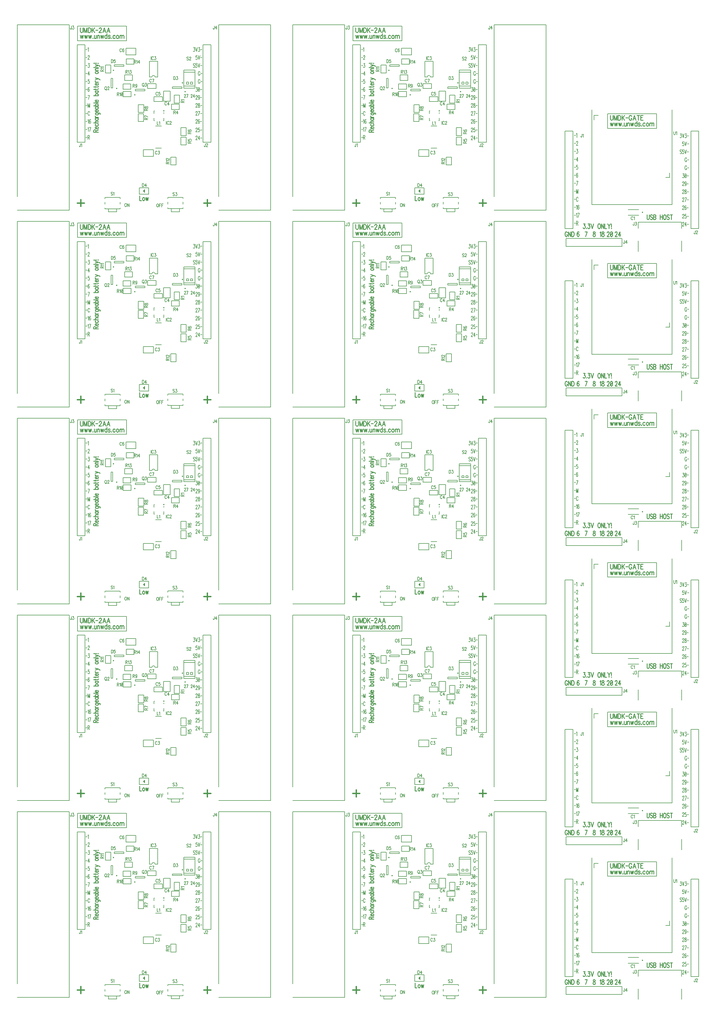
<source format=gbr>
G75*
G70*
%OFA0B0*%
%FSLAX25Y25*%
%IPPOS*%
%LPD*%
%AMOC8*
5,1,8,0,0,1.08239X$1,22.5*
%
%ADD12C,0.00620*%
%ADD23C,0.00770*%
%ADD28C,0.03150*%
%ADD33C,0.00790*%
%ADD46C,0.00590*%
%ADD52C,0.01540*%
%ADD59C,0.01570*%
%ADD68C,0.00930*%
X0000000Y0000000D02*
G75*
G01*
%LPD*%
D28*
X0008860Y0019530D02*
D33*
X0008860Y0234680D01*
X0073820Y0234680D01*
X0073820Y0002400D01*
X0008860Y0002400D01*
X0211920Y0146410D02*
D46*
X0205230Y0146410D01*
X0205230Y0136560D01*
X0211920Y0136560D01*
X0211920Y0146410D01*
X0179140Y0069900D02*
X0166540Y0069900D01*
X0166540Y0078170D01*
X0179140Y0078170D01*
X0179140Y0069900D01*
X0083670Y0087560D02*
D33*
X0093510Y0087560D01*
X0093510Y0209530D01*
X0083670Y0209530D01*
X0083670Y0087560D01*
X0241150Y0087560D02*
X0250990Y0087560D01*
X0250990Y0209530D01*
X0241150Y0209530D01*
X0241150Y0087560D01*
X0191830Y0138990D02*
D46*
X0200100Y0138990D01*
X0200100Y0151590D01*
X0191830Y0151590D01*
X0191830Y0138990D01*
X0144670Y0205060D02*
X0157270Y0205060D01*
X0157270Y0196790D01*
X0144670Y0196790D01*
X0144670Y0205060D01*
X0190310Y0138590D02*
X0179680Y0138590D01*
X0179680Y0144500D01*
X0190310Y0144500D01*
X0190310Y0138590D01*
X0171840Y0160750D02*
X0182470Y0160750D01*
X0182470Y0154840D01*
X0171840Y0154840D01*
X0171840Y0160750D01*
D52*
X0129240Y0177580D03*
X0130160Y0182590D02*
D33*
X0141970Y0182590D01*
X0141970Y0184560D01*
X0130160Y0184560D01*
X0130160Y0182590D01*
X0173230Y0022400D02*
D46*
X0161420Y0022400D01*
X0161420Y0030670D01*
X0173230Y0030670D01*
X0173230Y0022400D01*
G36*
X0168580Y0029030D02*
X0168580Y0024030D01*
X0166080Y0026530D01*
X0168580Y0029030D01*
G37*
D52*
X0215560Y0161930D03*
X0214640Y0156910D02*
D33*
X0202830Y0156910D01*
X0202830Y0154950D01*
X0214640Y0154950D01*
X0214640Y0156910D01*
X0192090Y0114630D02*
X0192090Y0117980D01*
D59*
X0192090Y0126840D03*
X0179880Y0114630D02*
D33*
X0179880Y0117980D01*
X0179880Y0123490D02*
X0179880Y0126840D01*
X0192090Y0114630D02*
X0191500Y0114630D01*
X0180080Y0114610D02*
X0180470Y0114630D01*
X0179880Y0126840D02*
X0180470Y0126840D01*
X0192090Y0123490D02*
X0192090Y0124850D01*
X0184320Y0169200D02*
X0184320Y0188890D01*
X0174080Y0169200D02*
X0174080Y0188890D01*
X0184320Y0188890D02*
X0174080Y0188890D01*
X0181170Y0169200D02*
X0184320Y0169200D01*
X0177230Y0169200D02*
X0174080Y0169200D01*
X0181170Y0169200D02*
G03*
X0177230Y0169200I-001970J0000000D01*
G01*
X0181700Y0107790D02*
X0189200Y0107790D01*
X0181700Y0080290D02*
X0189200Y0080290D01*
D52*
X0155650Y0146810D03*
X0156570Y0151820D02*
D33*
X0168380Y0151820D01*
X0168380Y0153790D01*
X0156570Y0153790D01*
X0156570Y0151820D01*
X0220050Y0093900D02*
D46*
X0213360Y0093900D01*
X0213360Y0084060D01*
X0220050Y0084060D01*
X0220050Y0093900D01*
X0220050Y0105780D02*
X0213360Y0105780D01*
X0213360Y0095930D01*
X0220050Y0095930D01*
X0220050Y0105780D01*
X0143030Y0171710D02*
X0152870Y0171710D01*
X0152870Y0165020D01*
X0143030Y0165020D01*
X0143030Y0171710D01*
X0144960Y0191770D02*
X0154810Y0191770D01*
X0154810Y0185080D01*
X0144960Y0185080D01*
X0144960Y0191770D01*
X0151000Y0144510D02*
X0141150Y0144510D01*
X0141150Y0151200D01*
X0151000Y0151200D01*
X0151000Y0144510D01*
X0207550Y0069020D02*
X0200860Y0069020D01*
X0200860Y0059170D01*
X0207550Y0059170D01*
X0207550Y0069020D01*
X0211620Y0128600D02*
X0201780Y0128600D01*
X0201780Y0135290D01*
X0211620Y0135290D01*
X0211620Y0128600D01*
X0197250Y0004410D02*
D33*
X0216150Y0004410D01*
X0197250Y0018590D02*
X0216150Y0018590D01*
X0197250Y0018590D02*
X0197250Y0017130D01*
X0197250Y0012750D02*
X0197250Y0010250D01*
X0197250Y0004410D02*
X0197250Y0005870D01*
X0216150Y0018590D02*
X0216150Y0017130D01*
X0216150Y0012750D02*
X0216150Y0010250D01*
X0216150Y0004410D02*
X0216150Y0005870D01*
X0201580Y0000670D02*
X0211810Y0000670D01*
X0201580Y0000670D02*
X0201580Y0004410D01*
X0211810Y0000670D02*
X0211810Y0004410D01*
X0118510Y0004220D02*
X0137410Y0004220D01*
X0118510Y0018400D02*
X0137410Y0018400D01*
X0118510Y0018400D02*
X0118510Y0016940D01*
X0118510Y0012560D02*
X0118510Y0010060D01*
X0118510Y0004220D02*
X0118510Y0005680D01*
X0137410Y0018400D02*
X0137410Y0016940D01*
X0137410Y0012560D02*
X0137410Y0010060D01*
X0137410Y0004220D02*
X0137410Y0005680D01*
X0122840Y0000480D02*
X0133070Y0000480D01*
X0122840Y0000480D02*
X0122840Y0004220D01*
X0133070Y0000480D02*
X0133070Y0004220D01*
D52*
X0133170Y0154710D03*
X0128150Y0155630D02*
D33*
X0128150Y0167440D01*
X0126190Y0167440D01*
X0126190Y0155630D01*
X0128150Y0155630D01*
X0118980Y0174180D02*
D46*
X0125670Y0174180D01*
X0125670Y0184030D01*
X0118980Y0184030D01*
X0118980Y0174180D01*
X0150940Y0153820D02*
X0141090Y0153820D01*
X0141090Y0160520D01*
X0150940Y0160520D01*
X0150940Y0153820D01*
X0217120Y0155300D02*
D33*
X0231290Y0155300D01*
X0231290Y0177790D01*
X0217120Y0177790D01*
X0217120Y0155300D01*
X0217120Y0157790D02*
X0231290Y0157790D01*
X0231290Y0175300D01*
X0217120Y0175300D01*
X0217120Y0157790D01*
X0220460Y0160290D02*
X0222960Y0160290D01*
X0222960Y0162800D01*
X0220460Y0162800D01*
X0220460Y0160290D01*
X0225460Y0160290D02*
X0227960Y0160290D01*
X0227960Y0162800D01*
X0225460Y0162800D01*
X0225460Y0160290D01*
D59*
X0218700Y0150800D03*
X0166920Y0123280D02*
D46*
X0160230Y0123280D01*
X0160230Y0113440D01*
X0166920Y0113440D01*
X0166920Y0123280D01*
X0160290Y0124750D02*
X0166980Y0124750D01*
X0166980Y0134590D01*
X0160290Y0134590D01*
X0160290Y0124750D01*
D28*
X0260830Y0019530D02*
D33*
X0260830Y0234680D01*
X0325790Y0234680D01*
X0325790Y0002400D01*
X0260830Y0002400D01*
X0084190Y0232800D02*
X0145450Y0232800D01*
X0145450Y0214680D01*
X0084190Y0214680D01*
X0084190Y0232800D01*
X0076630Y0233040D02*
D12*
X0076630Y0229980D01*
X0076480Y0229410D01*
X0076320Y0229220D01*
X0076020Y0229020D01*
X0075710Y0229020D01*
X0075410Y0229220D01*
X0075250Y0229410D01*
X0075100Y0229980D01*
X0075100Y0230360D01*
X0077930Y0233040D02*
X0079610Y0233040D01*
X0078690Y0231510D01*
X0079150Y0231510D01*
X0079450Y0231320D01*
X0079610Y0231130D01*
X0079760Y0230550D01*
X0079760Y0230170D01*
X0079610Y0229600D01*
X0079300Y0229210D01*
X0078840Y0229020D01*
X0078380Y0229020D01*
X0077930Y0229210D01*
X0077770Y0229410D01*
X0077620Y0229790D01*
X0215660Y0137040D02*
X0215660Y0138410D01*
X0215470Y0138870D01*
X0215280Y0139030D01*
X0214900Y0139180D01*
X0214510Y0139180D01*
X0214130Y0139030D01*
X0213940Y0138870D01*
X0213750Y0138410D01*
X0213750Y0137040D01*
X0217770Y0137040D01*
X0215660Y0138110D02*
X0217770Y0139180D01*
X0214520Y0140170D02*
X0214320Y0140470D01*
X0213750Y0140930D01*
X0217770Y0140930D01*
X0183680Y0075570D02*
X0183520Y0075950D01*
X0183220Y0076340D01*
X0182910Y0076530D01*
X0182300Y0076530D01*
X0181990Y0076340D01*
X0181690Y0075950D01*
X0181530Y0075570D01*
X0181380Y0075000D01*
X0181380Y0074040D01*
X0181530Y0073470D01*
X0181690Y0073080D01*
X0181990Y0072700D01*
X0182300Y0072510D01*
X0182910Y0072510D01*
X0183220Y0072700D01*
X0183520Y0073080D01*
X0183680Y0073470D01*
X0184970Y0076520D02*
X0186650Y0076520D01*
X0185740Y0074990D01*
X0186200Y0074990D01*
X0186500Y0074800D01*
X0186650Y0074610D01*
X0186810Y0074040D01*
X0186810Y0073660D01*
X0186650Y0073080D01*
X0186350Y0072700D01*
X0185890Y0072510D01*
X0185430Y0072510D01*
X0184970Y0072700D01*
X0184820Y0072890D01*
X0184660Y0073270D01*
X0087850Y0086010D02*
X0087850Y0082950D01*
X0087700Y0082370D01*
X0087540Y0082180D01*
X0087240Y0081990D01*
X0086930Y0081990D01*
X0086630Y0082180D01*
X0086470Y0082370D01*
X0086320Y0082950D01*
X0086320Y0083330D01*
X0088840Y0085240D02*
X0089150Y0085430D01*
X0089610Y0086000D01*
X0089610Y0081990D01*
X0244020Y0086010D02*
X0244020Y0082950D01*
X0243860Y0082370D01*
X0243710Y0082180D01*
X0243400Y0081990D01*
X0243100Y0081990D01*
X0242790Y0082180D01*
X0242640Y0082370D01*
X0242490Y0082950D01*
X0242490Y0083330D01*
X0245160Y0085050D02*
X0245160Y0085240D01*
X0245310Y0085620D01*
X0245460Y0085810D01*
X0245770Y0086000D01*
X0246380Y0086000D01*
X0246690Y0085810D01*
X0246840Y0085620D01*
X0247000Y0085240D01*
X0247000Y0084860D01*
X0246840Y0084470D01*
X0246540Y0083900D01*
X0245010Y0081990D01*
X0247150Y0081990D01*
X0195720Y0137070D02*
X0195560Y0137450D01*
X0195260Y0137830D01*
X0194950Y0138030D01*
X0194340Y0138030D01*
X0194030Y0137830D01*
X0193730Y0137450D01*
X0193570Y0137070D01*
X0193420Y0136500D01*
X0193420Y0135540D01*
X0193570Y0134970D01*
X0193730Y0134580D01*
X0194030Y0134200D01*
X0194340Y0134010D01*
X0194950Y0134010D01*
X0195260Y0134200D01*
X0195560Y0134580D01*
X0195720Y0134970D01*
X0198230Y0134010D02*
X0198230Y0138020D01*
X0196700Y0135350D01*
X0199000Y0135350D01*
X0139380Y0203710D02*
X0139220Y0204090D01*
X0138920Y0204480D01*
X0138610Y0204670D01*
X0138000Y0204670D01*
X0137690Y0204480D01*
X0137390Y0204090D01*
X0137230Y0203710D01*
X0137080Y0203140D01*
X0137080Y0202180D01*
X0137230Y0201610D01*
X0137390Y0201220D01*
X0137690Y0200840D01*
X0138000Y0200650D01*
X0138610Y0200650D01*
X0138920Y0200840D01*
X0139220Y0201220D01*
X0139380Y0201610D01*
X0142200Y0204090D02*
X0142050Y0204470D01*
X0141590Y0204660D01*
X0141280Y0204660D01*
X0140820Y0204470D01*
X0140520Y0203900D01*
X0140360Y0202940D01*
X0140360Y0201990D01*
X0140520Y0201220D01*
X0140820Y0200840D01*
X0141280Y0200650D01*
X0141440Y0200650D01*
X0141890Y0200840D01*
X0142200Y0201220D01*
X0142350Y0201800D01*
X0142350Y0201990D01*
X0142200Y0202560D01*
X0141890Y0202940D01*
X0141440Y0203130D01*
X0141280Y0203130D01*
X0140820Y0202940D01*
X0140520Y0202560D01*
X0140360Y0201990D01*
X0184580Y0149400D02*
X0184430Y0149780D01*
X0184120Y0150160D01*
X0183820Y0150350D01*
X0183210Y0150350D01*
X0182900Y0150160D01*
X0182590Y0149780D01*
X0182440Y0149400D01*
X0182290Y0148820D01*
X0182290Y0147870D01*
X0182440Y0147290D01*
X0182590Y0146910D01*
X0182900Y0146530D01*
X0183210Y0146340D01*
X0183820Y0146340D01*
X0184120Y0146530D01*
X0184430Y0146910D01*
X0184580Y0147290D01*
X0187410Y0150350D02*
X0185880Y0150350D01*
X0185720Y0148630D01*
X0185880Y0148820D01*
X0186340Y0149010D01*
X0186790Y0149010D01*
X0187250Y0148820D01*
X0187560Y0148440D01*
X0187710Y0147870D01*
X0187710Y0147480D01*
X0187560Y0146910D01*
X0187250Y0146530D01*
X0186790Y0146340D01*
X0186340Y0146340D01*
X0185880Y0146530D01*
X0185720Y0146720D01*
X0185570Y0147100D01*
X0176740Y0165650D02*
X0176580Y0166030D01*
X0176280Y0166410D01*
X0175970Y0166600D01*
X0175360Y0166600D01*
X0175050Y0166410D01*
X0174750Y0166030D01*
X0174590Y0165650D01*
X0174440Y0165070D01*
X0174440Y0164120D01*
X0174590Y0163540D01*
X0174750Y0163160D01*
X0175050Y0162780D01*
X0175360Y0162590D01*
X0175970Y0162590D01*
X0176280Y0162780D01*
X0176580Y0163160D01*
X0176740Y0163540D01*
X0178340Y0162590D02*
X0179870Y0166600D01*
X0177720Y0166600D01*
X0126330Y0191030D02*
X0126330Y0187010D01*
X0127400Y0187010D01*
X0127860Y0187200D01*
X0128170Y0187580D01*
X0128320Y0187970D01*
X0128470Y0188540D01*
X0128470Y0189500D01*
X0128320Y0190070D01*
X0128170Y0190450D01*
X0127860Y0190840D01*
X0127400Y0191030D01*
X0126330Y0191030D01*
X0131300Y0191020D02*
X0129770Y0191020D01*
X0129620Y0189300D01*
X0129770Y0189490D01*
X0130230Y0189690D01*
X0130690Y0189690D01*
X0131150Y0189490D01*
X0131450Y0189110D01*
X0131610Y0188540D01*
X0131610Y0188160D01*
X0131450Y0187580D01*
X0131150Y0187200D01*
X0130690Y0187010D01*
X0130230Y0187010D01*
X0129770Y0187200D01*
X0129620Y0187390D01*
X0129460Y0187770D01*
X0165240Y0035900D02*
X0165240Y0031880D01*
X0166310Y0031880D01*
X0166770Y0032080D01*
X0167080Y0032460D01*
X0167230Y0032840D01*
X0167380Y0033410D01*
X0167380Y0034370D01*
X0167230Y0034950D01*
X0167080Y0035330D01*
X0166770Y0035710D01*
X0166310Y0035900D01*
X0165240Y0035900D01*
X0169900Y0031880D02*
X0169900Y0035900D01*
X0168370Y0033220D01*
X0170670Y0033220D01*
X0204440Y0169810D02*
X0204440Y0165790D01*
X0205510Y0165790D01*
X0205970Y0165980D01*
X0206280Y0166360D01*
X0206430Y0166750D01*
X0206580Y0167320D01*
X0206580Y0168280D01*
X0206430Y0168850D01*
X0206280Y0169230D01*
X0205970Y0169620D01*
X0205510Y0169810D01*
X0204440Y0169810D01*
X0207880Y0169800D02*
X0209560Y0169800D01*
X0208640Y0168270D01*
X0209100Y0168270D01*
X0209410Y0168080D01*
X0209560Y0167890D01*
X0209720Y0167320D01*
X0209720Y0166940D01*
X0209560Y0166360D01*
X0209260Y0165980D01*
X0208800Y0165790D01*
X0208340Y0165790D01*
X0207880Y0165980D01*
X0207730Y0166170D01*
X0207570Y0166550D01*
X0195280Y0113830D02*
X0195280Y0109810D01*
X0198560Y0112870D02*
X0198410Y0113250D01*
X0198100Y0113640D01*
X0197800Y0113830D01*
X0197190Y0113830D01*
X0196880Y0113640D01*
X0196570Y0113250D01*
X0196420Y0112870D01*
X0196270Y0112300D01*
X0196270Y0111340D01*
X0196420Y0110770D01*
X0196570Y0110380D01*
X0196880Y0110000D01*
X0197190Y0109810D01*
X0197800Y0109810D01*
X0198100Y0110000D01*
X0198410Y0110380D01*
X0198560Y0110770D01*
X0199710Y0112870D02*
X0199710Y0113060D01*
X0199860Y0113440D01*
X0200010Y0113630D01*
X0200320Y0113820D01*
X0200930Y0113820D01*
X0201230Y0113630D01*
X0201390Y0113440D01*
X0201540Y0113060D01*
X0201540Y0112680D01*
X0201390Y0112290D01*
X0201080Y0111720D01*
X0199550Y0109810D01*
X0201690Y0109810D01*
X0175990Y0194750D02*
X0175990Y0190730D01*
X0179280Y0193790D02*
X0179120Y0194170D01*
X0178820Y0194560D01*
X0178510Y0194750D01*
X0177900Y0194750D01*
X0177590Y0194560D01*
X0177290Y0194170D01*
X0177130Y0193790D01*
X0176980Y0193220D01*
X0176980Y0192260D01*
X0177130Y0191690D01*
X0177290Y0191300D01*
X0177590Y0190920D01*
X0177900Y0190730D01*
X0178510Y0190730D01*
X0178820Y0190920D01*
X0179120Y0191300D01*
X0179280Y0191690D01*
X0180570Y0194740D02*
X0182250Y0194740D01*
X0181340Y0193210D01*
X0181800Y0193210D01*
X0182100Y0193020D01*
X0182250Y0192830D01*
X0182410Y0192260D01*
X0182410Y0191880D01*
X0182250Y0191300D01*
X0181950Y0190920D01*
X0181490Y0190730D01*
X0181030Y0190730D01*
X0180570Y0190920D01*
X0180420Y0191110D01*
X0180260Y0191490D01*
X0183660Y0113650D02*
X0183660Y0109630D01*
X0185490Y0109630D01*
X0186480Y0112880D02*
X0186790Y0113070D01*
X0187250Y0113640D01*
X0187250Y0109630D01*
X0166010Y0161510D02*
X0165710Y0161320D01*
X0165400Y0160940D01*
X0165250Y0160550D01*
X0165090Y0159980D01*
X0165090Y0159020D01*
X0165250Y0158450D01*
X0165400Y0158070D01*
X0165710Y0157680D01*
X0166010Y0157490D01*
X0166620Y0157490D01*
X0166930Y0157680D01*
X0167240Y0158070D01*
X0167390Y0158450D01*
X0167540Y0159020D01*
X0167540Y0159980D01*
X0167390Y0160550D01*
X0167240Y0160940D01*
X0166930Y0161320D01*
X0166620Y0161510D01*
X0166010Y0161510D01*
X0166470Y0158260D02*
X0167390Y0157110D01*
X0168840Y0161500D02*
X0170520Y0161500D01*
X0169600Y0159970D01*
X0170060Y0159970D01*
X0170370Y0159780D01*
X0170520Y0159590D01*
X0170680Y0159020D01*
X0170680Y0158640D01*
X0170520Y0158060D01*
X0170220Y0157680D01*
X0169760Y0157490D01*
X0169300Y0157490D01*
X0168840Y0157680D01*
X0168690Y0157870D01*
X0168530Y0158250D01*
X0224420Y0086340D02*
X0224420Y0087720D01*
X0224220Y0088180D01*
X0224030Y0088330D01*
X0223650Y0088490D01*
X0223270Y0088490D01*
X0222890Y0088330D01*
X0222690Y0088180D01*
X0222500Y0087720D01*
X0222500Y0086340D01*
X0226520Y0086340D01*
X0224420Y0087410D02*
X0226520Y0088490D01*
X0222510Y0091310D02*
X0222510Y0089780D01*
X0224230Y0089630D01*
X0224040Y0089780D01*
X0223840Y0090240D01*
X0223840Y0090700D01*
X0224040Y0091160D01*
X0224420Y0091470D01*
X0224990Y0091620D01*
X0225370Y0091620D01*
X0225950Y0091470D01*
X0226330Y0091160D01*
X0226520Y0090700D01*
X0226520Y0090240D01*
X0226330Y0089780D01*
X0226140Y0089630D01*
X0225760Y0089470D01*
X0224420Y0098300D02*
X0224420Y0099670D01*
X0224220Y0100130D01*
X0224030Y0100290D01*
X0223650Y0100440D01*
X0223270Y0100440D01*
X0222890Y0100290D01*
X0222690Y0100130D01*
X0222500Y0099670D01*
X0222500Y0098300D01*
X0226520Y0098300D01*
X0224420Y0099370D02*
X0226520Y0100440D01*
X0223080Y0103260D02*
X0222700Y0103110D01*
X0222510Y0102650D01*
X0222510Y0102350D01*
X0222700Y0101890D01*
X0223270Y0101580D01*
X0224230Y0101430D01*
X0225180Y0101430D01*
X0225950Y0101580D01*
X0226330Y0101890D01*
X0226520Y0102350D01*
X0226520Y0102500D01*
X0226330Y0102960D01*
X0225950Y0103260D01*
X0225370Y0103420D01*
X0225180Y0103420D01*
X0224610Y0103260D01*
X0224230Y0102960D01*
X0224040Y0102500D01*
X0224040Y0102350D01*
X0224230Y0101890D01*
X0224610Y0101580D01*
X0225180Y0101430D01*
X0144430Y0175650D02*
X0145810Y0175650D01*
X0146270Y0175850D01*
X0146430Y0176040D01*
X0146580Y0176420D01*
X0146580Y0176800D01*
X0146430Y0177180D01*
X0146270Y0177380D01*
X0145810Y0177570D01*
X0144430Y0177570D01*
X0144430Y0173550D01*
X0145510Y0175650D02*
X0146580Y0173550D01*
X0147570Y0176800D02*
X0147870Y0176990D01*
X0148330Y0177560D01*
X0148330Y0173550D01*
X0149630Y0177560D02*
X0151310Y0177560D01*
X0150390Y0176030D01*
X0150850Y0176030D01*
X0151160Y0175840D01*
X0151310Y0175650D01*
X0151470Y0175080D01*
X0151470Y0174700D01*
X0151310Y0174120D01*
X0151010Y0173740D01*
X0150550Y0173550D01*
X0150090Y0173550D01*
X0149630Y0173740D01*
X0149480Y0173930D01*
X0149320Y0174310D01*
X0155040Y0188210D02*
X0156420Y0188210D01*
X0156880Y0188410D01*
X0157030Y0188600D01*
X0157190Y0188980D01*
X0157190Y0189360D01*
X0157030Y0189740D01*
X0156880Y0189940D01*
X0156420Y0190130D01*
X0155040Y0190130D01*
X0155040Y0186110D01*
X0156110Y0188210D02*
X0157190Y0186110D01*
X0158170Y0189360D02*
X0158480Y0189550D01*
X0158940Y0190120D01*
X0158940Y0186110D01*
X0161460Y0186110D02*
X0161460Y0190120D01*
X0159930Y0187450D01*
X0162230Y0187450D01*
X0133810Y0147640D02*
X0135190Y0147640D01*
X0135650Y0147840D01*
X0135800Y0148030D01*
X0135950Y0148410D01*
X0135950Y0148790D01*
X0135800Y0149170D01*
X0135650Y0149370D01*
X0135190Y0149560D01*
X0133810Y0149560D01*
X0133810Y0145540D01*
X0134880Y0147640D02*
X0135950Y0145540D01*
X0136940Y0148790D02*
X0137250Y0148980D01*
X0137710Y0149550D01*
X0137710Y0145540D01*
X0139620Y0149550D02*
X0139160Y0149360D01*
X0138850Y0148790D01*
X0138700Y0147830D01*
X0138700Y0147260D01*
X0138850Y0146300D01*
X0139160Y0145730D01*
X0139620Y0145540D01*
X0139920Y0145540D01*
X0140380Y0145730D01*
X0140680Y0146300D01*
X0140840Y0147260D01*
X0140840Y0147830D01*
X0140680Y0148790D01*
X0140380Y0149360D01*
X0139920Y0149550D01*
X0139620Y0149550D01*
X0140680Y0148790D02*
X0138850Y0146300D01*
X0196920Y0060580D02*
X0196920Y0061960D01*
X0196720Y0062420D01*
X0196530Y0062570D01*
X0196150Y0062720D01*
X0195770Y0062720D01*
X0195390Y0062570D01*
X0195190Y0062420D01*
X0195000Y0061960D01*
X0195000Y0060580D01*
X0199020Y0060580D01*
X0196920Y0061650D02*
X0199020Y0062720D01*
X0195770Y0063710D02*
X0195580Y0064020D01*
X0195010Y0064480D01*
X0199020Y0064480D01*
X0195960Y0065620D02*
X0195770Y0065620D01*
X0195390Y0065770D01*
X0195200Y0065930D01*
X0195010Y0066230D01*
X0195010Y0066850D01*
X0195200Y0067150D01*
X0195390Y0067300D01*
X0195770Y0067460D01*
X0196150Y0067460D01*
X0196540Y0067300D01*
X0197110Y0067000D01*
X0199020Y0065470D01*
X0199020Y0067610D01*
X0204610Y0124860D02*
X0205980Y0124860D01*
X0206440Y0125060D01*
X0206600Y0125250D01*
X0206750Y0125630D01*
X0206750Y0126010D01*
X0206600Y0126390D01*
X0206440Y0126590D01*
X0205980Y0126780D01*
X0204610Y0126780D01*
X0204610Y0122760D01*
X0205680Y0124860D02*
X0206750Y0122760D01*
X0209270Y0122760D02*
X0209270Y0126770D01*
X0207740Y0124100D01*
X0210030Y0124100D01*
X0205580Y0024060D02*
X0205270Y0024450D01*
X0204810Y0024640D01*
X0204200Y0024640D01*
X0203740Y0024450D01*
X0203430Y0024060D01*
X0203430Y0023680D01*
X0203590Y0023300D01*
X0203740Y0023110D01*
X0204050Y0022920D01*
X0204970Y0022530D01*
X0205270Y0022340D01*
X0205430Y0022150D01*
X0205580Y0021770D01*
X0205580Y0021190D01*
X0205270Y0020810D01*
X0204810Y0020620D01*
X0204200Y0020620D01*
X0203740Y0020810D01*
X0203430Y0021190D01*
X0206870Y0024630D02*
X0208550Y0024630D01*
X0207640Y0023100D01*
X0208100Y0023100D01*
X0208400Y0022910D01*
X0208550Y0022720D01*
X0208710Y0022150D01*
X0208710Y0021770D01*
X0208550Y0021190D01*
X0208250Y0020810D01*
X0207790Y0020620D01*
X0207330Y0020620D01*
X0206870Y0020810D01*
X0206720Y0021000D01*
X0206570Y0021380D01*
X0184040Y0010570D02*
X0183730Y0010380D01*
X0183420Y0009990D01*
X0183270Y0009610D01*
X0183120Y0009040D01*
X0183120Y0008080D01*
X0183270Y0007510D01*
X0183420Y0007120D01*
X0183730Y0006740D01*
X0184040Y0006550D01*
X0184650Y0006550D01*
X0184950Y0006740D01*
X0185260Y0007120D01*
X0185410Y0007510D01*
X0185560Y0008080D01*
X0185560Y0009040D01*
X0185410Y0009610D01*
X0185260Y0009990D01*
X0184950Y0010380D01*
X0184650Y0010570D01*
X0184040Y0010570D01*
X0188540Y0010570D02*
X0186550Y0010570D01*
X0186550Y0006550D01*
X0186550Y0008650D02*
X0187780Y0008650D01*
X0191520Y0010570D02*
X0189530Y0010570D01*
X0189530Y0006550D01*
X0189530Y0008650D02*
X0190760Y0008650D01*
X0128150Y0024500D02*
X0127850Y0024880D01*
X0127390Y0025070D01*
X0126770Y0025070D01*
X0126310Y0024880D01*
X0126010Y0024500D01*
X0126010Y0024120D01*
X0126160Y0023730D01*
X0126310Y0023540D01*
X0126620Y0023350D01*
X0127540Y0022970D01*
X0127850Y0022780D01*
X0128000Y0022580D01*
X0128150Y0022200D01*
X0128150Y0021630D01*
X0127850Y0021250D01*
X0127390Y0021050D01*
X0126770Y0021050D01*
X0126310Y0021250D01*
X0126010Y0021630D01*
X0129140Y0024300D02*
X0129450Y0024500D01*
X0129910Y0025070D01*
X0129910Y0021050D01*
X0144210Y0011000D02*
X0143910Y0010810D01*
X0143600Y0010430D01*
X0143450Y0010050D01*
X0143290Y0009470D01*
X0143290Y0008510D01*
X0143450Y0007940D01*
X0143600Y0007560D01*
X0143910Y0007180D01*
X0144210Y0006980D01*
X0144830Y0006980D01*
X0145130Y0007180D01*
X0145440Y0007560D01*
X0145590Y0007940D01*
X0145740Y0008510D01*
X0145740Y0009470D01*
X0145590Y0010050D01*
X0145440Y0010430D01*
X0145130Y0010810D01*
X0144830Y0011000D01*
X0144210Y0011000D01*
X0148870Y0011000D02*
X0148870Y0006980D01*
X0146730Y0011000D01*
X0146730Y0006980D01*
X0119140Y0157050D02*
X0118830Y0156860D01*
X0118520Y0156480D01*
X0118370Y0156090D01*
X0118220Y0155520D01*
X0118220Y0154560D01*
X0118370Y0153990D01*
X0118520Y0153610D01*
X0118830Y0153220D01*
X0119140Y0153030D01*
X0119750Y0153030D01*
X0120060Y0153220D01*
X0120360Y0153610D01*
X0120510Y0153990D01*
X0120670Y0154560D01*
X0120670Y0155520D01*
X0120510Y0156090D01*
X0120360Y0156480D01*
X0120060Y0156860D01*
X0119750Y0157050D01*
X0119140Y0157050D01*
X0119600Y0153800D02*
X0120510Y0152650D01*
X0121810Y0156090D02*
X0121810Y0156280D01*
X0121960Y0156660D01*
X0122120Y0156850D01*
X0122420Y0157040D01*
X0123040Y0157040D01*
X0123340Y0156850D01*
X0123490Y0156660D01*
X0123650Y0156280D01*
X0123650Y0155900D01*
X0123490Y0155510D01*
X0123190Y0154940D01*
X0121660Y0153030D01*
X0123800Y0153030D01*
X0115030Y0176280D02*
X0115030Y0177650D01*
X0114840Y0178110D01*
X0114650Y0178270D01*
X0114270Y0178420D01*
X0113880Y0178420D01*
X0113500Y0178270D01*
X0113310Y0178110D01*
X0113120Y0177650D01*
X0113120Y0176280D01*
X0117140Y0176280D01*
X0115030Y0177350D02*
X0117140Y0178420D01*
X0113890Y0179410D02*
X0113690Y0179720D01*
X0113120Y0180180D01*
X0117140Y0180180D01*
X0113890Y0181170D02*
X0113690Y0181470D01*
X0113120Y0181930D01*
X0117140Y0181930D01*
X0153450Y0158210D02*
X0154830Y0158210D01*
X0155290Y0158400D01*
X0155450Y0158590D01*
X0155600Y0158970D01*
X0155600Y0159360D01*
X0155450Y0159740D01*
X0155290Y0159930D01*
X0154830Y0160120D01*
X0153450Y0160120D01*
X0153450Y0156110D01*
X0154530Y0158210D02*
X0155600Y0156110D01*
X0158580Y0158780D02*
X0158420Y0158210D01*
X0158120Y0157830D01*
X0157660Y0157640D01*
X0157510Y0157640D01*
X0157050Y0157830D01*
X0156740Y0158210D01*
X0156590Y0158780D01*
X0156590Y0158970D01*
X0156740Y0159550D01*
X0157050Y0159930D01*
X0157510Y0160120D01*
X0157660Y0160120D01*
X0158120Y0159930D01*
X0158420Y0159550D01*
X0158580Y0158780D01*
X0158580Y0157830D01*
X0158420Y0156870D01*
X0158120Y0156300D01*
X0157660Y0156110D01*
X0157350Y0156110D01*
X0156890Y0156300D01*
X0156740Y0156680D01*
X0223090Y0193710D02*
X0222780Y0194090D01*
X0222320Y0194280D01*
X0221710Y0194280D01*
X0221250Y0194090D01*
X0220940Y0193710D01*
X0220940Y0193330D01*
X0221100Y0192940D01*
X0221250Y0192750D01*
X0221560Y0192560D01*
X0222480Y0192180D01*
X0222780Y0191990D01*
X0222940Y0191790D01*
X0223090Y0191410D01*
X0223090Y0190840D01*
X0222780Y0190460D01*
X0222320Y0190260D01*
X0221710Y0190260D01*
X0221250Y0190460D01*
X0220940Y0190840D01*
X0224230Y0193320D02*
X0224230Y0193510D01*
X0224380Y0193900D01*
X0224540Y0194090D01*
X0224840Y0194280D01*
X0225450Y0194280D01*
X0225760Y0194090D01*
X0225910Y0193900D01*
X0226070Y0193510D01*
X0226070Y0193130D01*
X0225910Y0192750D01*
X0225610Y0192180D01*
X0224080Y0190260D01*
X0226220Y0190260D01*
X0170040Y0115720D02*
X0170040Y0117100D01*
X0169840Y0117560D01*
X0169650Y0117710D01*
X0169270Y0117870D01*
X0168890Y0117870D01*
X0168510Y0117710D01*
X0168310Y0117560D01*
X0168120Y0117100D01*
X0168120Y0115720D01*
X0172140Y0115720D01*
X0170040Y0116790D02*
X0172140Y0117870D01*
X0172140Y0119470D02*
X0168130Y0121000D01*
X0168130Y0118850D01*
X0170100Y0127030D02*
X0170100Y0128410D01*
X0169900Y0128870D01*
X0169710Y0129020D01*
X0169330Y0129180D01*
X0168950Y0129180D01*
X0168570Y0129020D01*
X0168370Y0128870D01*
X0168180Y0128410D01*
X0168180Y0127030D01*
X0172200Y0127030D01*
X0170100Y0128100D02*
X0172200Y0129180D01*
X0168190Y0130930D02*
X0168380Y0130470D01*
X0168760Y0130320D01*
X0169140Y0130320D01*
X0169520Y0130470D01*
X0169720Y0130780D01*
X0169910Y0131390D01*
X0170100Y0131850D01*
X0170480Y0132150D01*
X0170860Y0132300D01*
X0171440Y0132300D01*
X0171820Y0132150D01*
X0172010Y0132000D01*
X0172200Y0131540D01*
X0172200Y0130930D01*
X0172010Y0130470D01*
X0171820Y0130320D01*
X0171440Y0130160D01*
X0170860Y0130160D01*
X0170480Y0130320D01*
X0170100Y0130620D01*
X0169910Y0131080D01*
X0169720Y0131690D01*
X0169520Y0132000D01*
X0169140Y0132150D01*
X0168760Y0132150D01*
X0168380Y0132000D01*
X0168190Y0131540D01*
X0168190Y0130930D01*
X0255390Y0233040D02*
X0255390Y0229980D01*
X0255240Y0229410D01*
X0255080Y0229220D01*
X0254780Y0229020D01*
X0254470Y0229020D01*
X0254170Y0229220D01*
X0254010Y0229410D01*
X0253860Y0229980D01*
X0253860Y0230360D01*
X0257910Y0229020D02*
X0257910Y0233040D01*
X0256380Y0230360D01*
X0258670Y0230360D01*
X0217940Y0146570D02*
X0217940Y0146760D01*
X0218080Y0147140D01*
X0218210Y0147330D01*
X0218480Y0147520D01*
X0219020Y0147520D01*
X0219280Y0147330D01*
X0219420Y0147140D01*
X0219550Y0146760D01*
X0219550Y0146380D01*
X0219420Y0145990D01*
X0219150Y0145420D01*
X0217810Y0143510D01*
X0219680Y0143510D01*
X0221080Y0143510D02*
X0222420Y0147520D01*
X0220550Y0147520D01*
X0226150Y0146570D02*
X0226150Y0146760D01*
X0226280Y0147140D01*
X0226410Y0147330D01*
X0226680Y0147520D01*
X0227220Y0147520D01*
X0227480Y0147330D01*
X0227620Y0147140D01*
X0227750Y0146760D01*
X0227750Y0146380D01*
X0227620Y0145990D01*
X0227350Y0145420D01*
X0226010Y0143510D01*
X0227890Y0143510D01*
X0230090Y0143510D02*
X0230090Y0147520D01*
X0228750Y0144850D01*
X0230760Y0144850D01*
X0161700Y0020590D02*
D68*
X0161700Y0014560D01*
X0164110Y0014560D01*
X0166410Y0018580D02*
X0166010Y0018300D01*
X0165610Y0017720D01*
X0165410Y0016860D01*
X0165410Y0016290D01*
X0165610Y0015430D01*
X0166010Y0014860D01*
X0166410Y0014560D01*
X0167010Y0014560D01*
X0167420Y0014860D01*
X0167820Y0015430D01*
X0168020Y0016290D01*
X0168020Y0016860D01*
X0167820Y0017720D01*
X0167420Y0018300D01*
X0167010Y0018580D01*
X0166410Y0018580D01*
X0169320Y0018580D02*
X0170120Y0014560D01*
X0170920Y0018580D01*
X0171730Y0014560D01*
X0172530Y0018580D01*
X0106910Y0100260D02*
X0106910Y0102070D01*
X0106610Y0102670D01*
X0106330Y0102880D01*
X0105760Y0103080D01*
X0105180Y0103080D01*
X0104610Y0102880D01*
X0104320Y0102670D01*
X0104030Y0102070D01*
X0104030Y0100260D01*
X0110060Y0100260D01*
X0106910Y0101670D02*
X0110060Y0103080D01*
X0107770Y0104370D02*
X0107770Y0106780D01*
X0107190Y0106780D01*
X0106610Y0106580D01*
X0106330Y0106380D01*
X0106040Y0105980D01*
X0106040Y0105380D01*
X0106330Y0104980D01*
X0106910Y0104570D01*
X0107770Y0104370D01*
X0108340Y0104370D01*
X0109200Y0104570D01*
X0109770Y0104980D01*
X0110060Y0105380D01*
X0110060Y0105980D01*
X0109770Y0106380D01*
X0109200Y0106780D01*
X0106910Y0110490D02*
X0106330Y0110090D01*
X0106040Y0109690D01*
X0106040Y0109090D01*
X0106330Y0108680D01*
X0106910Y0108280D01*
X0107770Y0108080D01*
X0108340Y0108080D01*
X0109200Y0108280D01*
X0109770Y0108680D01*
X0110060Y0109090D01*
X0110060Y0109690D01*
X0109770Y0110090D01*
X0109200Y0110490D01*
X0104030Y0111790D02*
X0110060Y0111790D01*
X0107190Y0111790D02*
X0106330Y0112390D01*
X0106040Y0112800D01*
X0106040Y0113400D01*
X0106330Y0113800D01*
X0107190Y0114000D01*
X0110060Y0114000D01*
X0106040Y0117710D02*
X0110060Y0117710D01*
X0106910Y0117710D02*
X0106330Y0117310D01*
X0106040Y0116900D01*
X0106040Y0116300D01*
X0106330Y0115900D01*
X0106910Y0115500D01*
X0107770Y0115300D01*
X0108340Y0115300D01*
X0109200Y0115500D01*
X0109770Y0115900D01*
X0110060Y0116300D01*
X0110060Y0116900D01*
X0109770Y0117310D01*
X0109200Y0117710D01*
X0106040Y0119000D02*
X0110060Y0119000D01*
X0107770Y0119000D02*
X0106910Y0119210D01*
X0106330Y0119610D01*
X0106040Y0120010D01*
X0106040Y0120610D01*
X0106330Y0124320D02*
X0110930Y0124320D01*
X0111780Y0124120D01*
X0112070Y0123920D01*
X0112360Y0123520D01*
X0112360Y0122910D01*
X0112070Y0122520D01*
X0107190Y0124320D02*
X0106620Y0123920D01*
X0106330Y0123520D01*
X0106330Y0122910D01*
X0106620Y0122520D01*
X0107190Y0122110D01*
X0108050Y0121910D01*
X0108630Y0121910D01*
X0109490Y0122110D01*
X0110060Y0122520D01*
X0110350Y0122910D01*
X0110350Y0123520D01*
X0110060Y0123920D01*
X0109490Y0124320D01*
X0107770Y0125620D02*
X0107770Y0128030D01*
X0107190Y0128030D01*
X0106610Y0127830D01*
X0106330Y0127630D01*
X0106040Y0127220D01*
X0106040Y0126620D01*
X0106330Y0126220D01*
X0106910Y0125820D01*
X0107770Y0125620D01*
X0108340Y0125620D01*
X0109200Y0125820D01*
X0109770Y0126220D01*
X0110060Y0126620D01*
X0110060Y0127220D01*
X0109770Y0127630D01*
X0109200Y0128030D01*
X0106040Y0131730D02*
X0110060Y0131730D01*
X0106910Y0131730D02*
X0106330Y0131330D01*
X0106040Y0130930D01*
X0106040Y0130330D01*
X0106330Y0129930D01*
X0106910Y0129530D01*
X0107770Y0129320D01*
X0108340Y0129320D01*
X0109200Y0129530D01*
X0109770Y0129930D01*
X0110060Y0130330D01*
X0110060Y0130930D01*
X0109770Y0131330D01*
X0109200Y0131730D01*
X0104030Y0133030D02*
X0110060Y0133030D01*
X0106910Y0133030D02*
X0106330Y0133440D01*
X0106040Y0133830D01*
X0106040Y0134440D01*
X0106330Y0134840D01*
X0106910Y0135240D01*
X0107770Y0135440D01*
X0108340Y0135440D01*
X0109200Y0135240D01*
X0109770Y0134840D01*
X0110060Y0134440D01*
X0110060Y0133830D01*
X0109770Y0133440D01*
X0109200Y0133030D01*
X0104030Y0136740D02*
X0110060Y0136740D01*
X0107770Y0138030D02*
X0107770Y0140440D01*
X0107190Y0140440D01*
X0106610Y0140240D01*
X0106330Y0140040D01*
X0106040Y0139640D01*
X0106040Y0139040D01*
X0106330Y0138640D01*
X0106910Y0138230D01*
X0107770Y0138030D01*
X0108340Y0138030D01*
X0109200Y0138230D01*
X0109770Y0138640D01*
X0110060Y0139040D01*
X0110060Y0139640D01*
X0109770Y0140040D01*
X0109200Y0140440D01*
X0104030Y0145820D02*
X0110060Y0145820D01*
X0106910Y0145820D02*
X0106330Y0146230D01*
X0106040Y0146630D01*
X0106040Y0147230D01*
X0106330Y0147630D01*
X0106910Y0148030D01*
X0107770Y0148230D01*
X0108340Y0148230D01*
X0109200Y0148030D01*
X0109770Y0147630D01*
X0110060Y0147230D01*
X0110060Y0146630D01*
X0109770Y0146230D01*
X0109200Y0145820D01*
X0106040Y0151940D02*
X0110060Y0151940D01*
X0106910Y0151940D02*
X0106330Y0151540D01*
X0106040Y0151140D01*
X0106040Y0150540D01*
X0106330Y0150130D01*
X0106910Y0149730D01*
X0107770Y0149530D01*
X0108340Y0149530D01*
X0109200Y0149730D01*
X0109770Y0150130D01*
X0110060Y0150540D01*
X0110060Y0151140D01*
X0109770Y0151540D01*
X0109200Y0151940D01*
X0104030Y0153840D02*
X0108920Y0153840D01*
X0109770Y0154040D01*
X0110060Y0154440D01*
X0110060Y0154840D01*
X0106040Y0153240D02*
X0106040Y0154640D01*
X0104030Y0156740D02*
X0108920Y0156740D01*
X0109770Y0156940D01*
X0110060Y0157350D01*
X0110060Y0157750D01*
X0106040Y0156140D02*
X0106040Y0157550D01*
X0107770Y0159040D02*
X0107770Y0161450D01*
X0107190Y0161450D01*
X0106610Y0161250D01*
X0106330Y0161050D01*
X0106040Y0160650D01*
X0106040Y0160050D01*
X0106330Y0159650D01*
X0106910Y0159240D01*
X0107770Y0159040D01*
X0108340Y0159040D01*
X0109200Y0159240D01*
X0109770Y0159650D01*
X0110060Y0160050D01*
X0110060Y0160650D01*
X0109770Y0161050D01*
X0109200Y0161450D01*
X0106040Y0162750D02*
X0110060Y0162750D01*
X0107770Y0162750D02*
X0106910Y0162950D01*
X0106330Y0163350D01*
X0106040Y0163760D01*
X0106040Y0164360D01*
X0106040Y0165860D02*
X0110060Y0167060D01*
X0111210Y0166660D01*
X0111790Y0166260D01*
X0112070Y0165860D01*
X0112070Y0165660D01*
X0106040Y0168270D02*
X0110060Y0167060D01*
X0106040Y0174650D02*
X0106330Y0174250D01*
X0106910Y0173850D01*
X0107770Y0173650D01*
X0108340Y0173650D01*
X0109200Y0173850D01*
X0109770Y0174250D01*
X0110060Y0174650D01*
X0110060Y0175260D01*
X0109770Y0175660D01*
X0109200Y0176060D01*
X0108340Y0176260D01*
X0107770Y0176260D01*
X0106910Y0176060D01*
X0106330Y0175660D01*
X0106040Y0175260D01*
X0106040Y0174650D01*
X0106040Y0177560D02*
X0110060Y0177560D01*
X0107190Y0177560D02*
X0106330Y0178160D01*
X0106040Y0178570D01*
X0106040Y0179170D01*
X0106330Y0179570D01*
X0107190Y0179770D01*
X0110060Y0179770D01*
X0104030Y0181070D02*
X0110060Y0181070D01*
X0106040Y0182570D02*
X0110060Y0183770D01*
X0111210Y0183370D01*
X0111790Y0182970D01*
X0112070Y0182570D01*
X0112070Y0182360D01*
X0106040Y0184980D02*
X0110060Y0183770D01*
X0104040Y0186480D02*
X0108050Y0186480D01*
X0109490Y0186480D02*
X0109780Y0186280D01*
X0110060Y0186480D01*
X0109780Y0186680D01*
X0109490Y0186480D01*
X0232250Y0094260D02*
D23*
X0232250Y0094500D01*
X0232390Y0094980D01*
X0232530Y0095220D01*
X0232820Y0095460D01*
X0233390Y0095460D01*
X0233680Y0095220D01*
X0233820Y0094980D01*
X0233970Y0094500D01*
X0233970Y0094030D01*
X0233820Y0093550D01*
X0233540Y0092830D01*
X0232100Y0090440D01*
X0234110Y0090440D01*
X0236470Y0090440D02*
X0236470Y0095460D01*
X0235040Y0092110D01*
X0237190Y0092110D01*
X0238110Y0092950D02*
X0239770Y0092950D01*
X0232250Y0104260D02*
X0232250Y0104500D01*
X0232390Y0104980D01*
X0232530Y0105220D01*
X0232820Y0105460D01*
X0233400Y0105460D01*
X0233680Y0105220D01*
X0233820Y0104980D01*
X0233970Y0104500D01*
X0233970Y0104020D01*
X0233820Y0103540D01*
X0233540Y0102830D01*
X0232100Y0100440D01*
X0234110Y0100440D01*
X0236760Y0105460D02*
X0235330Y0105460D01*
X0235180Y0103310D01*
X0235330Y0103540D01*
X0235760Y0103790D01*
X0236190Y0103790D01*
X0236620Y0103540D01*
X0236910Y0103070D01*
X0237050Y0102350D01*
X0237050Y0101870D01*
X0236910Y0101160D01*
X0236620Y0100670D01*
X0236190Y0100440D01*
X0235760Y0100440D01*
X0235330Y0100670D01*
X0235180Y0100920D01*
X0235040Y0101390D01*
X0237970Y0102950D02*
X0239630Y0102950D01*
X0230990Y0185370D02*
X0230700Y0185850D01*
X0230270Y0186080D01*
X0229700Y0186080D01*
X0229270Y0185850D01*
X0228980Y0185370D01*
X0228980Y0184890D01*
X0229120Y0184410D01*
X0229270Y0184170D01*
X0229550Y0183930D01*
X0230410Y0183450D01*
X0230700Y0183220D01*
X0230840Y0182970D01*
X0230990Y0182500D01*
X0230990Y0181780D01*
X0230700Y0181300D01*
X0230270Y0181060D01*
X0229700Y0181060D01*
X0229270Y0181300D01*
X0228980Y0181780D01*
X0233630Y0186080D02*
X0232200Y0186080D01*
X0232060Y0183930D01*
X0232200Y0184170D01*
X0232630Y0184410D01*
X0233060Y0184410D01*
X0233490Y0184170D01*
X0233780Y0183690D01*
X0233920Y0182970D01*
X0233920Y0182500D01*
X0233780Y0181780D01*
X0233490Y0181300D01*
X0233060Y0181060D01*
X0232630Y0181060D01*
X0232200Y0181300D01*
X0232060Y0181540D01*
X0231910Y0182020D01*
X0234850Y0186080D02*
X0236000Y0181060D01*
X0237140Y0186080D01*
X0238070Y0183570D02*
X0239730Y0183570D01*
X0233820Y0196080D02*
X0232390Y0196080D01*
X0232250Y0193930D01*
X0232390Y0194170D01*
X0232820Y0194410D01*
X0233250Y0194410D01*
X0233680Y0194170D01*
X0233970Y0193690D01*
X0234110Y0192970D01*
X0234110Y0192500D01*
X0233970Y0191780D01*
X0233680Y0191300D01*
X0233250Y0191060D01*
X0232820Y0191060D01*
X0232390Y0191300D01*
X0232250Y0191540D01*
X0232100Y0192020D01*
X0235040Y0196090D02*
X0236180Y0191060D01*
X0237330Y0196090D01*
X0238260Y0193570D02*
X0239920Y0193570D01*
X0229260Y0206080D02*
X0230840Y0206080D01*
X0229980Y0204170D01*
X0230410Y0204170D01*
X0230700Y0203930D01*
X0230840Y0203700D01*
X0230990Y0202980D01*
X0230990Y0202500D01*
X0230840Y0201780D01*
X0230550Y0201300D01*
X0230120Y0201060D01*
X0229690Y0201060D01*
X0229260Y0201300D01*
X0229120Y0201550D01*
X0228980Y0202020D01*
X0231910Y0206090D02*
X0233060Y0201060D01*
X0234210Y0206090D01*
X0235420Y0206080D02*
X0237000Y0206080D01*
X0236140Y0204170D01*
X0236570Y0204170D01*
X0236850Y0203930D01*
X0237000Y0203700D01*
X0237140Y0202980D01*
X0237140Y0202500D01*
X0237000Y0201780D01*
X0236710Y0201300D01*
X0236280Y0201060D01*
X0235850Y0201060D01*
X0235420Y0201300D01*
X0235280Y0201550D01*
X0235130Y0202020D01*
X0238070Y0203570D02*
X0239730Y0203570D01*
X0237380Y0174890D02*
X0237240Y0175370D01*
X0236950Y0175850D01*
X0236660Y0176090D01*
X0236090Y0176090D01*
X0235800Y0175850D01*
X0235520Y0175370D01*
X0235370Y0174890D01*
X0235230Y0174170D01*
X0235230Y0172970D01*
X0235370Y0172260D01*
X0235520Y0171780D01*
X0235800Y0171310D01*
X0236090Y0171060D01*
X0236660Y0171060D01*
X0236950Y0171310D01*
X0237240Y0171780D01*
X0237380Y0172260D01*
X0237380Y0172970D01*
X0236660Y0172970D01*
X0238310Y0173570D02*
X0239960Y0173570D01*
X0237380Y0164890D02*
X0237240Y0165370D01*
X0236950Y0165850D01*
X0236660Y0166090D01*
X0236090Y0166090D01*
X0235800Y0165850D01*
X0235520Y0165370D01*
X0235370Y0164890D01*
X0235230Y0164170D01*
X0235230Y0162970D01*
X0235370Y0162260D01*
X0235520Y0161780D01*
X0235800Y0161310D01*
X0236090Y0161060D01*
X0236660Y0161060D01*
X0236950Y0161310D01*
X0237240Y0161780D01*
X0237380Y0162260D01*
X0237380Y0162970D01*
X0236660Y0162970D01*
X0238310Y0163570D02*
X0239960Y0163570D01*
X0232390Y0156080D02*
X0233970Y0156080D01*
X0233110Y0154170D01*
X0233540Y0154170D01*
X0233820Y0153930D01*
X0233970Y0153690D01*
X0234110Y0152970D01*
X0234110Y0152500D01*
X0233970Y0151780D01*
X0233680Y0151300D01*
X0233250Y0151060D01*
X0232820Y0151060D01*
X0232390Y0151300D01*
X0232250Y0151540D01*
X0232100Y0152020D01*
X0235900Y0156080D02*
X0235470Y0155840D01*
X0235180Y0155120D01*
X0235040Y0153930D01*
X0235040Y0153210D01*
X0235180Y0152020D01*
X0235470Y0151300D01*
X0235900Y0151060D01*
X0236190Y0151060D01*
X0236620Y0151300D01*
X0236900Y0152020D01*
X0237050Y0153210D01*
X0237050Y0153930D01*
X0236900Y0155120D01*
X0236620Y0155840D01*
X0236190Y0156080D01*
X0235900Y0156080D01*
X0236900Y0155120D02*
X0235180Y0152020D01*
X0237970Y0153570D02*
X0239630Y0153570D01*
X0232250Y0144890D02*
X0232250Y0145120D01*
X0232390Y0145610D01*
X0232530Y0145840D01*
X0232820Y0146080D01*
X0233400Y0146080D01*
X0233680Y0145840D01*
X0233820Y0145610D01*
X0233970Y0145120D01*
X0233970Y0144650D01*
X0233820Y0144170D01*
X0233540Y0143460D01*
X0232100Y0141060D01*
X0234110Y0141060D01*
X0236910Y0144410D02*
X0236760Y0143690D01*
X0236470Y0143210D01*
X0236040Y0142970D01*
X0235900Y0142970D01*
X0235470Y0143210D01*
X0235180Y0143690D01*
X0235040Y0144410D01*
X0235040Y0144650D01*
X0235180Y0145370D01*
X0235470Y0145840D01*
X0235900Y0146080D01*
X0236040Y0146080D01*
X0236470Y0145840D01*
X0236760Y0145370D01*
X0236910Y0144410D01*
X0236910Y0143210D01*
X0236760Y0142020D01*
X0236470Y0141300D01*
X0236040Y0141060D01*
X0235760Y0141060D01*
X0235330Y0141300D01*
X0235180Y0141780D01*
X0237830Y0143570D02*
X0239490Y0143570D01*
X0232250Y0134890D02*
X0232250Y0135120D01*
X0232390Y0135610D01*
X0232530Y0135840D01*
X0232820Y0136080D01*
X0233400Y0136080D01*
X0233680Y0135840D01*
X0233820Y0135610D01*
X0233970Y0135120D01*
X0233970Y0134650D01*
X0233820Y0134170D01*
X0233540Y0133460D01*
X0232100Y0131060D01*
X0234110Y0131060D01*
X0235750Y0136080D02*
X0235330Y0135840D01*
X0235180Y0135370D01*
X0235180Y0134890D01*
X0235330Y0134410D01*
X0235610Y0134170D01*
X0236190Y0133930D01*
X0236620Y0133690D01*
X0236900Y0133210D01*
X0237040Y0132740D01*
X0237040Y0132020D01*
X0236900Y0131540D01*
X0236760Y0131300D01*
X0236330Y0131060D01*
X0235750Y0131060D01*
X0235330Y0131300D01*
X0235180Y0131540D01*
X0235040Y0132020D01*
X0235040Y0132740D01*
X0235180Y0133210D01*
X0235470Y0133690D01*
X0235900Y0133930D01*
X0236470Y0134170D01*
X0236760Y0134410D01*
X0236900Y0134890D01*
X0236900Y0135370D01*
X0236760Y0135840D01*
X0236330Y0136080D01*
X0235750Y0136080D01*
X0237970Y0133570D02*
X0239630Y0133570D01*
X0232250Y0124890D02*
X0232250Y0125120D01*
X0232390Y0125610D01*
X0232530Y0125840D01*
X0232820Y0126080D01*
X0233400Y0126080D01*
X0233680Y0125840D01*
X0233820Y0125610D01*
X0233970Y0125120D01*
X0233970Y0124650D01*
X0233820Y0124170D01*
X0233540Y0123460D01*
X0232100Y0121060D01*
X0234110Y0121060D01*
X0235610Y0121060D02*
X0237050Y0126080D01*
X0235040Y0126080D01*
X0237970Y0123570D02*
X0239630Y0123570D01*
X0232250Y0114890D02*
X0232250Y0115120D01*
X0232390Y0115610D01*
X0232530Y0115840D01*
X0232820Y0116080D01*
X0233400Y0116080D01*
X0233680Y0115840D01*
X0233820Y0115610D01*
X0233970Y0115120D01*
X0233970Y0114650D01*
X0233820Y0114170D01*
X0233540Y0113460D01*
X0232100Y0111060D01*
X0234110Y0111060D01*
X0236760Y0115370D02*
X0236620Y0115840D01*
X0236190Y0116080D01*
X0235900Y0116080D01*
X0235470Y0115840D01*
X0235180Y0115120D01*
X0235040Y0113930D01*
X0235040Y0112740D01*
X0235180Y0111780D01*
X0235470Y0111300D01*
X0235900Y0111060D01*
X0236040Y0111060D01*
X0236470Y0111300D01*
X0236760Y0111780D01*
X0236900Y0112500D01*
X0236900Y0112740D01*
X0236760Y0113460D01*
X0236470Y0113930D01*
X0236040Y0114170D01*
X0235900Y0114170D01*
X0235470Y0113930D01*
X0235180Y0113460D01*
X0235040Y0112740D01*
X0237830Y0113570D02*
X0239490Y0113570D01*
X0094600Y0203570D02*
X0096260Y0203570D01*
X0097180Y0205120D02*
X0097470Y0205370D01*
X0097900Y0206080D01*
X0097900Y0201060D01*
X0094600Y0193570D02*
X0096260Y0193570D01*
X0097330Y0194890D02*
X0097330Y0195120D01*
X0097470Y0195610D01*
X0097620Y0195840D01*
X0097900Y0196080D01*
X0098480Y0196080D01*
X0098760Y0195840D01*
X0098910Y0195610D01*
X0099050Y0195120D01*
X0099050Y0194650D01*
X0098910Y0194170D01*
X0098620Y0193460D01*
X0097180Y0191060D01*
X0099190Y0191060D01*
X0094600Y0183570D02*
X0096260Y0183570D01*
X0097470Y0186080D02*
X0099050Y0186080D01*
X0098190Y0184170D01*
X0098620Y0184170D01*
X0098910Y0183930D01*
X0099050Y0183690D01*
X0099190Y0182970D01*
X0099190Y0182500D01*
X0099050Y0181780D01*
X0098760Y0181300D01*
X0098330Y0181060D01*
X0097900Y0181060D01*
X0097470Y0181300D01*
X0097330Y0181540D01*
X0097180Y0182020D01*
X0094600Y0173570D02*
X0096260Y0173570D01*
X0098620Y0171060D02*
X0098620Y0176080D01*
X0097180Y0172740D01*
X0099340Y0172740D01*
X0094600Y0163570D02*
X0096260Y0163570D01*
X0098910Y0166080D02*
X0097470Y0166080D01*
X0097330Y0163930D01*
X0097470Y0164170D01*
X0097900Y0164410D01*
X0098330Y0164410D01*
X0098760Y0164170D01*
X0099050Y0163690D01*
X0099190Y0162970D01*
X0099190Y0162500D01*
X0099050Y0161780D01*
X0098760Y0161300D01*
X0098330Y0161060D01*
X0097900Y0161060D01*
X0097470Y0161300D01*
X0097330Y0161540D01*
X0097180Y0162020D01*
X0094600Y0153570D02*
X0096260Y0153570D01*
X0098910Y0155370D02*
X0098760Y0155840D01*
X0098330Y0156080D01*
X0098050Y0156080D01*
X0097620Y0155840D01*
X0097330Y0155120D01*
X0097180Y0153930D01*
X0097180Y0152740D01*
X0097330Y0151780D01*
X0097620Y0151300D01*
X0098050Y0151060D01*
X0098190Y0151060D01*
X0098620Y0151300D01*
X0098910Y0151780D01*
X0099050Y0152500D01*
X0099050Y0152740D01*
X0098910Y0153460D01*
X0098620Y0153930D01*
X0098190Y0154170D01*
X0098050Y0154170D01*
X0097620Y0153930D01*
X0097330Y0153460D01*
X0097180Y0152740D01*
X0094600Y0143570D02*
X0096260Y0143570D01*
X0097760Y0141060D02*
X0099190Y0146080D01*
X0097180Y0146080D01*
X0094600Y0133570D02*
X0096260Y0133570D01*
X0099480Y0131060D02*
X0099480Y0136090D01*
X0098330Y0131060D01*
X0097180Y0136090D01*
X0097180Y0131060D01*
X0094600Y0123570D02*
X0096260Y0123570D01*
X0099340Y0124890D02*
X0099190Y0125370D01*
X0098910Y0125850D01*
X0098620Y0126090D01*
X0098050Y0126090D01*
X0097760Y0125850D01*
X0097470Y0125370D01*
X0097330Y0124890D01*
X0097180Y0124170D01*
X0097180Y0122970D01*
X0097330Y0122260D01*
X0097470Y0121780D01*
X0097760Y0121310D01*
X0098050Y0121060D01*
X0098620Y0121060D01*
X0098910Y0121310D01*
X0099190Y0121780D01*
X0099340Y0122260D01*
X0094600Y0113570D02*
X0096260Y0113570D01*
X0097180Y0115120D02*
X0097470Y0115370D01*
X0097900Y0116080D01*
X0097900Y0111060D01*
X0100550Y0115370D02*
X0100410Y0115840D01*
X0099980Y0116080D01*
X0099690Y0116080D01*
X0099260Y0115840D01*
X0098970Y0115120D01*
X0098830Y0113930D01*
X0098830Y0112740D01*
X0098970Y0111780D01*
X0099260Y0111300D01*
X0099690Y0111060D01*
X0099840Y0111060D01*
X0100260Y0111300D01*
X0100550Y0111780D01*
X0100690Y0112500D01*
X0100690Y0112740D01*
X0100550Y0113460D01*
X0100260Y0113930D01*
X0099840Y0114170D01*
X0099690Y0114170D01*
X0099260Y0113930D01*
X0098970Y0113460D01*
X0098830Y0112740D01*
X0094600Y0103570D02*
X0096260Y0103570D01*
X0097180Y0105120D02*
X0097470Y0105370D01*
X0097900Y0106080D01*
X0097900Y0101060D01*
X0099400Y0101060D02*
X0100840Y0106080D01*
X0098830Y0106080D01*
X0094600Y0093570D02*
X0096260Y0093570D01*
X0097180Y0093690D02*
X0098470Y0093690D01*
X0098910Y0093940D01*
X0099050Y0094170D01*
X0099190Y0094650D01*
X0099190Y0095130D01*
X0099050Y0095610D01*
X0098910Y0095850D01*
X0098470Y0096090D01*
X0097180Y0096090D01*
X0097180Y0091060D01*
X0098190Y0093690D02*
X0099190Y0091060D01*
X0088180Y0016000D02*
D52*
X0088180Y0007390D01*
X0083880Y0011690D02*
X0092490Y0011690D01*
X0246320Y0016000D02*
X0246320Y0007390D01*
X0242020Y0011690D02*
X0250630Y0011690D01*
X0087560Y0221410D02*
D68*
X0088480Y0217390D01*
X0089400Y0221410D01*
X0090320Y0217390D01*
X0091230Y0221410D01*
X0092720Y0221410D02*
X0093630Y0217390D01*
X0094550Y0221410D01*
X0095470Y0217390D01*
X0096390Y0221410D01*
X0097870Y0221410D02*
X0098790Y0217390D01*
X0099710Y0221410D01*
X0100620Y0217390D01*
X0101540Y0221410D01*
X0103250Y0217960D02*
X0103020Y0217670D01*
X0103250Y0217390D01*
X0103490Y0217670D01*
X0103250Y0217960D01*
X0104970Y0221410D02*
X0104970Y0218530D01*
X0105200Y0217680D01*
X0105660Y0217390D01*
X0106350Y0217390D01*
X0106800Y0217680D01*
X0107490Y0218530D01*
X0107490Y0221410D02*
X0107490Y0217390D01*
X0108980Y0221410D02*
X0108980Y0217390D01*
X0108980Y0220260D02*
X0109670Y0221120D01*
X0110130Y0221410D01*
X0110810Y0221410D01*
X0111270Y0221120D01*
X0111500Y0220260D01*
X0111500Y0217390D01*
X0112980Y0221410D02*
X0113900Y0217390D01*
X0114820Y0221410D01*
X0115740Y0217390D01*
X0116660Y0221410D01*
X0120890Y0223420D02*
X0120890Y0217390D01*
X0120890Y0220540D02*
X0120440Y0221120D01*
X0119970Y0221410D01*
X0119280Y0221410D01*
X0118830Y0221120D01*
X0118370Y0220540D01*
X0118140Y0219680D01*
X0118140Y0219110D01*
X0118370Y0218250D01*
X0118830Y0217680D01*
X0119280Y0217390D01*
X0119970Y0217390D01*
X0120440Y0217680D01*
X0120890Y0218250D01*
X0124900Y0220540D02*
X0124670Y0221120D01*
X0123980Y0221410D01*
X0123290Y0221410D01*
X0122600Y0221120D01*
X0122370Y0220540D01*
X0122600Y0219970D01*
X0123060Y0219680D01*
X0124210Y0219400D01*
X0124670Y0219110D01*
X0124900Y0218530D01*
X0124900Y0218250D01*
X0124670Y0217680D01*
X0123980Y0217390D01*
X0123290Y0217390D01*
X0122600Y0217680D01*
X0122370Y0218250D01*
X0126610Y0217960D02*
X0126380Y0217670D01*
X0126610Y0217390D01*
X0126840Y0217670D01*
X0126610Y0217960D01*
X0131080Y0220540D02*
X0130620Y0221120D01*
X0130160Y0221410D01*
X0129480Y0221410D01*
X0129020Y0221120D01*
X0128560Y0220540D01*
X0128330Y0219680D01*
X0128330Y0219110D01*
X0128560Y0218250D01*
X0129020Y0217680D01*
X0129480Y0217390D01*
X0130160Y0217390D01*
X0130620Y0217680D01*
X0131080Y0218250D01*
X0133710Y0221410D02*
X0133260Y0221120D01*
X0132790Y0220540D01*
X0132570Y0219680D01*
X0132570Y0219110D01*
X0132790Y0218250D01*
X0133260Y0217680D01*
X0133710Y0217390D01*
X0134400Y0217390D01*
X0134860Y0217680D01*
X0135320Y0218250D01*
X0135550Y0219110D01*
X0135550Y0219680D01*
X0135320Y0220540D01*
X0134860Y0221120D01*
X0134400Y0221410D01*
X0133710Y0221410D01*
X0137040Y0221410D02*
X0137040Y0217390D01*
X0137040Y0220260D02*
X0137730Y0221120D01*
X0138190Y0221410D01*
X0138870Y0221410D01*
X0139330Y0221120D01*
X0139560Y0220260D01*
X0139560Y0217390D01*
X0139560Y0220260D02*
X0140250Y0221120D01*
X0140710Y0221410D01*
X0141400Y0221410D01*
X0141860Y0221120D01*
X0142090Y0220260D01*
X0142090Y0217390D01*
X0087560Y0230920D02*
X0087560Y0226610D01*
X0087790Y0225750D01*
X0088250Y0225180D01*
X0088940Y0224890D01*
X0089400Y0224890D01*
X0090090Y0225180D01*
X0090550Y0225750D01*
X0090780Y0226610D01*
X0090780Y0230920D01*
X0095930Y0224890D02*
X0095930Y0230920D01*
X0094100Y0224890D01*
X0092260Y0230920D01*
X0092260Y0224890D01*
X0097410Y0230920D02*
X0097410Y0224890D01*
X0099020Y0224890D01*
X0099710Y0225180D01*
X0100170Y0225750D01*
X0100400Y0226330D01*
X0100630Y0227180D01*
X0100630Y0228620D01*
X0100400Y0229480D01*
X0100170Y0230050D01*
X0099710Y0230630D01*
X0099020Y0230920D01*
X0097410Y0230920D01*
X0102110Y0230920D02*
X0102110Y0224890D01*
X0105330Y0230920D02*
X0102110Y0226900D01*
X0103260Y0228340D02*
X0105330Y0224890D01*
X0106810Y0227900D02*
X0109460Y0227900D01*
X0111180Y0229480D02*
X0111180Y0229760D01*
X0111410Y0230340D01*
X0111630Y0230630D01*
X0112100Y0230910D01*
X0113010Y0230910D01*
X0113470Y0230630D01*
X0113700Y0230340D01*
X0113930Y0229760D01*
X0113930Y0229190D01*
X0113700Y0228620D01*
X0113240Y0227760D01*
X0110940Y0224890D01*
X0114160Y0224890D01*
X0119320Y0224890D02*
X0117480Y0230920D01*
X0115640Y0224890D01*
X0116330Y0226900D02*
X0118630Y0226900D01*
X0124480Y0224890D02*
X0122640Y0230920D01*
X0120800Y0224890D01*
X0121490Y0226900D02*
X0123790Y0226900D01*
X0000000Y0246200D02*
G75*
G01*
%LPD*%
D28*
X0008860Y0265730D02*
D33*
X0008860Y0480880D01*
X0073820Y0480880D01*
X0073820Y0248600D01*
X0008860Y0248600D01*
X0211920Y0392610D02*
D46*
X0205230Y0392610D01*
X0205230Y0382760D01*
X0211920Y0382760D01*
X0211920Y0392610D01*
X0179140Y0316100D02*
X0166540Y0316100D01*
X0166540Y0324370D01*
X0179140Y0324370D01*
X0179140Y0316100D01*
X0083670Y0333760D02*
D33*
X0093510Y0333760D01*
X0093510Y0455730D01*
X0083670Y0455730D01*
X0083670Y0333760D01*
X0241150Y0333760D02*
X0250990Y0333760D01*
X0250990Y0455730D01*
X0241150Y0455730D01*
X0241150Y0333760D01*
X0191830Y0385190D02*
D46*
X0200100Y0385190D01*
X0200100Y0397790D01*
X0191830Y0397790D01*
X0191830Y0385190D01*
X0144670Y0451260D02*
X0157270Y0451260D01*
X0157270Y0442990D01*
X0144670Y0442990D01*
X0144670Y0451260D01*
X0190310Y0384790D02*
X0179680Y0384790D01*
X0179680Y0390700D01*
X0190310Y0390700D01*
X0190310Y0384790D01*
X0171840Y0406950D02*
X0182470Y0406950D01*
X0182470Y0401040D01*
X0171840Y0401040D01*
X0171840Y0406950D01*
D52*
X0129240Y0423780D03*
X0130160Y0428790D02*
D33*
X0141970Y0428790D01*
X0141970Y0430760D01*
X0130160Y0430760D01*
X0130160Y0428790D01*
X0173230Y0268600D02*
D46*
X0161420Y0268600D01*
X0161420Y0276870D01*
X0173230Y0276870D01*
X0173230Y0268600D01*
G36*
X0168580Y0275230D02*
X0168580Y0270230D01*
X0166080Y0272730D01*
X0168580Y0275230D01*
G37*
D52*
X0215560Y0408130D03*
X0214640Y0403110D02*
D33*
X0202830Y0403110D01*
X0202830Y0401150D01*
X0214640Y0401150D01*
X0214640Y0403110D01*
X0192090Y0360830D02*
X0192090Y0364180D01*
D59*
X0192090Y0373040D03*
X0179880Y0360830D02*
D33*
X0179880Y0364180D01*
X0179880Y0369690D02*
X0179880Y0373040D01*
X0192090Y0360830D02*
X0191500Y0360830D01*
X0180080Y0360810D02*
X0180470Y0360830D01*
X0179880Y0373040D02*
X0180470Y0373040D01*
X0192090Y0369690D02*
X0192090Y0371050D01*
X0184320Y0415400D02*
X0184320Y0435090D01*
X0174080Y0415400D02*
X0174080Y0435090D01*
X0184320Y0435090D02*
X0174080Y0435090D01*
X0181170Y0415400D02*
X0184320Y0415400D01*
X0177230Y0415400D02*
X0174080Y0415400D01*
X0181170Y0415400D02*
G03*
X0177230Y0415400I-001970J0000000D01*
G01*
X0181700Y0353990D02*
X0189200Y0353990D01*
X0181700Y0326490D02*
X0189200Y0326490D01*
D52*
X0155650Y0393010D03*
X0156570Y0398020D02*
D33*
X0168380Y0398020D01*
X0168380Y0399990D01*
X0156570Y0399990D01*
X0156570Y0398020D01*
X0220050Y0340100D02*
D46*
X0213360Y0340100D01*
X0213360Y0330260D01*
X0220050Y0330260D01*
X0220050Y0340100D01*
X0220050Y0351980D02*
X0213360Y0351980D01*
X0213360Y0342130D01*
X0220050Y0342130D01*
X0220050Y0351980D01*
X0143030Y0417910D02*
X0152870Y0417910D01*
X0152870Y0411220D01*
X0143030Y0411220D01*
X0143030Y0417910D01*
X0144960Y0437970D02*
X0154810Y0437970D01*
X0154810Y0431280D01*
X0144960Y0431280D01*
X0144960Y0437970D01*
X0151000Y0390710D02*
X0141150Y0390710D01*
X0141150Y0397400D01*
X0151000Y0397400D01*
X0151000Y0390710D01*
X0207550Y0315220D02*
X0200860Y0315220D01*
X0200860Y0305370D01*
X0207550Y0305370D01*
X0207550Y0315220D01*
X0211620Y0374800D02*
X0201780Y0374800D01*
X0201780Y0381490D01*
X0211620Y0381490D01*
X0211620Y0374800D01*
X0197250Y0250610D02*
D33*
X0216150Y0250610D01*
X0197250Y0264790D02*
X0216150Y0264790D01*
X0197250Y0264790D02*
X0197250Y0263330D01*
X0197250Y0258950D02*
X0197250Y0256450D01*
X0197250Y0250610D02*
X0197250Y0252070D01*
X0216150Y0264790D02*
X0216150Y0263330D01*
X0216150Y0258950D02*
X0216150Y0256450D01*
X0216150Y0250610D02*
X0216150Y0252070D01*
X0201580Y0246870D02*
X0211810Y0246870D01*
X0201580Y0246870D02*
X0201580Y0250610D01*
X0211810Y0246870D02*
X0211810Y0250610D01*
X0118510Y0250420D02*
X0137410Y0250420D01*
X0118510Y0264600D02*
X0137410Y0264600D01*
X0118510Y0264600D02*
X0118510Y0263140D01*
X0118510Y0258760D02*
X0118510Y0256260D01*
X0118510Y0250420D02*
X0118510Y0251880D01*
X0137410Y0264600D02*
X0137410Y0263140D01*
X0137410Y0258760D02*
X0137410Y0256260D01*
X0137410Y0250420D02*
X0137410Y0251880D01*
X0122840Y0246680D02*
X0133070Y0246680D01*
X0122840Y0246680D02*
X0122840Y0250420D01*
X0133070Y0246680D02*
X0133070Y0250420D01*
D52*
X0133170Y0400910D03*
X0128150Y0401830D02*
D33*
X0128150Y0413640D01*
X0126190Y0413640D01*
X0126190Y0401830D01*
X0128150Y0401830D01*
X0118980Y0420380D02*
D46*
X0125670Y0420380D01*
X0125670Y0430230D01*
X0118980Y0430230D01*
X0118980Y0420380D01*
X0150940Y0400020D02*
X0141090Y0400020D01*
X0141090Y0406720D01*
X0150940Y0406720D01*
X0150940Y0400020D01*
X0217120Y0401500D02*
D33*
X0231290Y0401500D01*
X0231290Y0423990D01*
X0217120Y0423990D01*
X0217120Y0401500D01*
X0217120Y0403990D02*
X0231290Y0403990D01*
X0231290Y0421500D01*
X0217120Y0421500D01*
X0217120Y0403990D01*
X0220460Y0406490D02*
X0222960Y0406490D01*
X0222960Y0409000D01*
X0220460Y0409000D01*
X0220460Y0406490D01*
X0225460Y0406490D02*
X0227960Y0406490D01*
X0227960Y0409000D01*
X0225460Y0409000D01*
X0225460Y0406490D01*
D59*
X0218700Y0397000D03*
X0166920Y0369480D02*
D46*
X0160230Y0369480D01*
X0160230Y0359640D01*
X0166920Y0359640D01*
X0166920Y0369480D01*
X0160290Y0370950D02*
X0166980Y0370950D01*
X0166980Y0380790D01*
X0160290Y0380790D01*
X0160290Y0370950D01*
D28*
X0260830Y0265730D02*
D33*
X0260830Y0480880D01*
X0325790Y0480880D01*
X0325790Y0248600D01*
X0260830Y0248600D01*
X0084190Y0479000D02*
X0145450Y0479000D01*
X0145450Y0460880D01*
X0084190Y0460880D01*
X0084190Y0479000D01*
X0076630Y0479240D02*
D12*
X0076630Y0476180D01*
X0076480Y0475610D01*
X0076320Y0475420D01*
X0076020Y0475220D01*
X0075710Y0475220D01*
X0075410Y0475420D01*
X0075250Y0475610D01*
X0075100Y0476180D01*
X0075100Y0476560D01*
X0077930Y0479240D02*
X0079610Y0479240D01*
X0078690Y0477710D01*
X0079150Y0477710D01*
X0079450Y0477520D01*
X0079610Y0477330D01*
X0079760Y0476750D01*
X0079760Y0476370D01*
X0079610Y0475800D01*
X0079300Y0475410D01*
X0078840Y0475220D01*
X0078380Y0475220D01*
X0077930Y0475410D01*
X0077770Y0475610D01*
X0077620Y0475990D01*
X0215660Y0383240D02*
X0215660Y0384610D01*
X0215470Y0385070D01*
X0215280Y0385230D01*
X0214900Y0385380D01*
X0214510Y0385380D01*
X0214130Y0385230D01*
X0213940Y0385070D01*
X0213750Y0384610D01*
X0213750Y0383240D01*
X0217770Y0383240D01*
X0215660Y0384310D02*
X0217770Y0385380D01*
X0214520Y0386370D02*
X0214320Y0386670D01*
X0213750Y0387130D01*
X0217770Y0387130D01*
X0183680Y0321770D02*
X0183520Y0322150D01*
X0183220Y0322540D01*
X0182910Y0322730D01*
X0182300Y0322730D01*
X0181990Y0322540D01*
X0181690Y0322150D01*
X0181530Y0321770D01*
X0181380Y0321200D01*
X0181380Y0320240D01*
X0181530Y0319670D01*
X0181690Y0319280D01*
X0181990Y0318900D01*
X0182300Y0318710D01*
X0182910Y0318710D01*
X0183220Y0318900D01*
X0183520Y0319280D01*
X0183680Y0319670D01*
X0184970Y0322720D02*
X0186650Y0322720D01*
X0185740Y0321190D01*
X0186200Y0321190D01*
X0186500Y0321000D01*
X0186650Y0320810D01*
X0186810Y0320240D01*
X0186810Y0319860D01*
X0186650Y0319280D01*
X0186350Y0318900D01*
X0185890Y0318710D01*
X0185430Y0318710D01*
X0184970Y0318900D01*
X0184820Y0319090D01*
X0184660Y0319470D01*
X0087850Y0332210D02*
X0087850Y0329150D01*
X0087700Y0328570D01*
X0087540Y0328380D01*
X0087240Y0328190D01*
X0086930Y0328190D01*
X0086630Y0328380D01*
X0086470Y0328570D01*
X0086320Y0329150D01*
X0086320Y0329530D01*
X0088840Y0331440D02*
X0089150Y0331630D01*
X0089610Y0332200D01*
X0089610Y0328190D01*
X0244020Y0332210D02*
X0244020Y0329150D01*
X0243860Y0328570D01*
X0243710Y0328380D01*
X0243400Y0328190D01*
X0243100Y0328190D01*
X0242790Y0328380D01*
X0242640Y0328570D01*
X0242490Y0329150D01*
X0242490Y0329530D01*
X0245160Y0331250D02*
X0245160Y0331440D01*
X0245310Y0331820D01*
X0245460Y0332010D01*
X0245770Y0332200D01*
X0246380Y0332200D01*
X0246690Y0332010D01*
X0246840Y0331820D01*
X0247000Y0331440D01*
X0247000Y0331060D01*
X0246840Y0330670D01*
X0246540Y0330100D01*
X0245010Y0328190D01*
X0247150Y0328190D01*
X0195720Y0383270D02*
X0195560Y0383650D01*
X0195260Y0384030D01*
X0194950Y0384230D01*
X0194340Y0384230D01*
X0194030Y0384030D01*
X0193730Y0383650D01*
X0193570Y0383270D01*
X0193420Y0382700D01*
X0193420Y0381740D01*
X0193570Y0381170D01*
X0193730Y0380780D01*
X0194030Y0380400D01*
X0194340Y0380210D01*
X0194950Y0380210D01*
X0195260Y0380400D01*
X0195560Y0380780D01*
X0195720Y0381170D01*
X0198230Y0380210D02*
X0198230Y0384220D01*
X0196700Y0381550D01*
X0199000Y0381550D01*
X0139380Y0449910D02*
X0139220Y0450290D01*
X0138920Y0450680D01*
X0138610Y0450870D01*
X0138000Y0450870D01*
X0137690Y0450680D01*
X0137390Y0450290D01*
X0137230Y0449910D01*
X0137080Y0449340D01*
X0137080Y0448380D01*
X0137230Y0447810D01*
X0137390Y0447420D01*
X0137690Y0447040D01*
X0138000Y0446850D01*
X0138610Y0446850D01*
X0138920Y0447040D01*
X0139220Y0447420D01*
X0139380Y0447810D01*
X0142200Y0450290D02*
X0142050Y0450670D01*
X0141590Y0450860D01*
X0141280Y0450860D01*
X0140820Y0450670D01*
X0140520Y0450100D01*
X0140360Y0449140D01*
X0140360Y0448190D01*
X0140520Y0447420D01*
X0140820Y0447040D01*
X0141280Y0446850D01*
X0141440Y0446850D01*
X0141890Y0447040D01*
X0142200Y0447420D01*
X0142350Y0448000D01*
X0142350Y0448190D01*
X0142200Y0448760D01*
X0141890Y0449140D01*
X0141440Y0449330D01*
X0141280Y0449330D01*
X0140820Y0449140D01*
X0140520Y0448760D01*
X0140360Y0448190D01*
X0184580Y0395600D02*
X0184430Y0395980D01*
X0184120Y0396360D01*
X0183820Y0396550D01*
X0183210Y0396550D01*
X0182900Y0396360D01*
X0182590Y0395980D01*
X0182440Y0395600D01*
X0182290Y0395020D01*
X0182290Y0394070D01*
X0182440Y0393490D01*
X0182590Y0393110D01*
X0182900Y0392730D01*
X0183210Y0392540D01*
X0183820Y0392540D01*
X0184120Y0392730D01*
X0184430Y0393110D01*
X0184580Y0393490D01*
X0187410Y0396550D02*
X0185880Y0396550D01*
X0185720Y0394830D01*
X0185880Y0395020D01*
X0186340Y0395210D01*
X0186790Y0395210D01*
X0187250Y0395020D01*
X0187560Y0394640D01*
X0187710Y0394070D01*
X0187710Y0393680D01*
X0187560Y0393110D01*
X0187250Y0392730D01*
X0186790Y0392540D01*
X0186340Y0392540D01*
X0185880Y0392730D01*
X0185720Y0392920D01*
X0185570Y0393300D01*
X0176740Y0411850D02*
X0176580Y0412230D01*
X0176280Y0412610D01*
X0175970Y0412800D01*
X0175360Y0412800D01*
X0175050Y0412610D01*
X0174750Y0412230D01*
X0174590Y0411850D01*
X0174440Y0411270D01*
X0174440Y0410320D01*
X0174590Y0409740D01*
X0174750Y0409360D01*
X0175050Y0408980D01*
X0175360Y0408790D01*
X0175970Y0408790D01*
X0176280Y0408980D01*
X0176580Y0409360D01*
X0176740Y0409740D01*
X0178340Y0408790D02*
X0179870Y0412800D01*
X0177720Y0412800D01*
X0126330Y0437230D02*
X0126330Y0433210D01*
X0127400Y0433210D01*
X0127860Y0433400D01*
X0128170Y0433780D01*
X0128320Y0434170D01*
X0128470Y0434740D01*
X0128470Y0435700D01*
X0128320Y0436270D01*
X0128170Y0436650D01*
X0127860Y0437040D01*
X0127400Y0437230D01*
X0126330Y0437230D01*
X0131300Y0437220D02*
X0129770Y0437220D01*
X0129620Y0435500D01*
X0129770Y0435690D01*
X0130230Y0435890D01*
X0130690Y0435890D01*
X0131150Y0435690D01*
X0131450Y0435310D01*
X0131610Y0434740D01*
X0131610Y0434360D01*
X0131450Y0433780D01*
X0131150Y0433400D01*
X0130690Y0433210D01*
X0130230Y0433210D01*
X0129770Y0433400D01*
X0129620Y0433590D01*
X0129460Y0433970D01*
X0165240Y0282100D02*
X0165240Y0278080D01*
X0166310Y0278080D01*
X0166770Y0278280D01*
X0167080Y0278660D01*
X0167230Y0279040D01*
X0167380Y0279610D01*
X0167380Y0280570D01*
X0167230Y0281150D01*
X0167080Y0281530D01*
X0166770Y0281910D01*
X0166310Y0282100D01*
X0165240Y0282100D01*
X0169900Y0278080D02*
X0169900Y0282100D01*
X0168370Y0279420D01*
X0170670Y0279420D01*
X0204440Y0416010D02*
X0204440Y0411990D01*
X0205510Y0411990D01*
X0205970Y0412180D01*
X0206280Y0412560D01*
X0206430Y0412950D01*
X0206580Y0413520D01*
X0206580Y0414480D01*
X0206430Y0415050D01*
X0206280Y0415430D01*
X0205970Y0415820D01*
X0205510Y0416010D01*
X0204440Y0416010D01*
X0207880Y0416000D02*
X0209560Y0416000D01*
X0208640Y0414470D01*
X0209100Y0414470D01*
X0209410Y0414280D01*
X0209560Y0414090D01*
X0209720Y0413520D01*
X0209720Y0413140D01*
X0209560Y0412560D01*
X0209260Y0412180D01*
X0208800Y0411990D01*
X0208340Y0411990D01*
X0207880Y0412180D01*
X0207730Y0412370D01*
X0207570Y0412750D01*
X0195280Y0360030D02*
X0195280Y0356010D01*
X0198560Y0359070D02*
X0198410Y0359450D01*
X0198100Y0359840D01*
X0197800Y0360030D01*
X0197190Y0360030D01*
X0196880Y0359840D01*
X0196570Y0359450D01*
X0196420Y0359070D01*
X0196270Y0358500D01*
X0196270Y0357540D01*
X0196420Y0356970D01*
X0196570Y0356580D01*
X0196880Y0356200D01*
X0197190Y0356010D01*
X0197800Y0356010D01*
X0198100Y0356200D01*
X0198410Y0356580D01*
X0198560Y0356970D01*
X0199710Y0359070D02*
X0199710Y0359260D01*
X0199860Y0359640D01*
X0200010Y0359830D01*
X0200320Y0360020D01*
X0200930Y0360020D01*
X0201230Y0359830D01*
X0201390Y0359640D01*
X0201540Y0359260D01*
X0201540Y0358880D01*
X0201390Y0358490D01*
X0201080Y0357920D01*
X0199550Y0356010D01*
X0201690Y0356010D01*
X0175990Y0440950D02*
X0175990Y0436930D01*
X0179280Y0439990D02*
X0179120Y0440370D01*
X0178820Y0440760D01*
X0178510Y0440950D01*
X0177900Y0440950D01*
X0177590Y0440760D01*
X0177290Y0440370D01*
X0177130Y0439990D01*
X0176980Y0439420D01*
X0176980Y0438460D01*
X0177130Y0437890D01*
X0177290Y0437500D01*
X0177590Y0437120D01*
X0177900Y0436930D01*
X0178510Y0436930D01*
X0178820Y0437120D01*
X0179120Y0437500D01*
X0179280Y0437890D01*
X0180570Y0440940D02*
X0182250Y0440940D01*
X0181340Y0439410D01*
X0181800Y0439410D01*
X0182100Y0439220D01*
X0182250Y0439030D01*
X0182410Y0438460D01*
X0182410Y0438080D01*
X0182250Y0437500D01*
X0181950Y0437120D01*
X0181490Y0436930D01*
X0181030Y0436930D01*
X0180570Y0437120D01*
X0180420Y0437310D01*
X0180260Y0437690D01*
X0183660Y0359850D02*
X0183660Y0355830D01*
X0185490Y0355830D01*
X0186480Y0359080D02*
X0186790Y0359270D01*
X0187250Y0359840D01*
X0187250Y0355830D01*
X0166010Y0407710D02*
X0165710Y0407520D01*
X0165400Y0407140D01*
X0165250Y0406750D01*
X0165090Y0406180D01*
X0165090Y0405220D01*
X0165250Y0404650D01*
X0165400Y0404270D01*
X0165710Y0403880D01*
X0166010Y0403690D01*
X0166620Y0403690D01*
X0166930Y0403880D01*
X0167240Y0404270D01*
X0167390Y0404650D01*
X0167540Y0405220D01*
X0167540Y0406180D01*
X0167390Y0406750D01*
X0167240Y0407140D01*
X0166930Y0407520D01*
X0166620Y0407710D01*
X0166010Y0407710D01*
X0166470Y0404460D02*
X0167390Y0403310D01*
X0168840Y0407700D02*
X0170520Y0407700D01*
X0169600Y0406170D01*
X0170060Y0406170D01*
X0170370Y0405980D01*
X0170520Y0405790D01*
X0170680Y0405220D01*
X0170680Y0404840D01*
X0170520Y0404260D01*
X0170220Y0403880D01*
X0169760Y0403690D01*
X0169300Y0403690D01*
X0168840Y0403880D01*
X0168690Y0404070D01*
X0168530Y0404450D01*
X0224420Y0332540D02*
X0224420Y0333920D01*
X0224220Y0334380D01*
X0224030Y0334530D01*
X0223650Y0334690D01*
X0223270Y0334690D01*
X0222890Y0334530D01*
X0222690Y0334380D01*
X0222500Y0333920D01*
X0222500Y0332540D01*
X0226520Y0332540D01*
X0224420Y0333610D02*
X0226520Y0334690D01*
X0222510Y0337510D02*
X0222510Y0335980D01*
X0224230Y0335830D01*
X0224040Y0335980D01*
X0223840Y0336440D01*
X0223840Y0336900D01*
X0224040Y0337360D01*
X0224420Y0337670D01*
X0224990Y0337820D01*
X0225370Y0337820D01*
X0225950Y0337670D01*
X0226330Y0337360D01*
X0226520Y0336900D01*
X0226520Y0336440D01*
X0226330Y0335980D01*
X0226140Y0335830D01*
X0225760Y0335670D01*
X0224420Y0344500D02*
X0224420Y0345870D01*
X0224220Y0346330D01*
X0224030Y0346490D01*
X0223650Y0346640D01*
X0223270Y0346640D01*
X0222890Y0346490D01*
X0222690Y0346330D01*
X0222500Y0345870D01*
X0222500Y0344500D01*
X0226520Y0344500D01*
X0224420Y0345570D02*
X0226520Y0346640D01*
X0223080Y0349460D02*
X0222700Y0349310D01*
X0222510Y0348850D01*
X0222510Y0348550D01*
X0222700Y0348090D01*
X0223270Y0347780D01*
X0224230Y0347630D01*
X0225180Y0347630D01*
X0225950Y0347780D01*
X0226330Y0348090D01*
X0226520Y0348550D01*
X0226520Y0348700D01*
X0226330Y0349160D01*
X0225950Y0349460D01*
X0225370Y0349620D01*
X0225180Y0349620D01*
X0224610Y0349460D01*
X0224230Y0349160D01*
X0224040Y0348700D01*
X0224040Y0348550D01*
X0224230Y0348090D01*
X0224610Y0347780D01*
X0225180Y0347630D01*
X0144430Y0421850D02*
X0145810Y0421850D01*
X0146270Y0422050D01*
X0146430Y0422240D01*
X0146580Y0422620D01*
X0146580Y0423000D01*
X0146430Y0423380D01*
X0146270Y0423580D01*
X0145810Y0423770D01*
X0144430Y0423770D01*
X0144430Y0419750D01*
X0145510Y0421850D02*
X0146580Y0419750D01*
X0147570Y0423000D02*
X0147870Y0423190D01*
X0148330Y0423760D01*
X0148330Y0419750D01*
X0149630Y0423760D02*
X0151310Y0423760D01*
X0150390Y0422230D01*
X0150850Y0422230D01*
X0151160Y0422040D01*
X0151310Y0421850D01*
X0151470Y0421280D01*
X0151470Y0420900D01*
X0151310Y0420320D01*
X0151010Y0419940D01*
X0150550Y0419750D01*
X0150090Y0419750D01*
X0149630Y0419940D01*
X0149480Y0420130D01*
X0149320Y0420510D01*
X0155040Y0434410D02*
X0156420Y0434410D01*
X0156880Y0434610D01*
X0157030Y0434800D01*
X0157190Y0435180D01*
X0157190Y0435560D01*
X0157030Y0435940D01*
X0156880Y0436140D01*
X0156420Y0436330D01*
X0155040Y0436330D01*
X0155040Y0432310D01*
X0156110Y0434410D02*
X0157190Y0432310D01*
X0158170Y0435560D02*
X0158480Y0435750D01*
X0158940Y0436320D01*
X0158940Y0432310D01*
X0161460Y0432310D02*
X0161460Y0436320D01*
X0159930Y0433650D01*
X0162230Y0433650D01*
X0133810Y0393840D02*
X0135190Y0393840D01*
X0135650Y0394040D01*
X0135800Y0394230D01*
X0135950Y0394610D01*
X0135950Y0394990D01*
X0135800Y0395370D01*
X0135650Y0395570D01*
X0135190Y0395760D01*
X0133810Y0395760D01*
X0133810Y0391740D01*
X0134880Y0393840D02*
X0135950Y0391740D01*
X0136940Y0394990D02*
X0137250Y0395180D01*
X0137710Y0395750D01*
X0137710Y0391740D01*
X0139620Y0395750D02*
X0139160Y0395560D01*
X0138850Y0394990D01*
X0138700Y0394030D01*
X0138700Y0393460D01*
X0138850Y0392500D01*
X0139160Y0391930D01*
X0139620Y0391740D01*
X0139920Y0391740D01*
X0140380Y0391930D01*
X0140680Y0392500D01*
X0140840Y0393460D01*
X0140840Y0394030D01*
X0140680Y0394990D01*
X0140380Y0395560D01*
X0139920Y0395750D01*
X0139620Y0395750D01*
X0140680Y0394990D02*
X0138850Y0392500D01*
X0196920Y0306780D02*
X0196920Y0308160D01*
X0196720Y0308620D01*
X0196530Y0308770D01*
X0196150Y0308920D01*
X0195770Y0308920D01*
X0195390Y0308770D01*
X0195190Y0308620D01*
X0195000Y0308160D01*
X0195000Y0306780D01*
X0199020Y0306780D01*
X0196920Y0307850D02*
X0199020Y0308920D01*
X0195770Y0309910D02*
X0195580Y0310220D01*
X0195010Y0310680D01*
X0199020Y0310680D01*
X0195960Y0311820D02*
X0195770Y0311820D01*
X0195390Y0311970D01*
X0195200Y0312130D01*
X0195010Y0312430D01*
X0195010Y0313050D01*
X0195200Y0313350D01*
X0195390Y0313500D01*
X0195770Y0313660D01*
X0196150Y0313660D01*
X0196540Y0313500D01*
X0197110Y0313200D01*
X0199020Y0311670D01*
X0199020Y0313810D01*
X0204610Y0371060D02*
X0205980Y0371060D01*
X0206440Y0371260D01*
X0206600Y0371450D01*
X0206750Y0371830D01*
X0206750Y0372210D01*
X0206600Y0372590D01*
X0206440Y0372790D01*
X0205980Y0372980D01*
X0204610Y0372980D01*
X0204610Y0368960D01*
X0205680Y0371060D02*
X0206750Y0368960D01*
X0209270Y0368960D02*
X0209270Y0372970D01*
X0207740Y0370300D01*
X0210030Y0370300D01*
X0205580Y0270260D02*
X0205270Y0270650D01*
X0204810Y0270840D01*
X0204200Y0270840D01*
X0203740Y0270650D01*
X0203430Y0270260D01*
X0203430Y0269880D01*
X0203590Y0269500D01*
X0203740Y0269310D01*
X0204050Y0269120D01*
X0204970Y0268730D01*
X0205270Y0268540D01*
X0205430Y0268350D01*
X0205580Y0267970D01*
X0205580Y0267390D01*
X0205270Y0267010D01*
X0204810Y0266820D01*
X0204200Y0266820D01*
X0203740Y0267010D01*
X0203430Y0267390D01*
X0206870Y0270830D02*
X0208550Y0270830D01*
X0207640Y0269300D01*
X0208100Y0269300D01*
X0208400Y0269110D01*
X0208550Y0268920D01*
X0208710Y0268350D01*
X0208710Y0267970D01*
X0208550Y0267390D01*
X0208250Y0267010D01*
X0207790Y0266820D01*
X0207330Y0266820D01*
X0206870Y0267010D01*
X0206720Y0267200D01*
X0206570Y0267580D01*
X0184040Y0256770D02*
X0183730Y0256580D01*
X0183420Y0256190D01*
X0183270Y0255810D01*
X0183120Y0255240D01*
X0183120Y0254280D01*
X0183270Y0253710D01*
X0183420Y0253320D01*
X0183730Y0252940D01*
X0184040Y0252750D01*
X0184650Y0252750D01*
X0184950Y0252940D01*
X0185260Y0253320D01*
X0185410Y0253710D01*
X0185560Y0254280D01*
X0185560Y0255240D01*
X0185410Y0255810D01*
X0185260Y0256190D01*
X0184950Y0256580D01*
X0184650Y0256770D01*
X0184040Y0256770D01*
X0188540Y0256770D02*
X0186550Y0256770D01*
X0186550Y0252750D01*
X0186550Y0254850D02*
X0187780Y0254850D01*
X0191520Y0256770D02*
X0189530Y0256770D01*
X0189530Y0252750D01*
X0189530Y0254850D02*
X0190760Y0254850D01*
X0128150Y0270700D02*
X0127850Y0271080D01*
X0127390Y0271270D01*
X0126770Y0271270D01*
X0126310Y0271080D01*
X0126010Y0270700D01*
X0126010Y0270320D01*
X0126160Y0269930D01*
X0126310Y0269740D01*
X0126620Y0269550D01*
X0127540Y0269170D01*
X0127850Y0268980D01*
X0128000Y0268780D01*
X0128150Y0268400D01*
X0128150Y0267830D01*
X0127850Y0267450D01*
X0127390Y0267250D01*
X0126770Y0267250D01*
X0126310Y0267450D01*
X0126010Y0267830D01*
X0129140Y0270500D02*
X0129450Y0270700D01*
X0129910Y0271270D01*
X0129910Y0267250D01*
X0144210Y0257200D02*
X0143910Y0257010D01*
X0143600Y0256630D01*
X0143450Y0256250D01*
X0143290Y0255670D01*
X0143290Y0254710D01*
X0143450Y0254140D01*
X0143600Y0253760D01*
X0143910Y0253380D01*
X0144210Y0253180D01*
X0144830Y0253180D01*
X0145130Y0253380D01*
X0145440Y0253760D01*
X0145590Y0254140D01*
X0145740Y0254710D01*
X0145740Y0255670D01*
X0145590Y0256250D01*
X0145440Y0256630D01*
X0145130Y0257010D01*
X0144830Y0257200D01*
X0144210Y0257200D01*
X0148870Y0257200D02*
X0148870Y0253180D01*
X0146730Y0257200D01*
X0146730Y0253180D01*
X0119140Y0403250D02*
X0118830Y0403060D01*
X0118520Y0402680D01*
X0118370Y0402290D01*
X0118220Y0401720D01*
X0118220Y0400760D01*
X0118370Y0400190D01*
X0118520Y0399810D01*
X0118830Y0399420D01*
X0119140Y0399230D01*
X0119750Y0399230D01*
X0120060Y0399420D01*
X0120360Y0399810D01*
X0120510Y0400190D01*
X0120670Y0400760D01*
X0120670Y0401720D01*
X0120510Y0402290D01*
X0120360Y0402680D01*
X0120060Y0403060D01*
X0119750Y0403250D01*
X0119140Y0403250D01*
X0119600Y0400000D02*
X0120510Y0398850D01*
X0121810Y0402290D02*
X0121810Y0402480D01*
X0121960Y0402860D01*
X0122120Y0403050D01*
X0122420Y0403240D01*
X0123040Y0403240D01*
X0123340Y0403050D01*
X0123490Y0402860D01*
X0123650Y0402480D01*
X0123650Y0402100D01*
X0123490Y0401710D01*
X0123190Y0401140D01*
X0121660Y0399230D01*
X0123800Y0399230D01*
X0115030Y0422480D02*
X0115030Y0423850D01*
X0114840Y0424310D01*
X0114650Y0424470D01*
X0114270Y0424620D01*
X0113880Y0424620D01*
X0113500Y0424470D01*
X0113310Y0424310D01*
X0113120Y0423850D01*
X0113120Y0422480D01*
X0117140Y0422480D01*
X0115030Y0423550D02*
X0117140Y0424620D01*
X0113890Y0425610D02*
X0113690Y0425920D01*
X0113120Y0426380D01*
X0117140Y0426380D01*
X0113890Y0427370D02*
X0113690Y0427670D01*
X0113120Y0428130D01*
X0117140Y0428130D01*
X0153450Y0404410D02*
X0154830Y0404410D01*
X0155290Y0404600D01*
X0155450Y0404790D01*
X0155600Y0405170D01*
X0155600Y0405560D01*
X0155450Y0405940D01*
X0155290Y0406130D01*
X0154830Y0406320D01*
X0153450Y0406320D01*
X0153450Y0402310D01*
X0154530Y0404410D02*
X0155600Y0402310D01*
X0158580Y0404980D02*
X0158420Y0404410D01*
X0158120Y0404030D01*
X0157660Y0403840D01*
X0157510Y0403840D01*
X0157050Y0404030D01*
X0156740Y0404410D01*
X0156590Y0404980D01*
X0156590Y0405170D01*
X0156740Y0405750D01*
X0157050Y0406130D01*
X0157510Y0406320D01*
X0157660Y0406320D01*
X0158120Y0406130D01*
X0158420Y0405750D01*
X0158580Y0404980D01*
X0158580Y0404030D01*
X0158420Y0403070D01*
X0158120Y0402500D01*
X0157660Y0402310D01*
X0157350Y0402310D01*
X0156890Y0402500D01*
X0156740Y0402880D01*
X0223090Y0439910D02*
X0222780Y0440290D01*
X0222320Y0440480D01*
X0221710Y0440480D01*
X0221250Y0440290D01*
X0220940Y0439910D01*
X0220940Y0439530D01*
X0221100Y0439140D01*
X0221250Y0438950D01*
X0221560Y0438760D01*
X0222480Y0438380D01*
X0222780Y0438190D01*
X0222940Y0437990D01*
X0223090Y0437610D01*
X0223090Y0437040D01*
X0222780Y0436660D01*
X0222320Y0436460D01*
X0221710Y0436460D01*
X0221250Y0436660D01*
X0220940Y0437040D01*
X0224230Y0439520D02*
X0224230Y0439710D01*
X0224380Y0440100D01*
X0224540Y0440290D01*
X0224840Y0440480D01*
X0225450Y0440480D01*
X0225760Y0440290D01*
X0225910Y0440100D01*
X0226070Y0439710D01*
X0226070Y0439330D01*
X0225910Y0438950D01*
X0225610Y0438380D01*
X0224080Y0436460D01*
X0226220Y0436460D01*
X0170040Y0361920D02*
X0170040Y0363300D01*
X0169840Y0363760D01*
X0169650Y0363910D01*
X0169270Y0364070D01*
X0168890Y0364070D01*
X0168510Y0363910D01*
X0168310Y0363760D01*
X0168120Y0363300D01*
X0168120Y0361920D01*
X0172140Y0361920D01*
X0170040Y0362990D02*
X0172140Y0364070D01*
X0172140Y0365670D02*
X0168130Y0367200D01*
X0168130Y0365050D01*
X0170100Y0373230D02*
X0170100Y0374610D01*
X0169900Y0375070D01*
X0169710Y0375220D01*
X0169330Y0375380D01*
X0168950Y0375380D01*
X0168570Y0375220D01*
X0168370Y0375070D01*
X0168180Y0374610D01*
X0168180Y0373230D01*
X0172200Y0373230D01*
X0170100Y0374300D02*
X0172200Y0375380D01*
X0168190Y0377130D02*
X0168380Y0376670D01*
X0168760Y0376520D01*
X0169140Y0376520D01*
X0169520Y0376670D01*
X0169720Y0376980D01*
X0169910Y0377590D01*
X0170100Y0378050D01*
X0170480Y0378350D01*
X0170860Y0378500D01*
X0171440Y0378500D01*
X0171820Y0378350D01*
X0172010Y0378200D01*
X0172200Y0377740D01*
X0172200Y0377130D01*
X0172010Y0376670D01*
X0171820Y0376520D01*
X0171440Y0376360D01*
X0170860Y0376360D01*
X0170480Y0376520D01*
X0170100Y0376820D01*
X0169910Y0377280D01*
X0169720Y0377890D01*
X0169520Y0378200D01*
X0169140Y0378350D01*
X0168760Y0378350D01*
X0168380Y0378200D01*
X0168190Y0377740D01*
X0168190Y0377130D01*
X0255390Y0479240D02*
X0255390Y0476180D01*
X0255240Y0475610D01*
X0255080Y0475420D01*
X0254780Y0475220D01*
X0254470Y0475220D01*
X0254170Y0475420D01*
X0254010Y0475610D01*
X0253860Y0476180D01*
X0253860Y0476560D01*
X0257910Y0475220D02*
X0257910Y0479240D01*
X0256380Y0476560D01*
X0258670Y0476560D01*
X0217940Y0392770D02*
X0217940Y0392960D01*
X0218080Y0393340D01*
X0218210Y0393530D01*
X0218480Y0393720D01*
X0219020Y0393720D01*
X0219280Y0393530D01*
X0219420Y0393340D01*
X0219550Y0392960D01*
X0219550Y0392580D01*
X0219420Y0392190D01*
X0219150Y0391620D01*
X0217810Y0389710D01*
X0219680Y0389710D01*
X0221080Y0389710D02*
X0222420Y0393720D01*
X0220550Y0393720D01*
X0226150Y0392770D02*
X0226150Y0392960D01*
X0226280Y0393340D01*
X0226410Y0393530D01*
X0226680Y0393720D01*
X0227220Y0393720D01*
X0227480Y0393530D01*
X0227620Y0393340D01*
X0227750Y0392960D01*
X0227750Y0392580D01*
X0227620Y0392190D01*
X0227350Y0391620D01*
X0226010Y0389710D01*
X0227890Y0389710D01*
X0230090Y0389710D02*
X0230090Y0393720D01*
X0228750Y0391050D01*
X0230760Y0391050D01*
X0161700Y0266790D02*
D68*
X0161700Y0260760D01*
X0164110Y0260760D01*
X0166410Y0264780D02*
X0166010Y0264500D01*
X0165610Y0263920D01*
X0165410Y0263060D01*
X0165410Y0262490D01*
X0165610Y0261630D01*
X0166010Y0261060D01*
X0166410Y0260760D01*
X0167010Y0260760D01*
X0167420Y0261060D01*
X0167820Y0261630D01*
X0168020Y0262490D01*
X0168020Y0263060D01*
X0167820Y0263920D01*
X0167420Y0264500D01*
X0167010Y0264780D01*
X0166410Y0264780D01*
X0169320Y0264780D02*
X0170120Y0260760D01*
X0170920Y0264780D01*
X0171730Y0260760D01*
X0172530Y0264780D01*
X0106910Y0346460D02*
X0106910Y0348270D01*
X0106610Y0348870D01*
X0106330Y0349080D01*
X0105760Y0349280D01*
X0105180Y0349280D01*
X0104610Y0349080D01*
X0104320Y0348870D01*
X0104030Y0348270D01*
X0104030Y0346460D01*
X0110060Y0346460D01*
X0106910Y0347870D02*
X0110060Y0349280D01*
X0107770Y0350570D02*
X0107770Y0352980D01*
X0107190Y0352980D01*
X0106610Y0352780D01*
X0106330Y0352580D01*
X0106040Y0352180D01*
X0106040Y0351580D01*
X0106330Y0351180D01*
X0106910Y0350770D01*
X0107770Y0350570D01*
X0108340Y0350570D01*
X0109200Y0350770D01*
X0109770Y0351180D01*
X0110060Y0351580D01*
X0110060Y0352180D01*
X0109770Y0352580D01*
X0109200Y0352980D01*
X0106910Y0356690D02*
X0106330Y0356290D01*
X0106040Y0355890D01*
X0106040Y0355290D01*
X0106330Y0354880D01*
X0106910Y0354480D01*
X0107770Y0354280D01*
X0108340Y0354280D01*
X0109200Y0354480D01*
X0109770Y0354880D01*
X0110060Y0355290D01*
X0110060Y0355890D01*
X0109770Y0356290D01*
X0109200Y0356690D01*
X0104030Y0357990D02*
X0110060Y0357990D01*
X0107190Y0357990D02*
X0106330Y0358590D01*
X0106040Y0359000D01*
X0106040Y0359600D01*
X0106330Y0360000D01*
X0107190Y0360200D01*
X0110060Y0360200D01*
X0106040Y0363910D02*
X0110060Y0363910D01*
X0106910Y0363910D02*
X0106330Y0363510D01*
X0106040Y0363100D01*
X0106040Y0362500D01*
X0106330Y0362100D01*
X0106910Y0361700D01*
X0107770Y0361500D01*
X0108340Y0361500D01*
X0109200Y0361700D01*
X0109770Y0362100D01*
X0110060Y0362500D01*
X0110060Y0363100D01*
X0109770Y0363510D01*
X0109200Y0363910D01*
X0106040Y0365200D02*
X0110060Y0365200D01*
X0107770Y0365200D02*
X0106910Y0365410D01*
X0106330Y0365810D01*
X0106040Y0366210D01*
X0106040Y0366810D01*
X0106330Y0370520D02*
X0110930Y0370520D01*
X0111780Y0370320D01*
X0112070Y0370120D01*
X0112360Y0369720D01*
X0112360Y0369110D01*
X0112070Y0368720D01*
X0107190Y0370520D02*
X0106620Y0370120D01*
X0106330Y0369720D01*
X0106330Y0369110D01*
X0106620Y0368720D01*
X0107190Y0368310D01*
X0108050Y0368110D01*
X0108630Y0368110D01*
X0109490Y0368310D01*
X0110060Y0368720D01*
X0110350Y0369110D01*
X0110350Y0369720D01*
X0110060Y0370120D01*
X0109490Y0370520D01*
X0107770Y0371820D02*
X0107770Y0374230D01*
X0107190Y0374230D01*
X0106610Y0374030D01*
X0106330Y0373830D01*
X0106040Y0373420D01*
X0106040Y0372820D01*
X0106330Y0372420D01*
X0106910Y0372020D01*
X0107770Y0371820D01*
X0108340Y0371820D01*
X0109200Y0372020D01*
X0109770Y0372420D01*
X0110060Y0372820D01*
X0110060Y0373420D01*
X0109770Y0373830D01*
X0109200Y0374230D01*
X0106040Y0377930D02*
X0110060Y0377930D01*
X0106910Y0377930D02*
X0106330Y0377530D01*
X0106040Y0377130D01*
X0106040Y0376530D01*
X0106330Y0376130D01*
X0106910Y0375730D01*
X0107770Y0375520D01*
X0108340Y0375520D01*
X0109200Y0375730D01*
X0109770Y0376130D01*
X0110060Y0376530D01*
X0110060Y0377130D01*
X0109770Y0377530D01*
X0109200Y0377930D01*
X0104030Y0379230D02*
X0110060Y0379230D01*
X0106910Y0379230D02*
X0106330Y0379640D01*
X0106040Y0380030D01*
X0106040Y0380640D01*
X0106330Y0381040D01*
X0106910Y0381440D01*
X0107770Y0381640D01*
X0108340Y0381640D01*
X0109200Y0381440D01*
X0109770Y0381040D01*
X0110060Y0380640D01*
X0110060Y0380030D01*
X0109770Y0379640D01*
X0109200Y0379230D01*
X0104030Y0382940D02*
X0110060Y0382940D01*
X0107770Y0384230D02*
X0107770Y0386640D01*
X0107190Y0386640D01*
X0106610Y0386440D01*
X0106330Y0386240D01*
X0106040Y0385840D01*
X0106040Y0385240D01*
X0106330Y0384840D01*
X0106910Y0384430D01*
X0107770Y0384230D01*
X0108340Y0384230D01*
X0109200Y0384430D01*
X0109770Y0384840D01*
X0110060Y0385240D01*
X0110060Y0385840D01*
X0109770Y0386240D01*
X0109200Y0386640D01*
X0104030Y0392020D02*
X0110060Y0392020D01*
X0106910Y0392020D02*
X0106330Y0392430D01*
X0106040Y0392830D01*
X0106040Y0393430D01*
X0106330Y0393830D01*
X0106910Y0394230D01*
X0107770Y0394430D01*
X0108340Y0394430D01*
X0109200Y0394230D01*
X0109770Y0393830D01*
X0110060Y0393430D01*
X0110060Y0392830D01*
X0109770Y0392430D01*
X0109200Y0392020D01*
X0106040Y0398140D02*
X0110060Y0398140D01*
X0106910Y0398140D02*
X0106330Y0397740D01*
X0106040Y0397340D01*
X0106040Y0396740D01*
X0106330Y0396330D01*
X0106910Y0395930D01*
X0107770Y0395730D01*
X0108340Y0395730D01*
X0109200Y0395930D01*
X0109770Y0396330D01*
X0110060Y0396740D01*
X0110060Y0397340D01*
X0109770Y0397740D01*
X0109200Y0398140D01*
X0104030Y0400040D02*
X0108920Y0400040D01*
X0109770Y0400240D01*
X0110060Y0400640D01*
X0110060Y0401040D01*
X0106040Y0399440D02*
X0106040Y0400840D01*
X0104030Y0402940D02*
X0108920Y0402940D01*
X0109770Y0403140D01*
X0110060Y0403550D01*
X0110060Y0403950D01*
X0106040Y0402340D02*
X0106040Y0403750D01*
X0107770Y0405240D02*
X0107770Y0407650D01*
X0107190Y0407650D01*
X0106610Y0407450D01*
X0106330Y0407250D01*
X0106040Y0406850D01*
X0106040Y0406250D01*
X0106330Y0405850D01*
X0106910Y0405440D01*
X0107770Y0405240D01*
X0108340Y0405240D01*
X0109200Y0405440D01*
X0109770Y0405850D01*
X0110060Y0406250D01*
X0110060Y0406850D01*
X0109770Y0407250D01*
X0109200Y0407650D01*
X0106040Y0408950D02*
X0110060Y0408950D01*
X0107770Y0408950D02*
X0106910Y0409150D01*
X0106330Y0409550D01*
X0106040Y0409960D01*
X0106040Y0410560D01*
X0106040Y0412060D02*
X0110060Y0413260D01*
X0111210Y0412860D01*
X0111790Y0412460D01*
X0112070Y0412060D01*
X0112070Y0411860D01*
X0106040Y0414470D02*
X0110060Y0413260D01*
X0106040Y0420850D02*
X0106330Y0420450D01*
X0106910Y0420050D01*
X0107770Y0419850D01*
X0108340Y0419850D01*
X0109200Y0420050D01*
X0109770Y0420450D01*
X0110060Y0420850D01*
X0110060Y0421460D01*
X0109770Y0421860D01*
X0109200Y0422260D01*
X0108340Y0422460D01*
X0107770Y0422460D01*
X0106910Y0422260D01*
X0106330Y0421860D01*
X0106040Y0421460D01*
X0106040Y0420850D01*
X0106040Y0423760D02*
X0110060Y0423760D01*
X0107190Y0423760D02*
X0106330Y0424360D01*
X0106040Y0424770D01*
X0106040Y0425370D01*
X0106330Y0425770D01*
X0107190Y0425970D01*
X0110060Y0425970D01*
X0104030Y0427270D02*
X0110060Y0427270D01*
X0106040Y0428770D02*
X0110060Y0429970D01*
X0111210Y0429570D01*
X0111790Y0429170D01*
X0112070Y0428770D01*
X0112070Y0428560D01*
X0106040Y0431180D02*
X0110060Y0429970D01*
X0104040Y0432680D02*
X0108050Y0432680D01*
X0109490Y0432680D02*
X0109780Y0432480D01*
X0110060Y0432680D01*
X0109780Y0432880D01*
X0109490Y0432680D01*
X0232250Y0340460D02*
D23*
X0232250Y0340700D01*
X0232390Y0341180D01*
X0232530Y0341420D01*
X0232820Y0341660D01*
X0233390Y0341660D01*
X0233680Y0341420D01*
X0233820Y0341180D01*
X0233970Y0340700D01*
X0233970Y0340230D01*
X0233820Y0339750D01*
X0233540Y0339030D01*
X0232100Y0336640D01*
X0234110Y0336640D01*
X0236470Y0336640D02*
X0236470Y0341660D01*
X0235040Y0338310D01*
X0237190Y0338310D01*
X0238110Y0339150D02*
X0239770Y0339150D01*
X0232250Y0350460D02*
X0232250Y0350700D01*
X0232390Y0351180D01*
X0232530Y0351420D01*
X0232820Y0351660D01*
X0233400Y0351660D01*
X0233680Y0351420D01*
X0233820Y0351180D01*
X0233970Y0350700D01*
X0233970Y0350220D01*
X0233820Y0349740D01*
X0233540Y0349030D01*
X0232100Y0346640D01*
X0234110Y0346640D01*
X0236760Y0351660D02*
X0235330Y0351660D01*
X0235180Y0349510D01*
X0235330Y0349740D01*
X0235760Y0349990D01*
X0236190Y0349990D01*
X0236620Y0349740D01*
X0236910Y0349270D01*
X0237050Y0348550D01*
X0237050Y0348070D01*
X0236910Y0347360D01*
X0236620Y0346870D01*
X0236190Y0346640D01*
X0235760Y0346640D01*
X0235330Y0346870D01*
X0235180Y0347120D01*
X0235040Y0347590D01*
X0237970Y0349150D02*
X0239630Y0349150D01*
X0230990Y0431570D02*
X0230700Y0432050D01*
X0230270Y0432280D01*
X0229700Y0432280D01*
X0229270Y0432050D01*
X0228980Y0431570D01*
X0228980Y0431090D01*
X0229120Y0430610D01*
X0229270Y0430370D01*
X0229550Y0430130D01*
X0230410Y0429650D01*
X0230700Y0429420D01*
X0230840Y0429170D01*
X0230990Y0428700D01*
X0230990Y0427980D01*
X0230700Y0427500D01*
X0230270Y0427260D01*
X0229700Y0427260D01*
X0229270Y0427500D01*
X0228980Y0427980D01*
X0233630Y0432280D02*
X0232200Y0432280D01*
X0232060Y0430130D01*
X0232200Y0430370D01*
X0232630Y0430610D01*
X0233060Y0430610D01*
X0233490Y0430370D01*
X0233780Y0429890D01*
X0233920Y0429170D01*
X0233920Y0428700D01*
X0233780Y0427980D01*
X0233490Y0427500D01*
X0233060Y0427260D01*
X0232630Y0427260D01*
X0232200Y0427500D01*
X0232060Y0427740D01*
X0231910Y0428220D01*
X0234850Y0432280D02*
X0236000Y0427260D01*
X0237140Y0432280D01*
X0238070Y0429770D02*
X0239730Y0429770D01*
X0233820Y0442280D02*
X0232390Y0442280D01*
X0232250Y0440130D01*
X0232390Y0440370D01*
X0232820Y0440610D01*
X0233250Y0440610D01*
X0233680Y0440370D01*
X0233970Y0439890D01*
X0234110Y0439170D01*
X0234110Y0438700D01*
X0233970Y0437980D01*
X0233680Y0437500D01*
X0233250Y0437260D01*
X0232820Y0437260D01*
X0232390Y0437500D01*
X0232250Y0437740D01*
X0232100Y0438220D01*
X0235040Y0442290D02*
X0236180Y0437260D01*
X0237330Y0442290D01*
X0238260Y0439770D02*
X0239920Y0439770D01*
X0229260Y0452280D02*
X0230840Y0452280D01*
X0229980Y0450370D01*
X0230410Y0450370D01*
X0230700Y0450130D01*
X0230840Y0449900D01*
X0230990Y0449180D01*
X0230990Y0448700D01*
X0230840Y0447980D01*
X0230550Y0447500D01*
X0230120Y0447260D01*
X0229690Y0447260D01*
X0229260Y0447500D01*
X0229120Y0447750D01*
X0228980Y0448220D01*
X0231910Y0452290D02*
X0233060Y0447260D01*
X0234210Y0452290D01*
X0235420Y0452280D02*
X0237000Y0452280D01*
X0236140Y0450370D01*
X0236570Y0450370D01*
X0236850Y0450130D01*
X0237000Y0449900D01*
X0237140Y0449180D01*
X0237140Y0448700D01*
X0237000Y0447980D01*
X0236710Y0447500D01*
X0236280Y0447260D01*
X0235850Y0447260D01*
X0235420Y0447500D01*
X0235280Y0447750D01*
X0235130Y0448220D01*
X0238070Y0449770D02*
X0239730Y0449770D01*
X0237380Y0421090D02*
X0237240Y0421570D01*
X0236950Y0422050D01*
X0236660Y0422290D01*
X0236090Y0422290D01*
X0235800Y0422050D01*
X0235520Y0421570D01*
X0235370Y0421090D01*
X0235230Y0420370D01*
X0235230Y0419170D01*
X0235370Y0418460D01*
X0235520Y0417980D01*
X0235800Y0417510D01*
X0236090Y0417260D01*
X0236660Y0417260D01*
X0236950Y0417510D01*
X0237240Y0417980D01*
X0237380Y0418460D01*
X0237380Y0419170D01*
X0236660Y0419170D01*
X0238310Y0419770D02*
X0239960Y0419770D01*
X0237380Y0411090D02*
X0237240Y0411570D01*
X0236950Y0412050D01*
X0236660Y0412290D01*
X0236090Y0412290D01*
X0235800Y0412050D01*
X0235520Y0411570D01*
X0235370Y0411090D01*
X0235230Y0410370D01*
X0235230Y0409170D01*
X0235370Y0408460D01*
X0235520Y0407980D01*
X0235800Y0407510D01*
X0236090Y0407260D01*
X0236660Y0407260D01*
X0236950Y0407510D01*
X0237240Y0407980D01*
X0237380Y0408460D01*
X0237380Y0409170D01*
X0236660Y0409170D01*
X0238310Y0409770D02*
X0239960Y0409770D01*
X0232390Y0402280D02*
X0233970Y0402280D01*
X0233110Y0400370D01*
X0233540Y0400370D01*
X0233820Y0400130D01*
X0233970Y0399890D01*
X0234110Y0399170D01*
X0234110Y0398700D01*
X0233970Y0397980D01*
X0233680Y0397500D01*
X0233250Y0397260D01*
X0232820Y0397260D01*
X0232390Y0397500D01*
X0232250Y0397740D01*
X0232100Y0398220D01*
X0235900Y0402280D02*
X0235470Y0402040D01*
X0235180Y0401320D01*
X0235040Y0400130D01*
X0235040Y0399410D01*
X0235180Y0398220D01*
X0235470Y0397500D01*
X0235900Y0397260D01*
X0236190Y0397260D01*
X0236620Y0397500D01*
X0236900Y0398220D01*
X0237050Y0399410D01*
X0237050Y0400130D01*
X0236900Y0401320D01*
X0236620Y0402040D01*
X0236190Y0402280D01*
X0235900Y0402280D01*
X0236900Y0401320D02*
X0235180Y0398220D01*
X0237970Y0399770D02*
X0239630Y0399770D01*
X0232250Y0391090D02*
X0232250Y0391320D01*
X0232390Y0391810D01*
X0232530Y0392040D01*
X0232820Y0392280D01*
X0233400Y0392280D01*
X0233680Y0392040D01*
X0233820Y0391810D01*
X0233970Y0391320D01*
X0233970Y0390850D01*
X0233820Y0390370D01*
X0233540Y0389660D01*
X0232100Y0387260D01*
X0234110Y0387260D01*
X0236910Y0390610D02*
X0236760Y0389890D01*
X0236470Y0389410D01*
X0236040Y0389170D01*
X0235900Y0389170D01*
X0235470Y0389410D01*
X0235180Y0389890D01*
X0235040Y0390610D01*
X0235040Y0390850D01*
X0235180Y0391570D01*
X0235470Y0392040D01*
X0235900Y0392280D01*
X0236040Y0392280D01*
X0236470Y0392040D01*
X0236760Y0391570D01*
X0236910Y0390610D01*
X0236910Y0389410D01*
X0236760Y0388220D01*
X0236470Y0387500D01*
X0236040Y0387260D01*
X0235760Y0387260D01*
X0235330Y0387500D01*
X0235180Y0387980D01*
X0237830Y0389770D02*
X0239490Y0389770D01*
X0232250Y0381090D02*
X0232250Y0381320D01*
X0232390Y0381810D01*
X0232530Y0382040D01*
X0232820Y0382280D01*
X0233400Y0382280D01*
X0233680Y0382040D01*
X0233820Y0381810D01*
X0233970Y0381320D01*
X0233970Y0380850D01*
X0233820Y0380370D01*
X0233540Y0379660D01*
X0232100Y0377260D01*
X0234110Y0377260D01*
X0235750Y0382280D02*
X0235330Y0382040D01*
X0235180Y0381570D01*
X0235180Y0381090D01*
X0235330Y0380610D01*
X0235610Y0380370D01*
X0236190Y0380130D01*
X0236620Y0379890D01*
X0236900Y0379410D01*
X0237040Y0378940D01*
X0237040Y0378220D01*
X0236900Y0377740D01*
X0236760Y0377500D01*
X0236330Y0377260D01*
X0235750Y0377260D01*
X0235330Y0377500D01*
X0235180Y0377740D01*
X0235040Y0378220D01*
X0235040Y0378940D01*
X0235180Y0379410D01*
X0235470Y0379890D01*
X0235900Y0380130D01*
X0236470Y0380370D01*
X0236760Y0380610D01*
X0236900Y0381090D01*
X0236900Y0381570D01*
X0236760Y0382040D01*
X0236330Y0382280D01*
X0235750Y0382280D01*
X0237970Y0379770D02*
X0239630Y0379770D01*
X0232250Y0371090D02*
X0232250Y0371320D01*
X0232390Y0371810D01*
X0232530Y0372040D01*
X0232820Y0372280D01*
X0233400Y0372280D01*
X0233680Y0372040D01*
X0233820Y0371810D01*
X0233970Y0371320D01*
X0233970Y0370850D01*
X0233820Y0370370D01*
X0233540Y0369660D01*
X0232100Y0367260D01*
X0234110Y0367260D01*
X0235610Y0367260D02*
X0237050Y0372280D01*
X0235040Y0372280D01*
X0237970Y0369770D02*
X0239630Y0369770D01*
X0232250Y0361090D02*
X0232250Y0361320D01*
X0232390Y0361810D01*
X0232530Y0362040D01*
X0232820Y0362280D01*
X0233400Y0362280D01*
X0233680Y0362040D01*
X0233820Y0361810D01*
X0233970Y0361320D01*
X0233970Y0360850D01*
X0233820Y0360370D01*
X0233540Y0359660D01*
X0232100Y0357260D01*
X0234110Y0357260D01*
X0236760Y0361570D02*
X0236620Y0362040D01*
X0236190Y0362280D01*
X0235900Y0362280D01*
X0235470Y0362040D01*
X0235180Y0361320D01*
X0235040Y0360130D01*
X0235040Y0358940D01*
X0235180Y0357980D01*
X0235470Y0357500D01*
X0235900Y0357260D01*
X0236040Y0357260D01*
X0236470Y0357500D01*
X0236760Y0357980D01*
X0236900Y0358700D01*
X0236900Y0358940D01*
X0236760Y0359660D01*
X0236470Y0360130D01*
X0236040Y0360370D01*
X0235900Y0360370D01*
X0235470Y0360130D01*
X0235180Y0359660D01*
X0235040Y0358940D01*
X0237830Y0359770D02*
X0239490Y0359770D01*
X0094600Y0449770D02*
X0096260Y0449770D01*
X0097180Y0451320D02*
X0097470Y0451570D01*
X0097900Y0452280D01*
X0097900Y0447260D01*
X0094600Y0439770D02*
X0096260Y0439770D01*
X0097330Y0441090D02*
X0097330Y0441320D01*
X0097470Y0441810D01*
X0097620Y0442040D01*
X0097900Y0442280D01*
X0098480Y0442280D01*
X0098760Y0442040D01*
X0098910Y0441810D01*
X0099050Y0441320D01*
X0099050Y0440850D01*
X0098910Y0440370D01*
X0098620Y0439660D01*
X0097180Y0437260D01*
X0099190Y0437260D01*
X0094600Y0429770D02*
X0096260Y0429770D01*
X0097470Y0432280D02*
X0099050Y0432280D01*
X0098190Y0430370D01*
X0098620Y0430370D01*
X0098910Y0430130D01*
X0099050Y0429890D01*
X0099190Y0429170D01*
X0099190Y0428700D01*
X0099050Y0427980D01*
X0098760Y0427500D01*
X0098330Y0427260D01*
X0097900Y0427260D01*
X0097470Y0427500D01*
X0097330Y0427740D01*
X0097180Y0428220D01*
X0094600Y0419770D02*
X0096260Y0419770D01*
X0098620Y0417260D02*
X0098620Y0422280D01*
X0097180Y0418940D01*
X0099340Y0418940D01*
X0094600Y0409770D02*
X0096260Y0409770D01*
X0098910Y0412280D02*
X0097470Y0412280D01*
X0097330Y0410130D01*
X0097470Y0410370D01*
X0097900Y0410610D01*
X0098330Y0410610D01*
X0098760Y0410370D01*
X0099050Y0409890D01*
X0099190Y0409170D01*
X0099190Y0408700D01*
X0099050Y0407980D01*
X0098760Y0407500D01*
X0098330Y0407260D01*
X0097900Y0407260D01*
X0097470Y0407500D01*
X0097330Y0407740D01*
X0097180Y0408220D01*
X0094600Y0399770D02*
X0096260Y0399770D01*
X0098910Y0401570D02*
X0098760Y0402040D01*
X0098330Y0402280D01*
X0098050Y0402280D01*
X0097620Y0402040D01*
X0097330Y0401320D01*
X0097180Y0400130D01*
X0097180Y0398940D01*
X0097330Y0397980D01*
X0097620Y0397500D01*
X0098050Y0397260D01*
X0098190Y0397260D01*
X0098620Y0397500D01*
X0098910Y0397980D01*
X0099050Y0398700D01*
X0099050Y0398940D01*
X0098910Y0399660D01*
X0098620Y0400130D01*
X0098190Y0400370D01*
X0098050Y0400370D01*
X0097620Y0400130D01*
X0097330Y0399660D01*
X0097180Y0398940D01*
X0094600Y0389770D02*
X0096260Y0389770D01*
X0097760Y0387260D02*
X0099190Y0392280D01*
X0097180Y0392280D01*
X0094600Y0379770D02*
X0096260Y0379770D01*
X0099480Y0377260D02*
X0099480Y0382290D01*
X0098330Y0377260D01*
X0097180Y0382290D01*
X0097180Y0377260D01*
X0094600Y0369770D02*
X0096260Y0369770D01*
X0099340Y0371090D02*
X0099190Y0371570D01*
X0098910Y0372050D01*
X0098620Y0372290D01*
X0098050Y0372290D01*
X0097760Y0372050D01*
X0097470Y0371570D01*
X0097330Y0371090D01*
X0097180Y0370370D01*
X0097180Y0369170D01*
X0097330Y0368460D01*
X0097470Y0367980D01*
X0097760Y0367510D01*
X0098050Y0367260D01*
X0098620Y0367260D01*
X0098910Y0367510D01*
X0099190Y0367980D01*
X0099340Y0368460D01*
X0094600Y0359770D02*
X0096260Y0359770D01*
X0097180Y0361320D02*
X0097470Y0361570D01*
X0097900Y0362280D01*
X0097900Y0357260D01*
X0100550Y0361570D02*
X0100410Y0362040D01*
X0099980Y0362280D01*
X0099690Y0362280D01*
X0099260Y0362040D01*
X0098970Y0361320D01*
X0098830Y0360130D01*
X0098830Y0358940D01*
X0098970Y0357980D01*
X0099260Y0357500D01*
X0099690Y0357260D01*
X0099840Y0357260D01*
X0100260Y0357500D01*
X0100550Y0357980D01*
X0100690Y0358700D01*
X0100690Y0358940D01*
X0100550Y0359660D01*
X0100260Y0360130D01*
X0099840Y0360370D01*
X0099690Y0360370D01*
X0099260Y0360130D01*
X0098970Y0359660D01*
X0098830Y0358940D01*
X0094600Y0349770D02*
X0096260Y0349770D01*
X0097180Y0351320D02*
X0097470Y0351570D01*
X0097900Y0352280D01*
X0097900Y0347260D01*
X0099400Y0347260D02*
X0100840Y0352280D01*
X0098830Y0352280D01*
X0094600Y0339770D02*
X0096260Y0339770D01*
X0097180Y0339890D02*
X0098470Y0339890D01*
X0098910Y0340140D01*
X0099050Y0340370D01*
X0099190Y0340850D01*
X0099190Y0341330D01*
X0099050Y0341810D01*
X0098910Y0342050D01*
X0098470Y0342290D01*
X0097180Y0342290D01*
X0097180Y0337260D01*
X0098190Y0339890D02*
X0099190Y0337260D01*
X0088180Y0262200D02*
D52*
X0088180Y0253590D01*
X0083880Y0257890D02*
X0092490Y0257890D01*
X0246320Y0262200D02*
X0246320Y0253590D01*
X0242020Y0257890D02*
X0250630Y0257890D01*
X0087560Y0467610D02*
D68*
X0088480Y0463590D01*
X0089400Y0467610D01*
X0090320Y0463590D01*
X0091230Y0467610D01*
X0092720Y0467610D02*
X0093630Y0463590D01*
X0094550Y0467610D01*
X0095470Y0463590D01*
X0096390Y0467610D01*
X0097870Y0467610D02*
X0098790Y0463590D01*
X0099710Y0467610D01*
X0100620Y0463590D01*
X0101540Y0467610D01*
X0103250Y0464160D02*
X0103020Y0463870D01*
X0103250Y0463590D01*
X0103490Y0463870D01*
X0103250Y0464160D01*
X0104970Y0467610D02*
X0104970Y0464730D01*
X0105200Y0463880D01*
X0105660Y0463590D01*
X0106350Y0463590D01*
X0106800Y0463880D01*
X0107490Y0464730D01*
X0107490Y0467610D02*
X0107490Y0463590D01*
X0108980Y0467610D02*
X0108980Y0463590D01*
X0108980Y0466460D02*
X0109670Y0467320D01*
X0110130Y0467610D01*
X0110810Y0467610D01*
X0111270Y0467320D01*
X0111500Y0466460D01*
X0111500Y0463590D01*
X0112980Y0467610D02*
X0113900Y0463590D01*
X0114820Y0467610D01*
X0115740Y0463590D01*
X0116660Y0467610D01*
X0120890Y0469620D02*
X0120890Y0463590D01*
X0120890Y0466740D02*
X0120440Y0467320D01*
X0119970Y0467610D01*
X0119280Y0467610D01*
X0118830Y0467320D01*
X0118370Y0466740D01*
X0118140Y0465880D01*
X0118140Y0465310D01*
X0118370Y0464450D01*
X0118830Y0463880D01*
X0119280Y0463590D01*
X0119970Y0463590D01*
X0120440Y0463880D01*
X0120890Y0464450D01*
X0124900Y0466740D02*
X0124670Y0467320D01*
X0123980Y0467610D01*
X0123290Y0467610D01*
X0122600Y0467320D01*
X0122370Y0466740D01*
X0122600Y0466170D01*
X0123060Y0465880D01*
X0124210Y0465600D01*
X0124670Y0465310D01*
X0124900Y0464730D01*
X0124900Y0464450D01*
X0124670Y0463880D01*
X0123980Y0463590D01*
X0123290Y0463590D01*
X0122600Y0463880D01*
X0122370Y0464450D01*
X0126610Y0464160D02*
X0126380Y0463870D01*
X0126610Y0463590D01*
X0126840Y0463870D01*
X0126610Y0464160D01*
X0131080Y0466740D02*
X0130620Y0467320D01*
X0130160Y0467610D01*
X0129480Y0467610D01*
X0129020Y0467320D01*
X0128560Y0466740D01*
X0128330Y0465880D01*
X0128330Y0465310D01*
X0128560Y0464450D01*
X0129020Y0463880D01*
X0129480Y0463590D01*
X0130160Y0463590D01*
X0130620Y0463880D01*
X0131080Y0464450D01*
X0133710Y0467610D02*
X0133260Y0467320D01*
X0132790Y0466740D01*
X0132570Y0465880D01*
X0132570Y0465310D01*
X0132790Y0464450D01*
X0133260Y0463880D01*
X0133710Y0463590D01*
X0134400Y0463590D01*
X0134860Y0463880D01*
X0135320Y0464450D01*
X0135550Y0465310D01*
X0135550Y0465880D01*
X0135320Y0466740D01*
X0134860Y0467320D01*
X0134400Y0467610D01*
X0133710Y0467610D01*
X0137040Y0467610D02*
X0137040Y0463590D01*
X0137040Y0466460D02*
X0137730Y0467320D01*
X0138190Y0467610D01*
X0138870Y0467610D01*
X0139330Y0467320D01*
X0139560Y0466460D01*
X0139560Y0463590D01*
X0139560Y0466460D02*
X0140250Y0467320D01*
X0140710Y0467610D01*
X0141400Y0467610D01*
X0141860Y0467320D01*
X0142090Y0466460D01*
X0142090Y0463590D01*
X0087560Y0477120D02*
X0087560Y0472810D01*
X0087790Y0471950D01*
X0088250Y0471380D01*
X0088940Y0471090D01*
X0089400Y0471090D01*
X0090090Y0471380D01*
X0090550Y0471950D01*
X0090780Y0472810D01*
X0090780Y0477120D01*
X0095930Y0471090D02*
X0095930Y0477120D01*
X0094100Y0471090D01*
X0092260Y0477120D01*
X0092260Y0471090D01*
X0097410Y0477120D02*
X0097410Y0471090D01*
X0099020Y0471090D01*
X0099710Y0471380D01*
X0100170Y0471950D01*
X0100400Y0472530D01*
X0100630Y0473380D01*
X0100630Y0474820D01*
X0100400Y0475680D01*
X0100170Y0476250D01*
X0099710Y0476830D01*
X0099020Y0477120D01*
X0097410Y0477120D01*
X0102110Y0477120D02*
X0102110Y0471090D01*
X0105330Y0477120D02*
X0102110Y0473100D01*
X0103260Y0474540D02*
X0105330Y0471090D01*
X0106810Y0474100D02*
X0109460Y0474100D01*
X0111180Y0475680D02*
X0111180Y0475960D01*
X0111410Y0476540D01*
X0111630Y0476830D01*
X0112100Y0477110D01*
X0113010Y0477110D01*
X0113470Y0476830D01*
X0113700Y0476540D01*
X0113930Y0475960D01*
X0113930Y0475390D01*
X0113700Y0474820D01*
X0113240Y0473960D01*
X0110940Y0471090D01*
X0114160Y0471090D01*
X0119320Y0471090D02*
X0117480Y0477120D01*
X0115640Y0471090D01*
X0116330Y0473100D02*
X0118630Y0473100D01*
X0124480Y0471090D02*
X0122640Y0477120D01*
X0120800Y0471090D01*
X0121490Y0473100D02*
X0123790Y0473100D01*
X0344700Y0000000D02*
G75*
G01*
%LPD*%
D28*
X0353560Y0019530D02*
D33*
X0353560Y0234680D01*
X0418520Y0234680D01*
X0418520Y0002400D01*
X0353560Y0002400D01*
X0556620Y0146410D02*
D46*
X0549930Y0146410D01*
X0549930Y0136560D01*
X0556620Y0136560D01*
X0556620Y0146410D01*
X0523840Y0069900D02*
X0511240Y0069900D01*
X0511240Y0078170D01*
X0523840Y0078170D01*
X0523840Y0069900D01*
X0428370Y0087560D02*
D33*
X0438210Y0087560D01*
X0438210Y0209530D01*
X0428370Y0209530D01*
X0428370Y0087560D01*
X0585850Y0087560D02*
X0595690Y0087560D01*
X0595690Y0209530D01*
X0585850Y0209530D01*
X0585850Y0087560D01*
X0536530Y0138990D02*
D46*
X0544800Y0138990D01*
X0544800Y0151590D01*
X0536530Y0151590D01*
X0536530Y0138990D01*
X0489370Y0205060D02*
X0501970Y0205060D01*
X0501970Y0196790D01*
X0489370Y0196790D01*
X0489370Y0205060D01*
X0535010Y0138590D02*
X0524380Y0138590D01*
X0524380Y0144500D01*
X0535010Y0144500D01*
X0535010Y0138590D01*
X0516540Y0160750D02*
X0527170Y0160750D01*
X0527170Y0154840D01*
X0516540Y0154840D01*
X0516540Y0160750D01*
D52*
X0473940Y0177580D03*
X0474860Y0182590D02*
D33*
X0486670Y0182590D01*
X0486670Y0184560D01*
X0474860Y0184560D01*
X0474860Y0182590D01*
X0517930Y0022400D02*
D46*
X0506120Y0022400D01*
X0506120Y0030670D01*
X0517930Y0030670D01*
X0517930Y0022400D01*
G36*
X0513280Y0029030D02*
X0513280Y0024030D01*
X0510780Y0026530D01*
X0513280Y0029030D01*
G37*
D52*
X0560260Y0161930D03*
X0559340Y0156910D02*
D33*
X0547530Y0156910D01*
X0547530Y0154950D01*
X0559340Y0154950D01*
X0559340Y0156910D01*
X0536790Y0114630D02*
X0536790Y0117980D01*
D59*
X0536790Y0126840D03*
X0524580Y0114630D02*
D33*
X0524580Y0117980D01*
X0524580Y0123490D02*
X0524580Y0126840D01*
X0536790Y0114630D02*
X0536200Y0114630D01*
X0524780Y0114610D02*
X0525170Y0114630D01*
X0524580Y0126840D02*
X0525170Y0126840D01*
X0536790Y0123490D02*
X0536790Y0124850D01*
X0529020Y0169200D02*
X0529020Y0188890D01*
X0518780Y0169200D02*
X0518780Y0188890D01*
X0529020Y0188890D02*
X0518780Y0188890D01*
X0525870Y0169200D02*
X0529020Y0169200D01*
X0521930Y0169200D02*
X0518780Y0169200D01*
X0525870Y0169200D02*
G03*
X0521930Y0169200I-001970J0000000D01*
G01*
X0526400Y0107790D02*
X0533900Y0107790D01*
X0526400Y0080290D02*
X0533900Y0080290D01*
D52*
X0500350Y0146810D03*
X0501270Y0151820D02*
D33*
X0513080Y0151820D01*
X0513080Y0153790D01*
X0501270Y0153790D01*
X0501270Y0151820D01*
X0564750Y0093900D02*
D46*
X0558060Y0093900D01*
X0558060Y0084060D01*
X0564750Y0084060D01*
X0564750Y0093900D01*
X0564750Y0105780D02*
X0558060Y0105780D01*
X0558060Y0095930D01*
X0564750Y0095930D01*
X0564750Y0105780D01*
X0487730Y0171710D02*
X0497570Y0171710D01*
X0497570Y0165020D01*
X0487730Y0165020D01*
X0487730Y0171710D01*
X0489660Y0191770D02*
X0499510Y0191770D01*
X0499510Y0185080D01*
X0489660Y0185080D01*
X0489660Y0191770D01*
X0495700Y0144510D02*
X0485850Y0144510D01*
X0485850Y0151200D01*
X0495700Y0151200D01*
X0495700Y0144510D01*
X0552250Y0069020D02*
X0545560Y0069020D01*
X0545560Y0059170D01*
X0552250Y0059170D01*
X0552250Y0069020D01*
X0556320Y0128600D02*
X0546480Y0128600D01*
X0546480Y0135290D01*
X0556320Y0135290D01*
X0556320Y0128600D01*
X0541950Y0004410D02*
D33*
X0560850Y0004410D01*
X0541950Y0018590D02*
X0560850Y0018590D01*
X0541950Y0018590D02*
X0541950Y0017130D01*
X0541950Y0012750D02*
X0541950Y0010250D01*
X0541950Y0004410D02*
X0541950Y0005870D01*
X0560850Y0018590D02*
X0560850Y0017130D01*
X0560850Y0012750D02*
X0560850Y0010250D01*
X0560850Y0004410D02*
X0560850Y0005870D01*
X0546280Y0000670D02*
X0556510Y0000670D01*
X0546280Y0000670D02*
X0546280Y0004410D01*
X0556510Y0000670D02*
X0556510Y0004410D01*
X0463210Y0004220D02*
X0482110Y0004220D01*
X0463210Y0018400D02*
X0482110Y0018400D01*
X0463210Y0018400D02*
X0463210Y0016940D01*
X0463210Y0012560D02*
X0463210Y0010060D01*
X0463210Y0004220D02*
X0463210Y0005680D01*
X0482110Y0018400D02*
X0482110Y0016940D01*
X0482110Y0012560D02*
X0482110Y0010060D01*
X0482110Y0004220D02*
X0482110Y0005680D01*
X0467540Y0000480D02*
X0477770Y0000480D01*
X0467540Y0000480D02*
X0467540Y0004220D01*
X0477770Y0000480D02*
X0477770Y0004220D01*
D52*
X0477870Y0154710D03*
X0472850Y0155630D02*
D33*
X0472850Y0167440D01*
X0470890Y0167440D01*
X0470890Y0155630D01*
X0472850Y0155630D01*
X0463680Y0174180D02*
D46*
X0470370Y0174180D01*
X0470370Y0184030D01*
X0463680Y0184030D01*
X0463680Y0174180D01*
X0495640Y0153820D02*
X0485790Y0153820D01*
X0485790Y0160520D01*
X0495640Y0160520D01*
X0495640Y0153820D01*
X0561820Y0155300D02*
D33*
X0575990Y0155300D01*
X0575990Y0177790D01*
X0561820Y0177790D01*
X0561820Y0155300D01*
X0561820Y0157790D02*
X0575990Y0157790D01*
X0575990Y0175300D01*
X0561820Y0175300D01*
X0561820Y0157790D01*
X0565160Y0160290D02*
X0567660Y0160290D01*
X0567660Y0162800D01*
X0565160Y0162800D01*
X0565160Y0160290D01*
X0570160Y0160290D02*
X0572660Y0160290D01*
X0572660Y0162800D01*
X0570160Y0162800D01*
X0570160Y0160290D01*
D59*
X0563400Y0150800D03*
X0511620Y0123280D02*
D46*
X0504930Y0123280D01*
X0504930Y0113440D01*
X0511620Y0113440D01*
X0511620Y0123280D01*
X0504990Y0124750D02*
X0511680Y0124750D01*
X0511680Y0134590D01*
X0504990Y0134590D01*
X0504990Y0124750D01*
D28*
X0605530Y0019530D02*
D33*
X0605530Y0234680D01*
X0670490Y0234680D01*
X0670490Y0002400D01*
X0605530Y0002400D01*
X0428890Y0232800D02*
X0490150Y0232800D01*
X0490150Y0214680D01*
X0428890Y0214680D01*
X0428890Y0232800D01*
X0421330Y0233040D02*
D12*
X0421330Y0229980D01*
X0421180Y0229410D01*
X0421020Y0229220D01*
X0420720Y0229020D01*
X0420410Y0229020D01*
X0420110Y0229220D01*
X0419950Y0229410D01*
X0419800Y0229980D01*
X0419800Y0230360D01*
X0422630Y0233040D02*
X0424310Y0233040D01*
X0423390Y0231510D01*
X0423850Y0231510D01*
X0424150Y0231320D01*
X0424310Y0231130D01*
X0424460Y0230550D01*
X0424460Y0230170D01*
X0424310Y0229600D01*
X0424000Y0229210D01*
X0423540Y0229020D01*
X0423080Y0229020D01*
X0422630Y0229210D01*
X0422470Y0229410D01*
X0422320Y0229790D01*
X0560360Y0137040D02*
X0560360Y0138410D01*
X0560170Y0138870D01*
X0559980Y0139030D01*
X0559600Y0139180D01*
X0559210Y0139180D01*
X0558830Y0139030D01*
X0558640Y0138870D01*
X0558450Y0138410D01*
X0558450Y0137040D01*
X0562470Y0137040D01*
X0560360Y0138110D02*
X0562470Y0139180D01*
X0559220Y0140170D02*
X0559020Y0140470D01*
X0558450Y0140930D01*
X0562470Y0140930D01*
X0528380Y0075570D02*
X0528220Y0075950D01*
X0527920Y0076340D01*
X0527610Y0076530D01*
X0527000Y0076530D01*
X0526690Y0076340D01*
X0526390Y0075950D01*
X0526230Y0075570D01*
X0526080Y0075000D01*
X0526080Y0074040D01*
X0526230Y0073470D01*
X0526390Y0073080D01*
X0526690Y0072700D01*
X0527000Y0072510D01*
X0527610Y0072510D01*
X0527920Y0072700D01*
X0528220Y0073080D01*
X0528380Y0073470D01*
X0529670Y0076520D02*
X0531350Y0076520D01*
X0530440Y0074990D01*
X0530900Y0074990D01*
X0531200Y0074800D01*
X0531350Y0074610D01*
X0531510Y0074040D01*
X0531510Y0073660D01*
X0531350Y0073080D01*
X0531050Y0072700D01*
X0530590Y0072510D01*
X0530130Y0072510D01*
X0529670Y0072700D01*
X0529520Y0072890D01*
X0529360Y0073270D01*
X0432550Y0086010D02*
X0432550Y0082950D01*
X0432400Y0082370D01*
X0432240Y0082180D01*
X0431940Y0081990D01*
X0431630Y0081990D01*
X0431330Y0082180D01*
X0431170Y0082370D01*
X0431020Y0082950D01*
X0431020Y0083330D01*
X0433540Y0085240D02*
X0433850Y0085430D01*
X0434310Y0086000D01*
X0434310Y0081990D01*
X0588720Y0086010D02*
X0588720Y0082950D01*
X0588560Y0082370D01*
X0588410Y0082180D01*
X0588100Y0081990D01*
X0587800Y0081990D01*
X0587490Y0082180D01*
X0587340Y0082370D01*
X0587190Y0082950D01*
X0587190Y0083330D01*
X0589860Y0085050D02*
X0589860Y0085240D01*
X0590010Y0085620D01*
X0590160Y0085810D01*
X0590470Y0086000D01*
X0591080Y0086000D01*
X0591390Y0085810D01*
X0591540Y0085620D01*
X0591700Y0085240D01*
X0591700Y0084860D01*
X0591540Y0084470D01*
X0591240Y0083900D01*
X0589710Y0081990D01*
X0591850Y0081990D01*
X0540420Y0137070D02*
X0540260Y0137450D01*
X0539960Y0137830D01*
X0539650Y0138030D01*
X0539040Y0138030D01*
X0538730Y0137830D01*
X0538430Y0137450D01*
X0538270Y0137070D01*
X0538120Y0136500D01*
X0538120Y0135540D01*
X0538270Y0134970D01*
X0538430Y0134580D01*
X0538730Y0134200D01*
X0539040Y0134010D01*
X0539650Y0134010D01*
X0539960Y0134200D01*
X0540260Y0134580D01*
X0540420Y0134970D01*
X0542930Y0134010D02*
X0542930Y0138020D01*
X0541400Y0135350D01*
X0543700Y0135350D01*
X0484080Y0203710D02*
X0483920Y0204090D01*
X0483620Y0204480D01*
X0483310Y0204670D01*
X0482700Y0204670D01*
X0482390Y0204480D01*
X0482090Y0204090D01*
X0481930Y0203710D01*
X0481780Y0203140D01*
X0481780Y0202180D01*
X0481930Y0201610D01*
X0482090Y0201220D01*
X0482390Y0200840D01*
X0482700Y0200650D01*
X0483310Y0200650D01*
X0483620Y0200840D01*
X0483920Y0201220D01*
X0484080Y0201610D01*
X0486900Y0204090D02*
X0486750Y0204470D01*
X0486290Y0204660D01*
X0485980Y0204660D01*
X0485520Y0204470D01*
X0485220Y0203900D01*
X0485060Y0202940D01*
X0485060Y0201990D01*
X0485220Y0201220D01*
X0485520Y0200840D01*
X0485980Y0200650D01*
X0486140Y0200650D01*
X0486590Y0200840D01*
X0486900Y0201220D01*
X0487050Y0201800D01*
X0487050Y0201990D01*
X0486900Y0202560D01*
X0486590Y0202940D01*
X0486140Y0203130D01*
X0485980Y0203130D01*
X0485520Y0202940D01*
X0485220Y0202560D01*
X0485060Y0201990D01*
X0529280Y0149400D02*
X0529130Y0149780D01*
X0528820Y0150160D01*
X0528520Y0150350D01*
X0527910Y0150350D01*
X0527600Y0150160D01*
X0527290Y0149780D01*
X0527140Y0149400D01*
X0526990Y0148820D01*
X0526990Y0147870D01*
X0527140Y0147290D01*
X0527290Y0146910D01*
X0527600Y0146530D01*
X0527910Y0146340D01*
X0528520Y0146340D01*
X0528820Y0146530D01*
X0529130Y0146910D01*
X0529280Y0147290D01*
X0532110Y0150350D02*
X0530580Y0150350D01*
X0530420Y0148630D01*
X0530580Y0148820D01*
X0531040Y0149010D01*
X0531490Y0149010D01*
X0531950Y0148820D01*
X0532260Y0148440D01*
X0532410Y0147870D01*
X0532410Y0147480D01*
X0532260Y0146910D01*
X0531950Y0146530D01*
X0531490Y0146340D01*
X0531040Y0146340D01*
X0530580Y0146530D01*
X0530420Y0146720D01*
X0530270Y0147100D01*
X0521440Y0165650D02*
X0521280Y0166030D01*
X0520980Y0166410D01*
X0520670Y0166600D01*
X0520060Y0166600D01*
X0519750Y0166410D01*
X0519450Y0166030D01*
X0519290Y0165650D01*
X0519140Y0165070D01*
X0519140Y0164120D01*
X0519290Y0163540D01*
X0519450Y0163160D01*
X0519750Y0162780D01*
X0520060Y0162590D01*
X0520670Y0162590D01*
X0520980Y0162780D01*
X0521280Y0163160D01*
X0521440Y0163540D01*
X0523040Y0162590D02*
X0524570Y0166600D01*
X0522420Y0166600D01*
X0471030Y0191030D02*
X0471030Y0187010D01*
X0472100Y0187010D01*
X0472560Y0187200D01*
X0472870Y0187580D01*
X0473020Y0187970D01*
X0473170Y0188540D01*
X0473170Y0189500D01*
X0473020Y0190070D01*
X0472870Y0190450D01*
X0472560Y0190840D01*
X0472100Y0191030D01*
X0471030Y0191030D01*
X0476000Y0191020D02*
X0474470Y0191020D01*
X0474320Y0189300D01*
X0474470Y0189490D01*
X0474930Y0189690D01*
X0475390Y0189690D01*
X0475850Y0189490D01*
X0476150Y0189110D01*
X0476310Y0188540D01*
X0476310Y0188160D01*
X0476150Y0187580D01*
X0475850Y0187200D01*
X0475390Y0187010D01*
X0474930Y0187010D01*
X0474470Y0187200D01*
X0474320Y0187390D01*
X0474160Y0187770D01*
X0509940Y0035900D02*
X0509940Y0031880D01*
X0511010Y0031880D01*
X0511470Y0032080D01*
X0511780Y0032460D01*
X0511930Y0032840D01*
X0512080Y0033410D01*
X0512080Y0034370D01*
X0511930Y0034950D01*
X0511780Y0035330D01*
X0511470Y0035710D01*
X0511010Y0035900D01*
X0509940Y0035900D01*
X0514600Y0031880D02*
X0514600Y0035900D01*
X0513070Y0033220D01*
X0515370Y0033220D01*
X0549140Y0169810D02*
X0549140Y0165790D01*
X0550210Y0165790D01*
X0550670Y0165980D01*
X0550980Y0166360D01*
X0551130Y0166750D01*
X0551280Y0167320D01*
X0551280Y0168280D01*
X0551130Y0168850D01*
X0550980Y0169230D01*
X0550670Y0169620D01*
X0550210Y0169810D01*
X0549140Y0169810D01*
X0552580Y0169800D02*
X0554260Y0169800D01*
X0553340Y0168270D01*
X0553800Y0168270D01*
X0554110Y0168080D01*
X0554260Y0167890D01*
X0554420Y0167320D01*
X0554420Y0166940D01*
X0554260Y0166360D01*
X0553960Y0165980D01*
X0553500Y0165790D01*
X0553040Y0165790D01*
X0552580Y0165980D01*
X0552430Y0166170D01*
X0552270Y0166550D01*
X0539980Y0113830D02*
X0539980Y0109810D01*
X0543260Y0112870D02*
X0543110Y0113250D01*
X0542800Y0113640D01*
X0542500Y0113830D01*
X0541890Y0113830D01*
X0541580Y0113640D01*
X0541270Y0113250D01*
X0541120Y0112870D01*
X0540970Y0112300D01*
X0540970Y0111340D01*
X0541120Y0110770D01*
X0541270Y0110380D01*
X0541580Y0110000D01*
X0541890Y0109810D01*
X0542500Y0109810D01*
X0542800Y0110000D01*
X0543110Y0110380D01*
X0543260Y0110770D01*
X0544410Y0112870D02*
X0544410Y0113060D01*
X0544560Y0113440D01*
X0544710Y0113630D01*
X0545020Y0113820D01*
X0545630Y0113820D01*
X0545930Y0113630D01*
X0546090Y0113440D01*
X0546240Y0113060D01*
X0546240Y0112680D01*
X0546090Y0112290D01*
X0545780Y0111720D01*
X0544250Y0109810D01*
X0546390Y0109810D01*
X0520690Y0194750D02*
X0520690Y0190730D01*
X0523980Y0193790D02*
X0523820Y0194170D01*
X0523520Y0194560D01*
X0523210Y0194750D01*
X0522600Y0194750D01*
X0522290Y0194560D01*
X0521990Y0194170D01*
X0521830Y0193790D01*
X0521680Y0193220D01*
X0521680Y0192260D01*
X0521830Y0191690D01*
X0521990Y0191300D01*
X0522290Y0190920D01*
X0522600Y0190730D01*
X0523210Y0190730D01*
X0523520Y0190920D01*
X0523820Y0191300D01*
X0523980Y0191690D01*
X0525270Y0194740D02*
X0526950Y0194740D01*
X0526040Y0193210D01*
X0526500Y0193210D01*
X0526800Y0193020D01*
X0526950Y0192830D01*
X0527110Y0192260D01*
X0527110Y0191880D01*
X0526950Y0191300D01*
X0526650Y0190920D01*
X0526190Y0190730D01*
X0525730Y0190730D01*
X0525270Y0190920D01*
X0525120Y0191110D01*
X0524960Y0191490D01*
X0528360Y0113650D02*
X0528360Y0109630D01*
X0530190Y0109630D01*
X0531180Y0112880D02*
X0531490Y0113070D01*
X0531950Y0113640D01*
X0531950Y0109630D01*
X0510710Y0161510D02*
X0510410Y0161320D01*
X0510100Y0160940D01*
X0509950Y0160550D01*
X0509790Y0159980D01*
X0509790Y0159020D01*
X0509950Y0158450D01*
X0510100Y0158070D01*
X0510410Y0157680D01*
X0510710Y0157490D01*
X0511320Y0157490D01*
X0511630Y0157680D01*
X0511940Y0158070D01*
X0512090Y0158450D01*
X0512240Y0159020D01*
X0512240Y0159980D01*
X0512090Y0160550D01*
X0511940Y0160940D01*
X0511630Y0161320D01*
X0511320Y0161510D01*
X0510710Y0161510D01*
X0511170Y0158260D02*
X0512090Y0157110D01*
X0513540Y0161500D02*
X0515220Y0161500D01*
X0514300Y0159970D01*
X0514760Y0159970D01*
X0515070Y0159780D01*
X0515220Y0159590D01*
X0515380Y0159020D01*
X0515380Y0158640D01*
X0515220Y0158060D01*
X0514920Y0157680D01*
X0514460Y0157490D01*
X0514000Y0157490D01*
X0513540Y0157680D01*
X0513390Y0157870D01*
X0513230Y0158250D01*
X0569120Y0086340D02*
X0569120Y0087720D01*
X0568920Y0088180D01*
X0568730Y0088330D01*
X0568350Y0088490D01*
X0567970Y0088490D01*
X0567590Y0088330D01*
X0567390Y0088180D01*
X0567200Y0087720D01*
X0567200Y0086340D01*
X0571220Y0086340D01*
X0569120Y0087410D02*
X0571220Y0088490D01*
X0567210Y0091310D02*
X0567210Y0089780D01*
X0568930Y0089630D01*
X0568740Y0089780D01*
X0568540Y0090240D01*
X0568540Y0090700D01*
X0568740Y0091160D01*
X0569120Y0091470D01*
X0569690Y0091620D01*
X0570070Y0091620D01*
X0570650Y0091470D01*
X0571030Y0091160D01*
X0571220Y0090700D01*
X0571220Y0090240D01*
X0571030Y0089780D01*
X0570840Y0089630D01*
X0570460Y0089470D01*
X0569120Y0098300D02*
X0569120Y0099670D01*
X0568920Y0100130D01*
X0568730Y0100290D01*
X0568350Y0100440D01*
X0567970Y0100440D01*
X0567590Y0100290D01*
X0567390Y0100130D01*
X0567200Y0099670D01*
X0567200Y0098300D01*
X0571220Y0098300D01*
X0569120Y0099370D02*
X0571220Y0100440D01*
X0567780Y0103260D02*
X0567400Y0103110D01*
X0567210Y0102650D01*
X0567210Y0102350D01*
X0567400Y0101890D01*
X0567970Y0101580D01*
X0568930Y0101430D01*
X0569880Y0101430D01*
X0570650Y0101580D01*
X0571030Y0101890D01*
X0571220Y0102350D01*
X0571220Y0102500D01*
X0571030Y0102960D01*
X0570650Y0103260D01*
X0570070Y0103420D01*
X0569880Y0103420D01*
X0569310Y0103260D01*
X0568930Y0102960D01*
X0568740Y0102500D01*
X0568740Y0102350D01*
X0568930Y0101890D01*
X0569310Y0101580D01*
X0569880Y0101430D01*
X0489130Y0175650D02*
X0490510Y0175650D01*
X0490970Y0175850D01*
X0491130Y0176040D01*
X0491280Y0176420D01*
X0491280Y0176800D01*
X0491130Y0177180D01*
X0490970Y0177380D01*
X0490510Y0177570D01*
X0489130Y0177570D01*
X0489130Y0173550D01*
X0490210Y0175650D02*
X0491280Y0173550D01*
X0492270Y0176800D02*
X0492570Y0176990D01*
X0493030Y0177560D01*
X0493030Y0173550D01*
X0494330Y0177560D02*
X0496010Y0177560D01*
X0495090Y0176030D01*
X0495550Y0176030D01*
X0495860Y0175840D01*
X0496010Y0175650D01*
X0496170Y0175080D01*
X0496170Y0174700D01*
X0496010Y0174120D01*
X0495710Y0173740D01*
X0495250Y0173550D01*
X0494790Y0173550D01*
X0494330Y0173740D01*
X0494180Y0173930D01*
X0494020Y0174310D01*
X0499740Y0188210D02*
X0501120Y0188210D01*
X0501580Y0188410D01*
X0501730Y0188600D01*
X0501890Y0188980D01*
X0501890Y0189360D01*
X0501730Y0189740D01*
X0501580Y0189940D01*
X0501120Y0190130D01*
X0499740Y0190130D01*
X0499740Y0186110D01*
X0500810Y0188210D02*
X0501890Y0186110D01*
X0502870Y0189360D02*
X0503180Y0189550D01*
X0503640Y0190120D01*
X0503640Y0186110D01*
X0506160Y0186110D02*
X0506160Y0190120D01*
X0504630Y0187450D01*
X0506930Y0187450D01*
X0478510Y0147640D02*
X0479890Y0147640D01*
X0480350Y0147840D01*
X0480500Y0148030D01*
X0480650Y0148410D01*
X0480650Y0148790D01*
X0480500Y0149170D01*
X0480350Y0149370D01*
X0479890Y0149560D01*
X0478510Y0149560D01*
X0478510Y0145540D01*
X0479580Y0147640D02*
X0480650Y0145540D01*
X0481640Y0148790D02*
X0481950Y0148980D01*
X0482410Y0149550D01*
X0482410Y0145540D01*
X0484320Y0149550D02*
X0483860Y0149360D01*
X0483550Y0148790D01*
X0483400Y0147830D01*
X0483400Y0147260D01*
X0483550Y0146300D01*
X0483860Y0145730D01*
X0484320Y0145540D01*
X0484620Y0145540D01*
X0485080Y0145730D01*
X0485380Y0146300D01*
X0485540Y0147260D01*
X0485540Y0147830D01*
X0485380Y0148790D01*
X0485080Y0149360D01*
X0484620Y0149550D01*
X0484320Y0149550D01*
X0485380Y0148790D02*
X0483550Y0146300D01*
X0541620Y0060580D02*
X0541620Y0061960D01*
X0541420Y0062420D01*
X0541230Y0062570D01*
X0540850Y0062720D01*
X0540470Y0062720D01*
X0540090Y0062570D01*
X0539890Y0062420D01*
X0539700Y0061960D01*
X0539700Y0060580D01*
X0543720Y0060580D01*
X0541620Y0061650D02*
X0543720Y0062720D01*
X0540470Y0063710D02*
X0540280Y0064020D01*
X0539710Y0064480D01*
X0543720Y0064480D01*
X0540660Y0065620D02*
X0540470Y0065620D01*
X0540090Y0065770D01*
X0539900Y0065930D01*
X0539710Y0066230D01*
X0539710Y0066850D01*
X0539900Y0067150D01*
X0540090Y0067300D01*
X0540470Y0067460D01*
X0540850Y0067460D01*
X0541240Y0067300D01*
X0541810Y0067000D01*
X0543720Y0065470D01*
X0543720Y0067610D01*
X0549310Y0124860D02*
X0550680Y0124860D01*
X0551140Y0125060D01*
X0551300Y0125250D01*
X0551450Y0125630D01*
X0551450Y0126010D01*
X0551300Y0126390D01*
X0551140Y0126590D01*
X0550680Y0126780D01*
X0549310Y0126780D01*
X0549310Y0122760D01*
X0550380Y0124860D02*
X0551450Y0122760D01*
X0553970Y0122760D02*
X0553970Y0126770D01*
X0552440Y0124100D01*
X0554730Y0124100D01*
X0550280Y0024060D02*
X0549970Y0024450D01*
X0549510Y0024640D01*
X0548900Y0024640D01*
X0548440Y0024450D01*
X0548130Y0024060D01*
X0548130Y0023680D01*
X0548290Y0023300D01*
X0548440Y0023110D01*
X0548750Y0022920D01*
X0549670Y0022530D01*
X0549970Y0022340D01*
X0550130Y0022150D01*
X0550280Y0021770D01*
X0550280Y0021190D01*
X0549970Y0020810D01*
X0549510Y0020620D01*
X0548900Y0020620D01*
X0548440Y0020810D01*
X0548130Y0021190D01*
X0551570Y0024630D02*
X0553250Y0024630D01*
X0552340Y0023100D01*
X0552800Y0023100D01*
X0553100Y0022910D01*
X0553250Y0022720D01*
X0553410Y0022150D01*
X0553410Y0021770D01*
X0553250Y0021190D01*
X0552950Y0020810D01*
X0552490Y0020620D01*
X0552030Y0020620D01*
X0551570Y0020810D01*
X0551420Y0021000D01*
X0551270Y0021380D01*
X0528740Y0010570D02*
X0528430Y0010380D01*
X0528120Y0009990D01*
X0527970Y0009610D01*
X0527820Y0009040D01*
X0527820Y0008080D01*
X0527970Y0007510D01*
X0528120Y0007120D01*
X0528430Y0006740D01*
X0528740Y0006550D01*
X0529350Y0006550D01*
X0529650Y0006740D01*
X0529960Y0007120D01*
X0530110Y0007510D01*
X0530260Y0008080D01*
X0530260Y0009040D01*
X0530110Y0009610D01*
X0529960Y0009990D01*
X0529650Y0010380D01*
X0529350Y0010570D01*
X0528740Y0010570D01*
X0533240Y0010570D02*
X0531250Y0010570D01*
X0531250Y0006550D01*
X0531250Y0008650D02*
X0532480Y0008650D01*
X0536220Y0010570D02*
X0534230Y0010570D01*
X0534230Y0006550D01*
X0534230Y0008650D02*
X0535460Y0008650D01*
X0472850Y0024500D02*
X0472550Y0024880D01*
X0472090Y0025070D01*
X0471470Y0025070D01*
X0471010Y0024880D01*
X0470710Y0024500D01*
X0470710Y0024120D01*
X0470860Y0023730D01*
X0471010Y0023540D01*
X0471320Y0023350D01*
X0472240Y0022970D01*
X0472550Y0022780D01*
X0472700Y0022580D01*
X0472850Y0022200D01*
X0472850Y0021630D01*
X0472550Y0021250D01*
X0472090Y0021050D01*
X0471470Y0021050D01*
X0471010Y0021250D01*
X0470710Y0021630D01*
X0473840Y0024300D02*
X0474150Y0024500D01*
X0474610Y0025070D01*
X0474610Y0021050D01*
X0488910Y0011000D02*
X0488610Y0010810D01*
X0488300Y0010430D01*
X0488150Y0010050D01*
X0487990Y0009470D01*
X0487990Y0008510D01*
X0488150Y0007940D01*
X0488300Y0007560D01*
X0488610Y0007180D01*
X0488910Y0006980D01*
X0489530Y0006980D01*
X0489830Y0007180D01*
X0490140Y0007560D01*
X0490290Y0007940D01*
X0490440Y0008510D01*
X0490440Y0009470D01*
X0490290Y0010050D01*
X0490140Y0010430D01*
X0489830Y0010810D01*
X0489530Y0011000D01*
X0488910Y0011000D01*
X0493570Y0011000D02*
X0493570Y0006980D01*
X0491430Y0011000D01*
X0491430Y0006980D01*
X0463840Y0157050D02*
X0463530Y0156860D01*
X0463220Y0156480D01*
X0463070Y0156090D01*
X0462920Y0155520D01*
X0462920Y0154560D01*
X0463070Y0153990D01*
X0463220Y0153610D01*
X0463530Y0153220D01*
X0463840Y0153030D01*
X0464450Y0153030D01*
X0464760Y0153220D01*
X0465060Y0153610D01*
X0465210Y0153990D01*
X0465370Y0154560D01*
X0465370Y0155520D01*
X0465210Y0156090D01*
X0465060Y0156480D01*
X0464760Y0156860D01*
X0464450Y0157050D01*
X0463840Y0157050D01*
X0464300Y0153800D02*
X0465210Y0152650D01*
X0466510Y0156090D02*
X0466510Y0156280D01*
X0466660Y0156660D01*
X0466820Y0156850D01*
X0467120Y0157040D01*
X0467740Y0157040D01*
X0468040Y0156850D01*
X0468190Y0156660D01*
X0468350Y0156280D01*
X0468350Y0155900D01*
X0468190Y0155510D01*
X0467890Y0154940D01*
X0466360Y0153030D01*
X0468500Y0153030D01*
X0459730Y0176280D02*
X0459730Y0177650D01*
X0459540Y0178110D01*
X0459350Y0178270D01*
X0458970Y0178420D01*
X0458580Y0178420D01*
X0458200Y0178270D01*
X0458010Y0178110D01*
X0457820Y0177650D01*
X0457820Y0176280D01*
X0461840Y0176280D01*
X0459730Y0177350D02*
X0461840Y0178420D01*
X0458590Y0179410D02*
X0458390Y0179720D01*
X0457820Y0180180D01*
X0461840Y0180180D01*
X0458590Y0181170D02*
X0458390Y0181470D01*
X0457820Y0181930D01*
X0461840Y0181930D01*
X0498150Y0158210D02*
X0499530Y0158210D01*
X0499990Y0158400D01*
X0500150Y0158590D01*
X0500300Y0158970D01*
X0500300Y0159360D01*
X0500150Y0159740D01*
X0499990Y0159930D01*
X0499530Y0160120D01*
X0498150Y0160120D01*
X0498150Y0156110D01*
X0499230Y0158210D02*
X0500300Y0156110D01*
X0503280Y0158780D02*
X0503120Y0158210D01*
X0502820Y0157830D01*
X0502360Y0157640D01*
X0502210Y0157640D01*
X0501750Y0157830D01*
X0501440Y0158210D01*
X0501290Y0158780D01*
X0501290Y0158970D01*
X0501440Y0159550D01*
X0501750Y0159930D01*
X0502210Y0160120D01*
X0502360Y0160120D01*
X0502820Y0159930D01*
X0503120Y0159550D01*
X0503280Y0158780D01*
X0503280Y0157830D01*
X0503120Y0156870D01*
X0502820Y0156300D01*
X0502360Y0156110D01*
X0502050Y0156110D01*
X0501590Y0156300D01*
X0501440Y0156680D01*
X0567790Y0193710D02*
X0567480Y0194090D01*
X0567020Y0194280D01*
X0566410Y0194280D01*
X0565950Y0194090D01*
X0565640Y0193710D01*
X0565640Y0193330D01*
X0565800Y0192940D01*
X0565950Y0192750D01*
X0566260Y0192560D01*
X0567180Y0192180D01*
X0567480Y0191990D01*
X0567640Y0191790D01*
X0567790Y0191410D01*
X0567790Y0190840D01*
X0567480Y0190460D01*
X0567020Y0190260D01*
X0566410Y0190260D01*
X0565950Y0190460D01*
X0565640Y0190840D01*
X0568930Y0193320D02*
X0568930Y0193510D01*
X0569080Y0193900D01*
X0569240Y0194090D01*
X0569540Y0194280D01*
X0570150Y0194280D01*
X0570460Y0194090D01*
X0570610Y0193900D01*
X0570770Y0193510D01*
X0570770Y0193130D01*
X0570610Y0192750D01*
X0570310Y0192180D01*
X0568780Y0190260D01*
X0570920Y0190260D01*
X0514740Y0115720D02*
X0514740Y0117100D01*
X0514540Y0117560D01*
X0514350Y0117710D01*
X0513970Y0117870D01*
X0513590Y0117870D01*
X0513210Y0117710D01*
X0513010Y0117560D01*
X0512820Y0117100D01*
X0512820Y0115720D01*
X0516840Y0115720D01*
X0514740Y0116790D02*
X0516840Y0117870D01*
X0516840Y0119470D02*
X0512830Y0121000D01*
X0512830Y0118850D01*
X0514800Y0127030D02*
X0514800Y0128410D01*
X0514600Y0128870D01*
X0514410Y0129020D01*
X0514030Y0129180D01*
X0513650Y0129180D01*
X0513270Y0129020D01*
X0513070Y0128870D01*
X0512880Y0128410D01*
X0512880Y0127030D01*
X0516900Y0127030D01*
X0514800Y0128100D02*
X0516900Y0129180D01*
X0512890Y0130930D02*
X0513080Y0130470D01*
X0513460Y0130320D01*
X0513840Y0130320D01*
X0514220Y0130470D01*
X0514420Y0130780D01*
X0514610Y0131390D01*
X0514800Y0131850D01*
X0515180Y0132150D01*
X0515560Y0132300D01*
X0516140Y0132300D01*
X0516520Y0132150D01*
X0516710Y0132000D01*
X0516900Y0131540D01*
X0516900Y0130930D01*
X0516710Y0130470D01*
X0516520Y0130320D01*
X0516140Y0130160D01*
X0515560Y0130160D01*
X0515180Y0130320D01*
X0514800Y0130620D01*
X0514610Y0131080D01*
X0514420Y0131690D01*
X0514220Y0132000D01*
X0513840Y0132150D01*
X0513460Y0132150D01*
X0513080Y0132000D01*
X0512890Y0131540D01*
X0512890Y0130930D01*
X0600090Y0233040D02*
X0600090Y0229980D01*
X0599940Y0229410D01*
X0599780Y0229220D01*
X0599480Y0229020D01*
X0599170Y0229020D01*
X0598870Y0229220D01*
X0598710Y0229410D01*
X0598560Y0229980D01*
X0598560Y0230360D01*
X0602610Y0229020D02*
X0602610Y0233040D01*
X0601080Y0230360D01*
X0603370Y0230360D01*
X0562640Y0146570D02*
X0562640Y0146760D01*
X0562780Y0147140D01*
X0562910Y0147330D01*
X0563180Y0147520D01*
X0563720Y0147520D01*
X0563980Y0147330D01*
X0564120Y0147140D01*
X0564250Y0146760D01*
X0564250Y0146380D01*
X0564120Y0145990D01*
X0563850Y0145420D01*
X0562510Y0143510D01*
X0564380Y0143510D01*
X0565780Y0143510D02*
X0567120Y0147520D01*
X0565250Y0147520D01*
X0570850Y0146570D02*
X0570850Y0146760D01*
X0570980Y0147140D01*
X0571110Y0147330D01*
X0571380Y0147520D01*
X0571920Y0147520D01*
X0572180Y0147330D01*
X0572320Y0147140D01*
X0572450Y0146760D01*
X0572450Y0146380D01*
X0572320Y0145990D01*
X0572050Y0145420D01*
X0570710Y0143510D01*
X0572590Y0143510D01*
X0574790Y0143510D02*
X0574790Y0147520D01*
X0573450Y0144850D01*
X0575460Y0144850D01*
X0506400Y0020590D02*
D68*
X0506400Y0014560D01*
X0508810Y0014560D01*
X0511110Y0018580D02*
X0510710Y0018300D01*
X0510310Y0017720D01*
X0510110Y0016860D01*
X0510110Y0016290D01*
X0510310Y0015430D01*
X0510710Y0014860D01*
X0511110Y0014560D01*
X0511710Y0014560D01*
X0512120Y0014860D01*
X0512520Y0015430D01*
X0512720Y0016290D01*
X0512720Y0016860D01*
X0512520Y0017720D01*
X0512120Y0018300D01*
X0511710Y0018580D01*
X0511110Y0018580D01*
X0514020Y0018580D02*
X0514820Y0014560D01*
X0515620Y0018580D01*
X0516430Y0014560D01*
X0517230Y0018580D01*
X0451610Y0100260D02*
X0451610Y0102070D01*
X0451310Y0102670D01*
X0451030Y0102880D01*
X0450460Y0103080D01*
X0449880Y0103080D01*
X0449310Y0102880D01*
X0449020Y0102670D01*
X0448730Y0102070D01*
X0448730Y0100260D01*
X0454760Y0100260D01*
X0451610Y0101670D02*
X0454760Y0103080D01*
X0452470Y0104370D02*
X0452470Y0106780D01*
X0451890Y0106780D01*
X0451310Y0106580D01*
X0451030Y0106380D01*
X0450740Y0105980D01*
X0450740Y0105380D01*
X0451030Y0104980D01*
X0451610Y0104570D01*
X0452470Y0104370D01*
X0453040Y0104370D01*
X0453900Y0104570D01*
X0454470Y0104980D01*
X0454760Y0105380D01*
X0454760Y0105980D01*
X0454470Y0106380D01*
X0453900Y0106780D01*
X0451610Y0110490D02*
X0451030Y0110090D01*
X0450740Y0109690D01*
X0450740Y0109090D01*
X0451030Y0108680D01*
X0451610Y0108280D01*
X0452470Y0108080D01*
X0453040Y0108080D01*
X0453900Y0108280D01*
X0454470Y0108680D01*
X0454760Y0109090D01*
X0454760Y0109690D01*
X0454470Y0110090D01*
X0453900Y0110490D01*
X0448730Y0111790D02*
X0454760Y0111790D01*
X0451890Y0111790D02*
X0451030Y0112390D01*
X0450740Y0112800D01*
X0450740Y0113400D01*
X0451030Y0113800D01*
X0451890Y0114000D01*
X0454760Y0114000D01*
X0450740Y0117710D02*
X0454760Y0117710D01*
X0451610Y0117710D02*
X0451030Y0117310D01*
X0450740Y0116900D01*
X0450740Y0116300D01*
X0451030Y0115900D01*
X0451610Y0115500D01*
X0452470Y0115300D01*
X0453040Y0115300D01*
X0453900Y0115500D01*
X0454470Y0115900D01*
X0454760Y0116300D01*
X0454760Y0116900D01*
X0454470Y0117310D01*
X0453900Y0117710D01*
X0450740Y0119000D02*
X0454760Y0119000D01*
X0452470Y0119000D02*
X0451610Y0119210D01*
X0451030Y0119610D01*
X0450740Y0120010D01*
X0450740Y0120610D01*
X0451030Y0124320D02*
X0455630Y0124320D01*
X0456480Y0124120D01*
X0456770Y0123920D01*
X0457060Y0123520D01*
X0457060Y0122910D01*
X0456770Y0122520D01*
X0451890Y0124320D02*
X0451320Y0123920D01*
X0451030Y0123520D01*
X0451030Y0122910D01*
X0451320Y0122520D01*
X0451890Y0122110D01*
X0452750Y0121910D01*
X0453330Y0121910D01*
X0454190Y0122110D01*
X0454760Y0122520D01*
X0455050Y0122910D01*
X0455050Y0123520D01*
X0454760Y0123920D01*
X0454190Y0124320D01*
X0452470Y0125620D02*
X0452470Y0128030D01*
X0451890Y0128030D01*
X0451310Y0127830D01*
X0451030Y0127630D01*
X0450740Y0127220D01*
X0450740Y0126620D01*
X0451030Y0126220D01*
X0451610Y0125820D01*
X0452470Y0125620D01*
X0453040Y0125620D01*
X0453900Y0125820D01*
X0454470Y0126220D01*
X0454760Y0126620D01*
X0454760Y0127220D01*
X0454470Y0127630D01*
X0453900Y0128030D01*
X0450740Y0131730D02*
X0454760Y0131730D01*
X0451610Y0131730D02*
X0451030Y0131330D01*
X0450740Y0130930D01*
X0450740Y0130330D01*
X0451030Y0129930D01*
X0451610Y0129530D01*
X0452470Y0129320D01*
X0453040Y0129320D01*
X0453900Y0129530D01*
X0454470Y0129930D01*
X0454760Y0130330D01*
X0454760Y0130930D01*
X0454470Y0131330D01*
X0453900Y0131730D01*
X0448730Y0133030D02*
X0454760Y0133030D01*
X0451610Y0133030D02*
X0451030Y0133440D01*
X0450740Y0133830D01*
X0450740Y0134440D01*
X0451030Y0134840D01*
X0451610Y0135240D01*
X0452470Y0135440D01*
X0453040Y0135440D01*
X0453900Y0135240D01*
X0454470Y0134840D01*
X0454760Y0134440D01*
X0454760Y0133830D01*
X0454470Y0133440D01*
X0453900Y0133030D01*
X0448730Y0136740D02*
X0454760Y0136740D01*
X0452470Y0138030D02*
X0452470Y0140440D01*
X0451890Y0140440D01*
X0451310Y0140240D01*
X0451030Y0140040D01*
X0450740Y0139640D01*
X0450740Y0139040D01*
X0451030Y0138640D01*
X0451610Y0138230D01*
X0452470Y0138030D01*
X0453040Y0138030D01*
X0453900Y0138230D01*
X0454470Y0138640D01*
X0454760Y0139040D01*
X0454760Y0139640D01*
X0454470Y0140040D01*
X0453900Y0140440D01*
X0448730Y0145820D02*
X0454760Y0145820D01*
X0451610Y0145820D02*
X0451030Y0146230D01*
X0450740Y0146630D01*
X0450740Y0147230D01*
X0451030Y0147630D01*
X0451610Y0148030D01*
X0452470Y0148230D01*
X0453040Y0148230D01*
X0453900Y0148030D01*
X0454470Y0147630D01*
X0454760Y0147230D01*
X0454760Y0146630D01*
X0454470Y0146230D01*
X0453900Y0145820D01*
X0450740Y0151940D02*
X0454760Y0151940D01*
X0451610Y0151940D02*
X0451030Y0151540D01*
X0450740Y0151140D01*
X0450740Y0150540D01*
X0451030Y0150130D01*
X0451610Y0149730D01*
X0452470Y0149530D01*
X0453040Y0149530D01*
X0453900Y0149730D01*
X0454470Y0150130D01*
X0454760Y0150540D01*
X0454760Y0151140D01*
X0454470Y0151540D01*
X0453900Y0151940D01*
X0448730Y0153840D02*
X0453620Y0153840D01*
X0454470Y0154040D01*
X0454760Y0154440D01*
X0454760Y0154840D01*
X0450740Y0153240D02*
X0450740Y0154640D01*
X0448730Y0156740D02*
X0453620Y0156740D01*
X0454470Y0156940D01*
X0454760Y0157350D01*
X0454760Y0157750D01*
X0450740Y0156140D02*
X0450740Y0157550D01*
X0452470Y0159040D02*
X0452470Y0161450D01*
X0451890Y0161450D01*
X0451310Y0161250D01*
X0451030Y0161050D01*
X0450740Y0160650D01*
X0450740Y0160050D01*
X0451030Y0159650D01*
X0451610Y0159240D01*
X0452470Y0159040D01*
X0453040Y0159040D01*
X0453900Y0159240D01*
X0454470Y0159650D01*
X0454760Y0160050D01*
X0454760Y0160650D01*
X0454470Y0161050D01*
X0453900Y0161450D01*
X0450740Y0162750D02*
X0454760Y0162750D01*
X0452470Y0162750D02*
X0451610Y0162950D01*
X0451030Y0163350D01*
X0450740Y0163760D01*
X0450740Y0164360D01*
X0450740Y0165860D02*
X0454760Y0167060D01*
X0455910Y0166660D01*
X0456490Y0166260D01*
X0456770Y0165860D01*
X0456770Y0165660D01*
X0450740Y0168270D02*
X0454760Y0167060D01*
X0450740Y0174650D02*
X0451030Y0174250D01*
X0451610Y0173850D01*
X0452470Y0173650D01*
X0453040Y0173650D01*
X0453900Y0173850D01*
X0454470Y0174250D01*
X0454760Y0174650D01*
X0454760Y0175260D01*
X0454470Y0175660D01*
X0453900Y0176060D01*
X0453040Y0176260D01*
X0452470Y0176260D01*
X0451610Y0176060D01*
X0451030Y0175660D01*
X0450740Y0175260D01*
X0450740Y0174650D01*
X0450740Y0177560D02*
X0454760Y0177560D01*
X0451890Y0177560D02*
X0451030Y0178160D01*
X0450740Y0178570D01*
X0450740Y0179170D01*
X0451030Y0179570D01*
X0451890Y0179770D01*
X0454760Y0179770D01*
X0448730Y0181070D02*
X0454760Y0181070D01*
X0450740Y0182570D02*
X0454760Y0183770D01*
X0455910Y0183370D01*
X0456490Y0182970D01*
X0456770Y0182570D01*
X0456770Y0182360D01*
X0450740Y0184980D02*
X0454760Y0183770D01*
X0448740Y0186480D02*
X0452750Y0186480D01*
X0454190Y0186480D02*
X0454480Y0186280D01*
X0454760Y0186480D01*
X0454480Y0186680D01*
X0454190Y0186480D01*
X0576950Y0094260D02*
D23*
X0576950Y0094500D01*
X0577090Y0094980D01*
X0577230Y0095220D01*
X0577520Y0095460D01*
X0578090Y0095460D01*
X0578380Y0095220D01*
X0578520Y0094980D01*
X0578670Y0094500D01*
X0578670Y0094030D01*
X0578520Y0093550D01*
X0578240Y0092830D01*
X0576800Y0090440D01*
X0578810Y0090440D01*
X0581170Y0090440D02*
X0581170Y0095460D01*
X0579740Y0092110D01*
X0581890Y0092110D01*
X0582810Y0092950D02*
X0584470Y0092950D01*
X0576950Y0104260D02*
X0576950Y0104500D01*
X0577090Y0104980D01*
X0577230Y0105220D01*
X0577520Y0105460D01*
X0578100Y0105460D01*
X0578380Y0105220D01*
X0578520Y0104980D01*
X0578670Y0104500D01*
X0578670Y0104020D01*
X0578520Y0103540D01*
X0578240Y0102830D01*
X0576800Y0100440D01*
X0578810Y0100440D01*
X0581460Y0105460D02*
X0580030Y0105460D01*
X0579880Y0103310D01*
X0580030Y0103540D01*
X0580460Y0103790D01*
X0580890Y0103790D01*
X0581320Y0103540D01*
X0581610Y0103070D01*
X0581750Y0102350D01*
X0581750Y0101870D01*
X0581610Y0101160D01*
X0581320Y0100670D01*
X0580890Y0100440D01*
X0580460Y0100440D01*
X0580030Y0100670D01*
X0579880Y0100920D01*
X0579740Y0101390D01*
X0582670Y0102950D02*
X0584330Y0102950D01*
X0575690Y0185370D02*
X0575400Y0185850D01*
X0574970Y0186080D01*
X0574400Y0186080D01*
X0573970Y0185850D01*
X0573680Y0185370D01*
X0573680Y0184890D01*
X0573820Y0184410D01*
X0573970Y0184170D01*
X0574250Y0183930D01*
X0575110Y0183450D01*
X0575400Y0183220D01*
X0575540Y0182970D01*
X0575690Y0182500D01*
X0575690Y0181780D01*
X0575400Y0181300D01*
X0574970Y0181060D01*
X0574400Y0181060D01*
X0573970Y0181300D01*
X0573680Y0181780D01*
X0578330Y0186080D02*
X0576900Y0186080D01*
X0576760Y0183930D01*
X0576900Y0184170D01*
X0577330Y0184410D01*
X0577760Y0184410D01*
X0578190Y0184170D01*
X0578480Y0183690D01*
X0578620Y0182970D01*
X0578620Y0182500D01*
X0578480Y0181780D01*
X0578190Y0181300D01*
X0577760Y0181060D01*
X0577330Y0181060D01*
X0576900Y0181300D01*
X0576760Y0181540D01*
X0576610Y0182020D01*
X0579550Y0186080D02*
X0580700Y0181060D01*
X0581840Y0186080D01*
X0582770Y0183570D02*
X0584430Y0183570D01*
X0578520Y0196080D02*
X0577090Y0196080D01*
X0576950Y0193930D01*
X0577090Y0194170D01*
X0577520Y0194410D01*
X0577950Y0194410D01*
X0578380Y0194170D01*
X0578670Y0193690D01*
X0578810Y0192970D01*
X0578810Y0192500D01*
X0578670Y0191780D01*
X0578380Y0191300D01*
X0577950Y0191060D01*
X0577520Y0191060D01*
X0577090Y0191300D01*
X0576950Y0191540D01*
X0576800Y0192020D01*
X0579740Y0196090D02*
X0580880Y0191060D01*
X0582030Y0196090D01*
X0582960Y0193570D02*
X0584620Y0193570D01*
X0573960Y0206080D02*
X0575540Y0206080D01*
X0574680Y0204170D01*
X0575110Y0204170D01*
X0575400Y0203930D01*
X0575540Y0203700D01*
X0575690Y0202980D01*
X0575690Y0202500D01*
X0575540Y0201780D01*
X0575250Y0201300D01*
X0574820Y0201060D01*
X0574390Y0201060D01*
X0573960Y0201300D01*
X0573820Y0201550D01*
X0573680Y0202020D01*
X0576610Y0206090D02*
X0577760Y0201060D01*
X0578910Y0206090D01*
X0580120Y0206080D02*
X0581700Y0206080D01*
X0580840Y0204170D01*
X0581270Y0204170D01*
X0581550Y0203930D01*
X0581700Y0203700D01*
X0581840Y0202980D01*
X0581840Y0202500D01*
X0581700Y0201780D01*
X0581410Y0201300D01*
X0580980Y0201060D01*
X0580550Y0201060D01*
X0580120Y0201300D01*
X0579980Y0201550D01*
X0579830Y0202020D01*
X0582770Y0203570D02*
X0584430Y0203570D01*
X0582080Y0174890D02*
X0581940Y0175370D01*
X0581650Y0175850D01*
X0581360Y0176090D01*
X0580790Y0176090D01*
X0580500Y0175850D01*
X0580220Y0175370D01*
X0580070Y0174890D01*
X0579930Y0174170D01*
X0579930Y0172970D01*
X0580070Y0172260D01*
X0580220Y0171780D01*
X0580500Y0171310D01*
X0580790Y0171060D01*
X0581360Y0171060D01*
X0581650Y0171310D01*
X0581940Y0171780D01*
X0582080Y0172260D01*
X0582080Y0172970D01*
X0581360Y0172970D01*
X0583010Y0173570D02*
X0584660Y0173570D01*
X0582080Y0164890D02*
X0581940Y0165370D01*
X0581650Y0165850D01*
X0581360Y0166090D01*
X0580790Y0166090D01*
X0580500Y0165850D01*
X0580220Y0165370D01*
X0580070Y0164890D01*
X0579930Y0164170D01*
X0579930Y0162970D01*
X0580070Y0162260D01*
X0580220Y0161780D01*
X0580500Y0161310D01*
X0580790Y0161060D01*
X0581360Y0161060D01*
X0581650Y0161310D01*
X0581940Y0161780D01*
X0582080Y0162260D01*
X0582080Y0162970D01*
X0581360Y0162970D01*
X0583010Y0163570D02*
X0584660Y0163570D01*
X0577090Y0156080D02*
X0578670Y0156080D01*
X0577810Y0154170D01*
X0578240Y0154170D01*
X0578520Y0153930D01*
X0578670Y0153690D01*
X0578810Y0152970D01*
X0578810Y0152500D01*
X0578670Y0151780D01*
X0578380Y0151300D01*
X0577950Y0151060D01*
X0577520Y0151060D01*
X0577090Y0151300D01*
X0576950Y0151540D01*
X0576800Y0152020D01*
X0580600Y0156080D02*
X0580170Y0155840D01*
X0579880Y0155120D01*
X0579740Y0153930D01*
X0579740Y0153210D01*
X0579880Y0152020D01*
X0580170Y0151300D01*
X0580600Y0151060D01*
X0580890Y0151060D01*
X0581320Y0151300D01*
X0581600Y0152020D01*
X0581750Y0153210D01*
X0581750Y0153930D01*
X0581600Y0155120D01*
X0581320Y0155840D01*
X0580890Y0156080D01*
X0580600Y0156080D01*
X0581600Y0155120D02*
X0579880Y0152020D01*
X0582670Y0153570D02*
X0584330Y0153570D01*
X0576950Y0144890D02*
X0576950Y0145120D01*
X0577090Y0145610D01*
X0577230Y0145840D01*
X0577520Y0146080D01*
X0578100Y0146080D01*
X0578380Y0145840D01*
X0578520Y0145610D01*
X0578670Y0145120D01*
X0578670Y0144650D01*
X0578520Y0144170D01*
X0578240Y0143460D01*
X0576800Y0141060D01*
X0578810Y0141060D01*
X0581610Y0144410D02*
X0581460Y0143690D01*
X0581170Y0143210D01*
X0580740Y0142970D01*
X0580600Y0142970D01*
X0580170Y0143210D01*
X0579880Y0143690D01*
X0579740Y0144410D01*
X0579740Y0144650D01*
X0579880Y0145370D01*
X0580170Y0145840D01*
X0580600Y0146080D01*
X0580740Y0146080D01*
X0581170Y0145840D01*
X0581460Y0145370D01*
X0581610Y0144410D01*
X0581610Y0143210D01*
X0581460Y0142020D01*
X0581170Y0141300D01*
X0580740Y0141060D01*
X0580460Y0141060D01*
X0580030Y0141300D01*
X0579880Y0141780D01*
X0582530Y0143570D02*
X0584190Y0143570D01*
X0576950Y0134890D02*
X0576950Y0135120D01*
X0577090Y0135610D01*
X0577230Y0135840D01*
X0577520Y0136080D01*
X0578100Y0136080D01*
X0578380Y0135840D01*
X0578520Y0135610D01*
X0578670Y0135120D01*
X0578670Y0134650D01*
X0578520Y0134170D01*
X0578240Y0133460D01*
X0576800Y0131060D01*
X0578810Y0131060D01*
X0580450Y0136080D02*
X0580030Y0135840D01*
X0579880Y0135370D01*
X0579880Y0134890D01*
X0580030Y0134410D01*
X0580310Y0134170D01*
X0580890Y0133930D01*
X0581320Y0133690D01*
X0581600Y0133210D01*
X0581740Y0132740D01*
X0581740Y0132020D01*
X0581600Y0131540D01*
X0581460Y0131300D01*
X0581030Y0131060D01*
X0580450Y0131060D01*
X0580030Y0131300D01*
X0579880Y0131540D01*
X0579740Y0132020D01*
X0579740Y0132740D01*
X0579880Y0133210D01*
X0580170Y0133690D01*
X0580600Y0133930D01*
X0581170Y0134170D01*
X0581460Y0134410D01*
X0581600Y0134890D01*
X0581600Y0135370D01*
X0581460Y0135840D01*
X0581030Y0136080D01*
X0580450Y0136080D01*
X0582670Y0133570D02*
X0584330Y0133570D01*
X0576950Y0124890D02*
X0576950Y0125120D01*
X0577090Y0125610D01*
X0577230Y0125840D01*
X0577520Y0126080D01*
X0578100Y0126080D01*
X0578380Y0125840D01*
X0578520Y0125610D01*
X0578670Y0125120D01*
X0578670Y0124650D01*
X0578520Y0124170D01*
X0578240Y0123460D01*
X0576800Y0121060D01*
X0578810Y0121060D01*
X0580310Y0121060D02*
X0581750Y0126080D01*
X0579740Y0126080D01*
X0582670Y0123570D02*
X0584330Y0123570D01*
X0576950Y0114890D02*
X0576950Y0115120D01*
X0577090Y0115610D01*
X0577230Y0115840D01*
X0577520Y0116080D01*
X0578100Y0116080D01*
X0578380Y0115840D01*
X0578520Y0115610D01*
X0578670Y0115120D01*
X0578670Y0114650D01*
X0578520Y0114170D01*
X0578240Y0113460D01*
X0576800Y0111060D01*
X0578810Y0111060D01*
X0581460Y0115370D02*
X0581320Y0115840D01*
X0580890Y0116080D01*
X0580600Y0116080D01*
X0580170Y0115840D01*
X0579880Y0115120D01*
X0579740Y0113930D01*
X0579740Y0112740D01*
X0579880Y0111780D01*
X0580170Y0111300D01*
X0580600Y0111060D01*
X0580740Y0111060D01*
X0581170Y0111300D01*
X0581460Y0111780D01*
X0581600Y0112500D01*
X0581600Y0112740D01*
X0581460Y0113460D01*
X0581170Y0113930D01*
X0580740Y0114170D01*
X0580600Y0114170D01*
X0580170Y0113930D01*
X0579880Y0113460D01*
X0579740Y0112740D01*
X0582530Y0113570D02*
X0584190Y0113570D01*
X0439300Y0203570D02*
X0440960Y0203570D01*
X0441880Y0205120D02*
X0442170Y0205370D01*
X0442600Y0206080D01*
X0442600Y0201060D01*
X0439300Y0193570D02*
X0440960Y0193570D01*
X0442030Y0194890D02*
X0442030Y0195120D01*
X0442170Y0195610D01*
X0442320Y0195840D01*
X0442600Y0196080D01*
X0443180Y0196080D01*
X0443460Y0195840D01*
X0443610Y0195610D01*
X0443750Y0195120D01*
X0443750Y0194650D01*
X0443610Y0194170D01*
X0443320Y0193460D01*
X0441880Y0191060D01*
X0443890Y0191060D01*
X0439300Y0183570D02*
X0440960Y0183570D01*
X0442170Y0186080D02*
X0443750Y0186080D01*
X0442890Y0184170D01*
X0443320Y0184170D01*
X0443610Y0183930D01*
X0443750Y0183690D01*
X0443890Y0182970D01*
X0443890Y0182500D01*
X0443750Y0181780D01*
X0443460Y0181300D01*
X0443030Y0181060D01*
X0442600Y0181060D01*
X0442170Y0181300D01*
X0442030Y0181540D01*
X0441880Y0182020D01*
X0439300Y0173570D02*
X0440960Y0173570D01*
X0443320Y0171060D02*
X0443320Y0176080D01*
X0441880Y0172740D01*
X0444040Y0172740D01*
X0439300Y0163570D02*
X0440960Y0163570D01*
X0443610Y0166080D02*
X0442170Y0166080D01*
X0442030Y0163930D01*
X0442170Y0164170D01*
X0442600Y0164410D01*
X0443030Y0164410D01*
X0443460Y0164170D01*
X0443750Y0163690D01*
X0443890Y0162970D01*
X0443890Y0162500D01*
X0443750Y0161780D01*
X0443460Y0161300D01*
X0443030Y0161060D01*
X0442600Y0161060D01*
X0442170Y0161300D01*
X0442030Y0161540D01*
X0441880Y0162020D01*
X0439300Y0153570D02*
X0440960Y0153570D01*
X0443610Y0155370D02*
X0443460Y0155840D01*
X0443030Y0156080D01*
X0442750Y0156080D01*
X0442320Y0155840D01*
X0442030Y0155120D01*
X0441880Y0153930D01*
X0441880Y0152740D01*
X0442030Y0151780D01*
X0442320Y0151300D01*
X0442750Y0151060D01*
X0442890Y0151060D01*
X0443320Y0151300D01*
X0443610Y0151780D01*
X0443750Y0152500D01*
X0443750Y0152740D01*
X0443610Y0153460D01*
X0443320Y0153930D01*
X0442890Y0154170D01*
X0442750Y0154170D01*
X0442320Y0153930D01*
X0442030Y0153460D01*
X0441880Y0152740D01*
X0439300Y0143570D02*
X0440960Y0143570D01*
X0442460Y0141060D02*
X0443890Y0146080D01*
X0441880Y0146080D01*
X0439300Y0133570D02*
X0440960Y0133570D01*
X0444180Y0131060D02*
X0444180Y0136090D01*
X0443030Y0131060D01*
X0441880Y0136090D01*
X0441880Y0131060D01*
X0439300Y0123570D02*
X0440960Y0123570D01*
X0444040Y0124890D02*
X0443890Y0125370D01*
X0443610Y0125850D01*
X0443320Y0126090D01*
X0442750Y0126090D01*
X0442460Y0125850D01*
X0442170Y0125370D01*
X0442030Y0124890D01*
X0441880Y0124170D01*
X0441880Y0122970D01*
X0442030Y0122260D01*
X0442170Y0121780D01*
X0442460Y0121310D01*
X0442750Y0121060D01*
X0443320Y0121060D01*
X0443610Y0121310D01*
X0443890Y0121780D01*
X0444040Y0122260D01*
X0439300Y0113570D02*
X0440960Y0113570D01*
X0441880Y0115120D02*
X0442170Y0115370D01*
X0442600Y0116080D01*
X0442600Y0111060D01*
X0445250Y0115370D02*
X0445110Y0115840D01*
X0444680Y0116080D01*
X0444390Y0116080D01*
X0443960Y0115840D01*
X0443670Y0115120D01*
X0443530Y0113930D01*
X0443530Y0112740D01*
X0443670Y0111780D01*
X0443960Y0111300D01*
X0444390Y0111060D01*
X0444540Y0111060D01*
X0444960Y0111300D01*
X0445250Y0111780D01*
X0445390Y0112500D01*
X0445390Y0112740D01*
X0445250Y0113460D01*
X0444960Y0113930D01*
X0444540Y0114170D01*
X0444390Y0114170D01*
X0443960Y0113930D01*
X0443670Y0113460D01*
X0443530Y0112740D01*
X0439300Y0103570D02*
X0440960Y0103570D01*
X0441880Y0105120D02*
X0442170Y0105370D01*
X0442600Y0106080D01*
X0442600Y0101060D01*
X0444100Y0101060D02*
X0445540Y0106080D01*
X0443530Y0106080D01*
X0439300Y0093570D02*
X0440960Y0093570D01*
X0441880Y0093690D02*
X0443170Y0093690D01*
X0443610Y0093940D01*
X0443750Y0094170D01*
X0443890Y0094650D01*
X0443890Y0095130D01*
X0443750Y0095610D01*
X0443610Y0095850D01*
X0443170Y0096090D01*
X0441880Y0096090D01*
X0441880Y0091060D01*
X0442890Y0093690D02*
X0443890Y0091060D01*
X0432880Y0016000D02*
D52*
X0432880Y0007390D01*
X0428580Y0011690D02*
X0437190Y0011690D01*
X0591020Y0016000D02*
X0591020Y0007390D01*
X0586720Y0011690D02*
X0595330Y0011690D01*
X0432260Y0221410D02*
D68*
X0433180Y0217390D01*
X0434100Y0221410D01*
X0435020Y0217390D01*
X0435930Y0221410D01*
X0437420Y0221410D02*
X0438330Y0217390D01*
X0439250Y0221410D01*
X0440170Y0217390D01*
X0441090Y0221410D01*
X0442570Y0221410D02*
X0443490Y0217390D01*
X0444410Y0221410D01*
X0445320Y0217390D01*
X0446240Y0221410D01*
X0447950Y0217960D02*
X0447720Y0217670D01*
X0447950Y0217390D01*
X0448190Y0217670D01*
X0447950Y0217960D01*
X0449670Y0221410D02*
X0449670Y0218530D01*
X0449900Y0217680D01*
X0450360Y0217390D01*
X0451050Y0217390D01*
X0451500Y0217680D01*
X0452190Y0218530D01*
X0452190Y0221410D02*
X0452190Y0217390D01*
X0453680Y0221410D02*
X0453680Y0217390D01*
X0453680Y0220260D02*
X0454370Y0221120D01*
X0454830Y0221410D01*
X0455510Y0221410D01*
X0455970Y0221120D01*
X0456200Y0220260D01*
X0456200Y0217390D01*
X0457680Y0221410D02*
X0458600Y0217390D01*
X0459520Y0221410D01*
X0460440Y0217390D01*
X0461360Y0221410D01*
X0465590Y0223420D02*
X0465590Y0217390D01*
X0465590Y0220540D02*
X0465140Y0221120D01*
X0464670Y0221410D01*
X0463980Y0221410D01*
X0463530Y0221120D01*
X0463070Y0220540D01*
X0462840Y0219680D01*
X0462840Y0219110D01*
X0463070Y0218250D01*
X0463530Y0217680D01*
X0463980Y0217390D01*
X0464670Y0217390D01*
X0465140Y0217680D01*
X0465590Y0218250D01*
X0469600Y0220540D02*
X0469370Y0221120D01*
X0468680Y0221410D01*
X0467990Y0221410D01*
X0467300Y0221120D01*
X0467070Y0220540D01*
X0467300Y0219970D01*
X0467760Y0219680D01*
X0468910Y0219400D01*
X0469370Y0219110D01*
X0469600Y0218530D01*
X0469600Y0218250D01*
X0469370Y0217680D01*
X0468680Y0217390D01*
X0467990Y0217390D01*
X0467300Y0217680D01*
X0467070Y0218250D01*
X0471310Y0217960D02*
X0471080Y0217670D01*
X0471310Y0217390D01*
X0471540Y0217670D01*
X0471310Y0217960D01*
X0475780Y0220540D02*
X0475320Y0221120D01*
X0474860Y0221410D01*
X0474180Y0221410D01*
X0473720Y0221120D01*
X0473260Y0220540D01*
X0473030Y0219680D01*
X0473030Y0219110D01*
X0473260Y0218250D01*
X0473720Y0217680D01*
X0474180Y0217390D01*
X0474860Y0217390D01*
X0475320Y0217680D01*
X0475780Y0218250D01*
X0478410Y0221410D02*
X0477960Y0221120D01*
X0477490Y0220540D01*
X0477270Y0219680D01*
X0477270Y0219110D01*
X0477490Y0218250D01*
X0477960Y0217680D01*
X0478410Y0217390D01*
X0479100Y0217390D01*
X0479560Y0217680D01*
X0480020Y0218250D01*
X0480250Y0219110D01*
X0480250Y0219680D01*
X0480020Y0220540D01*
X0479560Y0221120D01*
X0479100Y0221410D01*
X0478410Y0221410D01*
X0481740Y0221410D02*
X0481740Y0217390D01*
X0481740Y0220260D02*
X0482430Y0221120D01*
X0482890Y0221410D01*
X0483570Y0221410D01*
X0484030Y0221120D01*
X0484260Y0220260D01*
X0484260Y0217390D01*
X0484260Y0220260D02*
X0484950Y0221120D01*
X0485410Y0221410D01*
X0486100Y0221410D01*
X0486560Y0221120D01*
X0486790Y0220260D01*
X0486790Y0217390D01*
X0432260Y0230920D02*
X0432260Y0226610D01*
X0432490Y0225750D01*
X0432950Y0225180D01*
X0433640Y0224890D01*
X0434100Y0224890D01*
X0434790Y0225180D01*
X0435250Y0225750D01*
X0435480Y0226610D01*
X0435480Y0230920D01*
X0440630Y0224890D02*
X0440630Y0230920D01*
X0438800Y0224890D01*
X0436960Y0230920D01*
X0436960Y0224890D01*
X0442110Y0230920D02*
X0442110Y0224890D01*
X0443720Y0224890D01*
X0444410Y0225180D01*
X0444870Y0225750D01*
X0445100Y0226330D01*
X0445330Y0227180D01*
X0445330Y0228620D01*
X0445100Y0229480D01*
X0444870Y0230050D01*
X0444410Y0230630D01*
X0443720Y0230920D01*
X0442110Y0230920D01*
X0446810Y0230920D02*
X0446810Y0224890D01*
X0450030Y0230920D02*
X0446810Y0226900D01*
X0447960Y0228340D02*
X0450030Y0224890D01*
X0451510Y0227900D02*
X0454160Y0227900D01*
X0455880Y0229480D02*
X0455880Y0229760D01*
X0456110Y0230340D01*
X0456330Y0230630D01*
X0456800Y0230910D01*
X0457710Y0230910D01*
X0458170Y0230630D01*
X0458400Y0230340D01*
X0458630Y0229760D01*
X0458630Y0229190D01*
X0458400Y0228620D01*
X0457940Y0227760D01*
X0455640Y0224890D01*
X0458860Y0224890D01*
X0464020Y0224890D02*
X0462180Y0230920D01*
X0460340Y0224890D01*
X0461030Y0226900D02*
X0463330Y0226900D01*
X0469180Y0224890D02*
X0467340Y0230920D01*
X0465500Y0224890D01*
X0466190Y0226900D02*
X0468490Y0226900D01*
X0689300Y0000000D02*
G75*
G01*
%LPD*%
X0786560Y0045200D02*
D33*
X0773180Y0045200D01*
X0786560Y0052280D02*
X0773180Y0052280D01*
D59*
X0791290Y0048740D03*
X0694220Y0028500D02*
D33*
X0704060Y0028500D01*
X0704060Y0150470D01*
X0694220Y0150470D01*
X0694220Y0028500D01*
X0851700Y0028500D02*
X0861540Y0028500D01*
X0861540Y0150470D01*
X0851700Y0150470D01*
X0851700Y0028500D01*
X0785720Y0000000D02*
X0785720Y0013110D01*
X0840050Y0000000D02*
X0840050Y0013120D01*
X0785720Y0028870D02*
X0785720Y0036540D01*
X0840050Y0036540D01*
X0840050Y0028870D01*
X0695380Y0016240D02*
X0765380Y0016240D01*
X0765380Y0006240D01*
X0695380Y0006240D01*
X0695380Y0016240D01*
X0727690Y0058450D02*
X0828080Y0058450D01*
X0828080Y0177170D01*
X0828080Y0196240D02*
X0727690Y0177170D02*
X0727690Y0058450D01*
X0825130Y0098080D02*
X0825130Y0092450D01*
X0820130Y0092450D02*
X0825130Y0092450D01*
X0730310Y0164440D02*
X0730310Y0170070D01*
X0735920Y0170070D02*
X0730310Y0170070D01*
X0747390Y0172130D02*
X0808650Y0172130D01*
X0808650Y0154000D01*
X0747390Y0154000D01*
X0747390Y0172130D01*
X0779220Y0042550D02*
D12*
X0779070Y0042930D01*
X0778760Y0043320D01*
X0778450Y0043510D01*
X0777840Y0043510D01*
X0777540Y0043320D01*
X0777230Y0042930D01*
X0777080Y0042550D01*
X0776920Y0041980D01*
X0776920Y0041020D01*
X0777080Y0040450D01*
X0777230Y0040060D01*
X0777540Y0039680D01*
X0777840Y0039490D01*
X0778450Y0039490D01*
X0778760Y0039680D01*
X0779070Y0040060D01*
X0779220Y0040450D01*
X0780210Y0042740D02*
X0780510Y0042930D01*
X0780970Y0043500D01*
X0780970Y0039490D01*
X0715360Y0147020D02*
X0715360Y0143960D01*
X0715210Y0143380D01*
X0715050Y0143190D01*
X0714750Y0143000D01*
X0714440Y0143000D01*
X0714140Y0143190D01*
X0713980Y0143380D01*
X0713830Y0143960D01*
X0713830Y0144340D01*
X0716350Y0146250D02*
X0716660Y0146440D01*
X0717110Y0147010D01*
X0717110Y0143000D01*
X0857010Y0025840D02*
X0857010Y0022780D01*
X0856860Y0022200D01*
X0856710Y0022010D01*
X0856400Y0021820D01*
X0856090Y0021820D01*
X0855790Y0022010D01*
X0855640Y0022200D01*
X0855480Y0022780D01*
X0855480Y0023160D01*
X0858160Y0024880D02*
X0858160Y0025070D01*
X0858310Y0025450D01*
X0858460Y0025640D01*
X0858770Y0025830D01*
X0859380Y0025830D01*
X0859690Y0025640D01*
X0859840Y0025450D01*
X0859990Y0025070D01*
X0859990Y0024690D01*
X0859840Y0024300D01*
X0859530Y0023730D01*
X0858000Y0021820D01*
X0860150Y0021820D01*
X0780720Y0036550D02*
X0780720Y0033490D01*
X0780570Y0032910D01*
X0780410Y0032720D01*
X0780110Y0032530D01*
X0779800Y0032530D01*
X0779500Y0032720D01*
X0779350Y0032910D01*
X0779190Y0033490D01*
X0779190Y0033870D01*
X0782020Y0036540D02*
X0783700Y0036540D01*
X0782780Y0035010D01*
X0783240Y0035010D01*
X0783550Y0034820D01*
X0783700Y0034630D01*
X0783850Y0034060D01*
X0783850Y0033680D01*
X0783700Y0033100D01*
X0783390Y0032720D01*
X0782930Y0032530D01*
X0782470Y0032530D01*
X0782020Y0032720D01*
X0781870Y0032910D01*
X0781710Y0033290D01*
X0768810Y0013790D02*
X0768810Y0010730D01*
X0768660Y0010160D01*
X0768500Y0009970D01*
X0768200Y0009770D01*
X0767890Y0009770D01*
X0767590Y0009970D01*
X0767440Y0010160D01*
X0767280Y0010730D01*
X0767280Y0011110D01*
X0771330Y0009770D02*
X0771330Y0013790D01*
X0769800Y0011110D01*
X0772100Y0011110D01*
X0830160Y0149970D02*
X0830160Y0147100D01*
X0830310Y0146530D01*
X0830620Y0146150D01*
X0831080Y0145950D01*
X0831380Y0145950D01*
X0831840Y0146150D01*
X0832150Y0146530D01*
X0832300Y0147100D01*
X0832300Y0149970D01*
X0833290Y0149200D02*
X0833600Y0149400D01*
X0834060Y0149970D01*
X0834060Y0145950D01*
X0841290Y0035260D02*
D23*
X0841290Y0035490D01*
X0841430Y0035970D01*
X0841580Y0036210D01*
X0841860Y0036450D01*
X0842440Y0036450D01*
X0842720Y0036210D01*
X0842870Y0035970D01*
X0843010Y0035490D01*
X0843010Y0035020D01*
X0842870Y0034540D01*
X0842580Y0033820D01*
X0841140Y0031430D01*
X0843150Y0031430D01*
X0845520Y0031430D02*
X0845520Y0036450D01*
X0844080Y0033110D01*
X0846230Y0033110D01*
X0847160Y0033940D02*
X0848820Y0033940D01*
X0841290Y0045250D02*
X0841290Y0045490D01*
X0841430Y0045970D01*
X0841580Y0046210D01*
X0841870Y0046450D01*
X0842440Y0046450D01*
X0842720Y0046210D01*
X0842870Y0045970D01*
X0843010Y0045490D01*
X0843010Y0045020D01*
X0842870Y0044540D01*
X0842580Y0043820D01*
X0841150Y0041430D01*
X0843160Y0041430D01*
X0845800Y0046450D02*
X0844370Y0046450D01*
X0844230Y0044300D01*
X0844370Y0044540D01*
X0844800Y0044780D01*
X0845230Y0044780D01*
X0845660Y0044540D01*
X0845950Y0044060D01*
X0846090Y0043340D01*
X0846090Y0042870D01*
X0845950Y0042150D01*
X0845660Y0041670D01*
X0845230Y0041430D01*
X0844800Y0041430D01*
X0844370Y0041670D01*
X0844230Y0041910D01*
X0844080Y0042390D01*
X0847020Y0043940D02*
X0848680Y0043940D01*
X0840030Y0126360D02*
X0839750Y0126840D01*
X0839310Y0127080D01*
X0838740Y0127080D01*
X0838310Y0126840D01*
X0838020Y0126360D01*
X0838020Y0125880D01*
X0838170Y0125400D01*
X0838310Y0125160D01*
X0838590Y0124930D01*
X0839460Y0124450D01*
X0839750Y0124210D01*
X0839890Y0123970D01*
X0840030Y0123490D01*
X0840030Y0122770D01*
X0839750Y0122300D01*
X0839310Y0122050D01*
X0838740Y0122050D01*
X0838310Y0122300D01*
X0838020Y0122770D01*
X0842680Y0127070D02*
X0841250Y0127070D01*
X0841100Y0124920D01*
X0841250Y0125160D01*
X0841680Y0125400D01*
X0842100Y0125400D01*
X0842540Y0125160D01*
X0842820Y0124680D01*
X0842970Y0123970D01*
X0842970Y0123490D01*
X0842820Y0122770D01*
X0842540Y0122290D01*
X0842100Y0122050D01*
X0841680Y0122050D01*
X0841250Y0122290D01*
X0841100Y0122530D01*
X0840960Y0123010D01*
X0843890Y0127080D02*
X0845040Y0122050D01*
X0846190Y0127080D01*
X0847110Y0124560D02*
X0848770Y0124560D01*
X0842870Y0137070D02*
X0841430Y0137070D01*
X0841290Y0134920D01*
X0841430Y0135160D01*
X0841870Y0135400D01*
X0842290Y0135400D01*
X0842720Y0135160D01*
X0843010Y0134690D01*
X0843160Y0133970D01*
X0843160Y0133490D01*
X0843010Y0132770D01*
X0842720Y0132290D01*
X0842290Y0132050D01*
X0841870Y0132050D01*
X0841430Y0132290D01*
X0841290Y0132540D01*
X0841150Y0133010D01*
X0844080Y0137080D02*
X0845230Y0132050D01*
X0846380Y0137080D01*
X0847300Y0134560D02*
X0848960Y0134560D01*
X0838310Y0147080D02*
X0839880Y0147080D01*
X0839020Y0145160D01*
X0839460Y0145160D01*
X0839740Y0144930D01*
X0839880Y0144690D01*
X0840030Y0143970D01*
X0840030Y0143490D01*
X0839880Y0142780D01*
X0839600Y0142290D01*
X0839170Y0142060D01*
X0838740Y0142060D01*
X0838310Y0142290D01*
X0838170Y0142540D01*
X0838020Y0143010D01*
X0840960Y0147080D02*
X0842100Y0142060D01*
X0843250Y0147080D01*
X0844470Y0147080D02*
X0846040Y0147080D01*
X0845180Y0145160D01*
X0845610Y0145160D01*
X0845900Y0144930D01*
X0846040Y0144690D01*
X0846190Y0143970D01*
X0846190Y0143490D01*
X0846040Y0142780D01*
X0845760Y0142290D01*
X0845320Y0142060D01*
X0844890Y0142060D01*
X0844470Y0142290D01*
X0844320Y0142540D01*
X0844180Y0143010D01*
X0847110Y0144570D02*
X0848770Y0144570D01*
X0846420Y0115890D02*
X0846280Y0116360D01*
X0845990Y0116840D01*
X0845710Y0117080D01*
X0845130Y0117080D01*
X0844840Y0116840D01*
X0844560Y0116360D01*
X0844410Y0115890D01*
X0844270Y0115170D01*
X0844270Y0113970D01*
X0844410Y0113250D01*
X0844560Y0112770D01*
X0844840Y0112300D01*
X0845130Y0112050D01*
X0845710Y0112050D01*
X0845990Y0112300D01*
X0846280Y0112770D01*
X0846420Y0113250D01*
X0846420Y0113970D01*
X0845710Y0113970D01*
X0847350Y0114560D02*
X0849010Y0114560D01*
X0846420Y0105890D02*
X0846280Y0106360D01*
X0845990Y0106840D01*
X0845710Y0107080D01*
X0845130Y0107080D01*
X0844840Y0106840D01*
X0844560Y0106360D01*
X0844410Y0105890D01*
X0844270Y0105170D01*
X0844270Y0103970D01*
X0844410Y0103250D01*
X0844560Y0102770D01*
X0844840Y0102300D01*
X0845130Y0102050D01*
X0845710Y0102050D01*
X0845990Y0102300D01*
X0846280Y0102770D01*
X0846420Y0103250D01*
X0846420Y0103970D01*
X0845710Y0103970D01*
X0847350Y0104560D02*
X0849010Y0104560D01*
X0841430Y0097070D02*
X0843010Y0097070D01*
X0842150Y0095160D01*
X0842580Y0095160D01*
X0842870Y0094920D01*
X0843010Y0094690D01*
X0843160Y0093970D01*
X0843160Y0093490D01*
X0843010Y0092770D01*
X0842720Y0092290D01*
X0842290Y0092050D01*
X0841860Y0092050D01*
X0841430Y0092290D01*
X0841290Y0092540D01*
X0841150Y0093010D01*
X0844940Y0097070D02*
X0844510Y0096840D01*
X0844220Y0096120D01*
X0844080Y0094920D01*
X0844080Y0094200D01*
X0844220Y0093010D01*
X0844510Y0092290D01*
X0844940Y0092050D01*
X0845230Y0092050D01*
X0845660Y0092290D01*
X0845950Y0093010D01*
X0846090Y0094200D01*
X0846090Y0094920D01*
X0845950Y0096120D01*
X0845660Y0096840D01*
X0845230Y0097070D01*
X0844940Y0097070D01*
X0845950Y0096120D02*
X0844220Y0093010D01*
X0847020Y0094560D02*
X0848680Y0094560D01*
X0841290Y0085880D02*
X0841290Y0086120D01*
X0841430Y0086600D01*
X0841580Y0086840D01*
X0841870Y0087070D01*
X0842440Y0087070D01*
X0842720Y0086840D01*
X0842870Y0086600D01*
X0843010Y0086120D01*
X0843010Y0085640D01*
X0842870Y0085160D01*
X0842580Y0084450D01*
X0841150Y0082050D01*
X0843160Y0082050D01*
X0845950Y0085400D02*
X0845800Y0084690D01*
X0845520Y0084200D01*
X0845090Y0083970D01*
X0844940Y0083970D01*
X0844510Y0084200D01*
X0844230Y0084690D01*
X0844080Y0085400D01*
X0844080Y0085640D01*
X0844230Y0086360D01*
X0844510Y0086840D01*
X0844940Y0087070D01*
X0845090Y0087070D01*
X0845520Y0086840D01*
X0845800Y0086360D01*
X0845950Y0085400D01*
X0845950Y0084200D01*
X0845800Y0083010D01*
X0845520Y0082290D01*
X0845090Y0082050D01*
X0844800Y0082050D01*
X0844370Y0082290D01*
X0844230Y0082770D01*
X0846880Y0084560D02*
X0848530Y0084560D01*
X0841290Y0075880D02*
X0841290Y0076120D01*
X0841430Y0076600D01*
X0841580Y0076840D01*
X0841870Y0077070D01*
X0842440Y0077070D01*
X0842720Y0076840D01*
X0842870Y0076600D01*
X0843010Y0076120D01*
X0843010Y0075640D01*
X0842870Y0075160D01*
X0842580Y0074450D01*
X0841150Y0072050D01*
X0843160Y0072050D01*
X0844800Y0077070D02*
X0844370Y0076840D01*
X0844220Y0076360D01*
X0844220Y0075880D01*
X0844370Y0075400D01*
X0844660Y0075160D01*
X0845230Y0074920D01*
X0845660Y0074690D01*
X0845950Y0074200D01*
X0846090Y0073730D01*
X0846090Y0073010D01*
X0845950Y0072540D01*
X0845800Y0072290D01*
X0845370Y0072050D01*
X0844800Y0072050D01*
X0844370Y0072290D01*
X0844220Y0072540D01*
X0844080Y0073010D01*
X0844080Y0073730D01*
X0844220Y0074200D01*
X0844510Y0074690D01*
X0844940Y0074920D01*
X0845510Y0075160D01*
X0845800Y0075400D01*
X0845950Y0075880D01*
X0845950Y0076360D01*
X0845800Y0076840D01*
X0845370Y0077070D01*
X0844800Y0077070D01*
X0847010Y0074560D02*
X0848670Y0074560D01*
X0841290Y0065880D02*
X0841290Y0066120D01*
X0841430Y0066600D01*
X0841580Y0066840D01*
X0841870Y0067070D01*
X0842440Y0067070D01*
X0842720Y0066840D01*
X0842870Y0066600D01*
X0843010Y0066120D01*
X0843010Y0065640D01*
X0842870Y0065160D01*
X0842580Y0064450D01*
X0841150Y0062050D01*
X0843160Y0062050D01*
X0844660Y0062050D02*
X0846090Y0067070D01*
X0844080Y0067070D01*
X0847020Y0064560D02*
X0848680Y0064560D01*
X0841290Y0055880D02*
X0841290Y0056120D01*
X0841430Y0056600D01*
X0841580Y0056840D01*
X0841870Y0057070D01*
X0842440Y0057070D01*
X0842720Y0056840D01*
X0842870Y0056600D01*
X0843010Y0056120D01*
X0843010Y0055640D01*
X0842870Y0055160D01*
X0842580Y0054450D01*
X0841150Y0052050D01*
X0843160Y0052050D01*
X0845800Y0056360D02*
X0845660Y0056840D01*
X0845230Y0057070D01*
X0844940Y0057070D01*
X0844510Y0056840D01*
X0844220Y0056120D01*
X0844080Y0054920D01*
X0844080Y0053730D01*
X0844220Y0052770D01*
X0844510Y0052290D01*
X0844940Y0052050D01*
X0845090Y0052050D01*
X0845510Y0052290D01*
X0845800Y0052770D01*
X0845950Y0053490D01*
X0845950Y0053730D01*
X0845800Y0054450D01*
X0845510Y0054920D01*
X0845090Y0055160D01*
X0844940Y0055160D01*
X0844510Y0054920D01*
X0844220Y0054450D01*
X0844080Y0053730D01*
X0846870Y0054560D02*
X0848530Y0054560D01*
X0705740Y0145190D02*
X0707390Y0145190D01*
X0708320Y0146740D02*
X0708610Y0146990D01*
X0709040Y0147700D01*
X0709040Y0142680D01*
X0705740Y0135190D02*
X0707390Y0135190D01*
X0708470Y0136500D02*
X0708470Y0136740D01*
X0708610Y0137220D01*
X0708750Y0137460D01*
X0709040Y0137700D01*
X0709610Y0137700D01*
X0709900Y0137460D01*
X0710040Y0137220D01*
X0710190Y0136740D01*
X0710190Y0136270D01*
X0710040Y0135790D01*
X0709760Y0135070D01*
X0708320Y0132680D01*
X0710330Y0132680D01*
X0705740Y0125190D02*
X0707390Y0125190D01*
X0708610Y0127700D02*
X0710180Y0127700D01*
X0709320Y0125790D01*
X0709760Y0125790D01*
X0710040Y0125550D01*
X0710180Y0125310D01*
X0710330Y0124590D01*
X0710330Y0124120D01*
X0710180Y0123400D01*
X0709900Y0122920D01*
X0709470Y0122680D01*
X0709040Y0122680D01*
X0708610Y0122920D01*
X0708470Y0123160D01*
X0708320Y0123640D01*
X0705740Y0115190D02*
X0707390Y0115190D01*
X0709760Y0112680D02*
X0709760Y0117700D01*
X0708320Y0114350D01*
X0710470Y0114350D01*
X0705740Y0105190D02*
X0707390Y0105190D01*
X0710040Y0107700D02*
X0708610Y0107700D01*
X0708470Y0105550D01*
X0708610Y0105790D01*
X0709040Y0106030D01*
X0709470Y0106030D01*
X0709900Y0105790D01*
X0710190Y0105310D01*
X0710330Y0104590D01*
X0710330Y0104120D01*
X0710190Y0103400D01*
X0709900Y0102920D01*
X0709470Y0102680D01*
X0709040Y0102680D01*
X0708610Y0102920D01*
X0708470Y0103160D01*
X0708320Y0103640D01*
X0705740Y0095190D02*
X0707390Y0095190D01*
X0710040Y0096990D02*
X0709900Y0097460D01*
X0709470Y0097700D01*
X0709180Y0097700D01*
X0708750Y0097460D01*
X0708460Y0096740D01*
X0708320Y0095550D01*
X0708320Y0094350D01*
X0708460Y0093400D01*
X0708750Y0092920D01*
X0709180Y0092680D01*
X0709320Y0092680D01*
X0709750Y0092920D01*
X0710040Y0093400D01*
X0710180Y0094120D01*
X0710180Y0094350D01*
X0710040Y0095070D01*
X0709750Y0095550D01*
X0709320Y0095790D01*
X0709180Y0095790D01*
X0708750Y0095550D01*
X0708460Y0095070D01*
X0708320Y0094350D01*
X0705740Y0085190D02*
X0707390Y0085190D01*
X0708890Y0082680D02*
X0710330Y0087700D01*
X0708320Y0087700D01*
X0705740Y0075190D02*
X0707390Y0075190D01*
X0710610Y0072680D02*
X0710610Y0077700D01*
X0709470Y0072680D01*
X0708320Y0077700D01*
X0708320Y0072680D01*
X0705740Y0065190D02*
X0707390Y0065190D01*
X0710470Y0066510D02*
X0710330Y0066990D01*
X0710040Y0067470D01*
X0709760Y0067700D01*
X0709180Y0067700D01*
X0708890Y0067470D01*
X0708610Y0066990D01*
X0708460Y0066510D01*
X0708320Y0065790D01*
X0708320Y0064590D01*
X0708460Y0063880D01*
X0708610Y0063400D01*
X0708890Y0062920D01*
X0709180Y0062680D01*
X0709760Y0062680D01*
X0710040Y0062920D01*
X0710330Y0063400D01*
X0710470Y0063880D01*
X0705740Y0055190D02*
X0707390Y0055190D01*
X0708320Y0056740D02*
X0708610Y0056990D01*
X0709040Y0057700D01*
X0709040Y0052680D01*
X0711690Y0056990D02*
X0711540Y0057460D01*
X0711110Y0057700D01*
X0710830Y0057700D01*
X0710400Y0057460D01*
X0710110Y0056740D01*
X0709970Y0055550D01*
X0709970Y0054350D01*
X0710110Y0053400D01*
X0710400Y0052920D01*
X0710830Y0052680D01*
X0710970Y0052680D01*
X0711400Y0052920D01*
X0711690Y0053400D01*
X0711830Y0054120D01*
X0711830Y0054350D01*
X0711690Y0055070D01*
X0711400Y0055550D01*
X0710970Y0055790D01*
X0710830Y0055790D01*
X0710400Y0055550D01*
X0710110Y0055070D01*
X0709970Y0054350D01*
X0750760Y0160730D02*
D68*
X0751680Y0156710D01*
X0752600Y0160730D01*
X0753520Y0156710D01*
X0754440Y0160730D01*
X0755920Y0160730D02*
X0756840Y0156710D01*
X0757750Y0160730D01*
X0758670Y0156710D01*
X0759590Y0160730D01*
X0761070Y0160730D02*
X0761990Y0156710D01*
X0762910Y0160730D01*
X0763830Y0156710D01*
X0764740Y0160730D01*
X0766450Y0157290D02*
X0766230Y0156990D01*
X0766450Y0156710D01*
X0766690Y0156990D01*
X0766450Y0157290D01*
X0768170Y0160730D02*
X0768170Y0157860D01*
X0768400Y0157000D01*
X0768860Y0156710D01*
X0769550Y0156710D01*
X0770000Y0157000D01*
X0770690Y0157860D01*
X0770690Y0160730D02*
X0770690Y0156710D01*
X0772180Y0160730D02*
X0772180Y0156710D01*
X0772180Y0159580D02*
X0772870Y0160440D01*
X0773330Y0160730D01*
X0774010Y0160730D01*
X0774470Y0160440D01*
X0774700Y0159580D01*
X0774700Y0156710D01*
X0776180Y0160730D02*
X0777100Y0156710D01*
X0778020Y0160730D01*
X0778940Y0156710D01*
X0779860Y0160730D01*
X0784090Y0162740D02*
X0784090Y0156710D01*
X0784090Y0159870D02*
X0783640Y0160440D01*
X0783170Y0160730D01*
X0782480Y0160730D01*
X0782030Y0160440D01*
X0781570Y0159870D01*
X0781340Y0159000D01*
X0781340Y0158430D01*
X0781570Y0157570D01*
X0782030Y0157000D01*
X0782480Y0156710D01*
X0783170Y0156710D01*
X0783640Y0157000D01*
X0784090Y0157570D01*
X0788100Y0159870D02*
X0787870Y0160440D01*
X0787180Y0160730D01*
X0786490Y0160730D01*
X0785800Y0160440D01*
X0785570Y0159870D01*
X0785800Y0159300D01*
X0786260Y0159000D01*
X0787410Y0158720D01*
X0787870Y0158430D01*
X0788100Y0157860D01*
X0788100Y0157570D01*
X0787870Y0157000D01*
X0787180Y0156710D01*
X0786490Y0156710D01*
X0785800Y0157000D01*
X0785570Y0157570D01*
X0789810Y0157290D02*
X0789580Y0156990D01*
X0789810Y0156710D01*
X0790040Y0156990D01*
X0789810Y0157290D01*
X0794280Y0159870D02*
X0793820Y0160440D01*
X0793360Y0160730D01*
X0792680Y0160730D01*
X0792220Y0160440D01*
X0791760Y0159870D01*
X0791530Y0159000D01*
X0791530Y0158430D01*
X0791760Y0157570D01*
X0792220Y0157000D01*
X0792680Y0156710D01*
X0793360Y0156710D01*
X0793820Y0157000D01*
X0794280Y0157570D01*
X0796910Y0160730D02*
X0796460Y0160440D01*
X0796000Y0159870D01*
X0795770Y0159000D01*
X0795770Y0158430D01*
X0796000Y0157570D01*
X0796460Y0157000D01*
X0796910Y0156710D01*
X0797600Y0156710D01*
X0798060Y0157000D01*
X0798520Y0157570D01*
X0798750Y0158430D01*
X0798750Y0159000D01*
X0798520Y0159870D01*
X0798060Y0160440D01*
X0797600Y0160730D01*
X0796910Y0160730D01*
X0800240Y0160730D02*
X0800240Y0156710D01*
X0800240Y0159580D02*
X0800930Y0160440D01*
X0801390Y0160730D01*
X0802070Y0160730D01*
X0802530Y0160440D01*
X0802760Y0159580D01*
X0802760Y0156710D01*
X0802760Y0159580D02*
X0803450Y0160440D01*
X0803910Y0160730D01*
X0804600Y0160730D01*
X0805060Y0160440D01*
X0805290Y0159580D01*
X0805290Y0156710D01*
X0750760Y0170240D02*
X0750760Y0165930D01*
X0750990Y0165070D01*
X0751450Y0164500D01*
X0752140Y0164210D01*
X0752600Y0164210D01*
X0753290Y0164500D01*
X0753750Y0165070D01*
X0753980Y0165930D01*
X0753980Y0170240D01*
X0759130Y0164210D02*
X0759130Y0170240D01*
X0757300Y0164210D01*
X0755460Y0170240D01*
X0755460Y0164210D01*
X0760620Y0170240D02*
X0760620Y0164210D01*
X0762220Y0164210D01*
X0762910Y0164500D01*
X0763370Y0165070D01*
X0763600Y0165650D01*
X0763830Y0166510D01*
X0763830Y0167940D01*
X0763600Y0168810D01*
X0763370Y0169380D01*
X0762910Y0169950D01*
X0762220Y0170240D01*
X0760620Y0170240D01*
X0765310Y0170240D02*
X0765310Y0164210D01*
X0768530Y0170240D02*
X0765310Y0166220D01*
X0766460Y0167660D02*
X0768530Y0164210D01*
X0770010Y0167220D02*
X0772660Y0167220D01*
X0777590Y0168810D02*
X0777360Y0169380D01*
X0776900Y0169950D01*
X0776440Y0170240D01*
X0775520Y0170240D01*
X0775060Y0169950D01*
X0774610Y0169380D01*
X0774370Y0168810D01*
X0774150Y0167940D01*
X0774150Y0166510D01*
X0774370Y0165650D01*
X0774610Y0165070D01*
X0775060Y0164500D01*
X0775520Y0164210D01*
X0776440Y0164210D01*
X0776900Y0164500D01*
X0777360Y0165070D01*
X0777590Y0165650D01*
X0777590Y0166510D01*
X0776440Y0166510D01*
X0782750Y0164210D02*
X0780910Y0170240D01*
X0779070Y0164210D01*
X0779760Y0166220D02*
X0782060Y0166220D01*
X0785840Y0170240D02*
X0785840Y0164210D01*
X0784230Y0170240D02*
X0787450Y0170240D01*
X0791910Y0170240D02*
X0788930Y0170240D01*
X0788930Y0164210D01*
X0791910Y0164210D01*
X0788930Y0167370D02*
X0790760Y0167370D01*
X0697150Y0023240D02*
X0696950Y0023810D01*
X0696540Y0024380D01*
X0696140Y0024670D01*
X0695340Y0024670D01*
X0694940Y0024380D01*
X0694540Y0023810D01*
X0694330Y0023240D01*
X0694130Y0022370D01*
X0694130Y0020930D01*
X0694330Y0020080D01*
X0694540Y0019500D01*
X0694940Y0018930D01*
X0695340Y0018640D01*
X0696140Y0018640D01*
X0696540Y0018930D01*
X0696950Y0019500D01*
X0697150Y0020080D01*
X0697150Y0020930D01*
X0696140Y0020930D01*
X0701260Y0024670D02*
X0701260Y0018640D01*
X0698440Y0024670D01*
X0698440Y0018640D01*
X0702550Y0024670D02*
X0702550Y0018640D01*
X0703960Y0018640D01*
X0704560Y0018930D01*
X0704970Y0019500D01*
X0705170Y0020080D01*
X0705370Y0020930D01*
X0705370Y0022370D01*
X0705170Y0023240D01*
X0704970Y0023810D01*
X0704560Y0024380D01*
X0703960Y0024670D01*
X0702550Y0024670D01*
X0711540Y0023810D02*
X0711340Y0024380D01*
X0710740Y0024660D01*
X0710340Y0024660D01*
X0709740Y0024380D01*
X0709330Y0023510D01*
X0709130Y0022080D01*
X0709130Y0020650D01*
X0709330Y0019500D01*
X0709740Y0018920D01*
X0710340Y0018640D01*
X0710540Y0018640D01*
X0711140Y0018920D01*
X0711540Y0019500D01*
X0711740Y0020360D01*
X0711740Y0020650D01*
X0711540Y0021510D01*
X0711140Y0022080D01*
X0710540Y0022370D01*
X0710340Y0022370D01*
X0709740Y0022080D01*
X0709330Y0021510D01*
X0709130Y0020650D01*
X0719940Y0018640D02*
X0721950Y0024660D01*
X0719130Y0024660D01*
X0730140Y0024660D02*
X0729540Y0024380D01*
X0729330Y0023810D01*
X0729330Y0023230D01*
X0729540Y0022660D01*
X0729940Y0022370D01*
X0730740Y0022080D01*
X0731340Y0021800D01*
X0731740Y0021220D01*
X0731940Y0020650D01*
X0731940Y0019790D01*
X0731740Y0019220D01*
X0731540Y0018920D01*
X0730940Y0018640D01*
X0730140Y0018640D01*
X0729540Y0018920D01*
X0729330Y0019220D01*
X0729130Y0019790D01*
X0729130Y0020650D01*
X0729330Y0021220D01*
X0729740Y0021800D01*
X0730340Y0022080D01*
X0731140Y0022370D01*
X0731540Y0022660D01*
X0731740Y0023230D01*
X0731740Y0023810D01*
X0731540Y0024380D01*
X0730940Y0024660D01*
X0730140Y0024660D01*
X0737880Y0023510D02*
X0738290Y0023810D01*
X0738890Y0024660D01*
X0738890Y0018640D01*
X0741190Y0024660D02*
X0740590Y0024380D01*
X0740390Y0023810D01*
X0740390Y0023230D01*
X0740590Y0022660D01*
X0740990Y0022370D01*
X0741790Y0022080D01*
X0742400Y0021800D01*
X0742800Y0021220D01*
X0743000Y0020650D01*
X0743000Y0019790D01*
X0742800Y0019220D01*
X0742600Y0018920D01*
X0741990Y0018640D01*
X0741190Y0018640D01*
X0740590Y0018920D01*
X0740390Y0019220D01*
X0740190Y0019790D01*
X0740190Y0020650D01*
X0740390Y0021220D01*
X0740790Y0021800D01*
X0741390Y0022080D01*
X0742190Y0022370D01*
X0742600Y0022660D01*
X0742800Y0023230D01*
X0742800Y0023810D01*
X0742600Y0024380D01*
X0741990Y0024660D01*
X0741190Y0024660D01*
X0746840Y0023230D02*
X0746840Y0023510D01*
X0747040Y0024090D01*
X0747240Y0024380D01*
X0747640Y0024660D01*
X0748440Y0024660D01*
X0748840Y0024380D01*
X0749040Y0024090D01*
X0749250Y0023510D01*
X0749250Y0022940D01*
X0749040Y0022370D01*
X0748640Y0021510D01*
X0746630Y0018640D01*
X0749450Y0018640D01*
X0751950Y0024660D02*
X0751350Y0024380D01*
X0750940Y0023510D01*
X0750740Y0022080D01*
X0750740Y0021220D01*
X0750940Y0019790D01*
X0751350Y0018920D01*
X0751950Y0018640D01*
X0752350Y0018640D01*
X0752950Y0018920D01*
X0753350Y0019790D01*
X0753560Y0021220D01*
X0753560Y0022080D01*
X0753350Y0023510D01*
X0752950Y0024380D01*
X0752350Y0024660D01*
X0751950Y0024660D01*
X0753350Y0023510D02*
X0750940Y0019790D01*
X0756840Y0023230D02*
X0756840Y0023510D01*
X0757040Y0024090D01*
X0757240Y0024380D01*
X0757640Y0024660D01*
X0758440Y0024660D01*
X0758840Y0024380D01*
X0759040Y0024090D01*
X0759250Y0023510D01*
X0759250Y0022940D01*
X0759040Y0022370D01*
X0758640Y0021510D01*
X0756630Y0018640D01*
X0759450Y0018640D01*
X0762750Y0018640D02*
X0762750Y0024660D01*
X0760740Y0020650D01*
X0763760Y0020650D01*
X0717040Y0034660D02*
X0719240Y0034660D01*
X0718040Y0032370D01*
X0718640Y0032370D01*
X0719040Y0032080D01*
X0719240Y0031800D01*
X0719450Y0030930D01*
X0719450Y0030360D01*
X0719240Y0029500D01*
X0718840Y0028920D01*
X0718240Y0028640D01*
X0717640Y0028640D01*
X0717040Y0028920D01*
X0716840Y0029220D01*
X0716630Y0029790D01*
X0720940Y0029220D02*
X0720740Y0028920D01*
X0720940Y0028640D01*
X0721150Y0028920D01*
X0720940Y0029220D01*
X0722850Y0034660D02*
X0725050Y0034660D01*
X0723850Y0032370D01*
X0724450Y0032370D01*
X0724850Y0032080D01*
X0725050Y0031800D01*
X0725260Y0030930D01*
X0725260Y0030360D01*
X0725050Y0029500D01*
X0724650Y0028920D01*
X0724050Y0028640D01*
X0723450Y0028640D01*
X0722850Y0028920D01*
X0722650Y0029220D01*
X0722440Y0029790D01*
X0726550Y0034670D02*
X0728160Y0028640D01*
X0729770Y0034670D01*
X0736350Y0034670D02*
X0735950Y0034380D01*
X0735550Y0033810D01*
X0735350Y0033240D01*
X0735150Y0032370D01*
X0735150Y0030930D01*
X0735350Y0030080D01*
X0735550Y0029500D01*
X0735950Y0028930D01*
X0736350Y0028640D01*
X0737160Y0028640D01*
X0737560Y0028930D01*
X0737960Y0029500D01*
X0738160Y0030080D01*
X0738360Y0030930D01*
X0738360Y0032370D01*
X0738160Y0033240D01*
X0737960Y0033810D01*
X0737560Y0034380D01*
X0737160Y0034670D01*
X0736350Y0034670D01*
X0742470Y0034670D02*
X0742470Y0028640D01*
X0739660Y0034670D01*
X0739660Y0028640D01*
X0743770Y0034670D02*
X0743770Y0028640D01*
X0746180Y0028640D01*
X0747470Y0034670D02*
X0749080Y0031800D01*
X0749080Y0028640D01*
X0750690Y0034670D02*
X0749080Y0031800D01*
X0752190Y0034660D02*
X0752190Y0030650D01*
X0752190Y0029220D02*
X0751980Y0028920D01*
X0752190Y0028640D01*
X0752390Y0028920D01*
X0752190Y0029220D01*
X0796630Y0045920D02*
X0796630Y0041610D01*
X0796830Y0040750D01*
X0797240Y0040180D01*
X0797840Y0039890D01*
X0798240Y0039890D01*
X0798840Y0040180D01*
X0799250Y0040750D01*
X0799450Y0041610D01*
X0799450Y0045920D01*
X0803560Y0045060D02*
X0803160Y0045630D01*
X0802550Y0045920D01*
X0801750Y0045920D01*
X0801150Y0045630D01*
X0800740Y0045060D01*
X0800740Y0044490D01*
X0800950Y0043910D01*
X0801150Y0043620D01*
X0801550Y0043340D01*
X0802750Y0042760D01*
X0803160Y0042480D01*
X0803360Y0042180D01*
X0803560Y0041610D01*
X0803560Y0040750D01*
X0803160Y0040180D01*
X0802550Y0039890D01*
X0801750Y0039890D01*
X0801150Y0040180D01*
X0800740Y0040750D01*
X0804850Y0045920D02*
X0804850Y0039890D01*
X0806660Y0039890D01*
X0807270Y0040180D01*
X0807470Y0040470D01*
X0807670Y0041040D01*
X0807670Y0041900D01*
X0807470Y0042480D01*
X0807270Y0042760D01*
X0806660Y0043050D01*
X0807270Y0043340D01*
X0807470Y0043620D01*
X0807670Y0044190D01*
X0807670Y0044770D01*
X0807470Y0045340D01*
X0807270Y0045630D01*
X0806660Y0045920D01*
X0804850Y0045920D01*
X0804850Y0043050D02*
X0806660Y0043050D01*
X0813050Y0045920D02*
X0813050Y0039890D01*
X0815860Y0045920D02*
X0815860Y0039890D01*
X0813050Y0043050D02*
X0815860Y0043050D01*
X0818360Y0045920D02*
X0817960Y0045630D01*
X0817560Y0045060D01*
X0817360Y0044490D01*
X0817160Y0043620D01*
X0817160Y0042180D01*
X0817360Y0041330D01*
X0817560Y0040750D01*
X0817960Y0040180D01*
X0818360Y0039890D01*
X0819170Y0039890D01*
X0819570Y0040180D01*
X0819970Y0040750D01*
X0820170Y0041330D01*
X0820370Y0042180D01*
X0820370Y0043620D01*
X0820170Y0044490D01*
X0819970Y0045060D01*
X0819570Y0045630D01*
X0819170Y0045920D01*
X0818360Y0045920D01*
X0824480Y0045060D02*
X0824080Y0045630D01*
X0823480Y0045920D01*
X0822670Y0045920D01*
X0822070Y0045630D01*
X0821670Y0045060D01*
X0821670Y0044490D01*
X0821870Y0043910D01*
X0822070Y0043620D01*
X0822470Y0043340D01*
X0823680Y0042760D01*
X0824080Y0042480D01*
X0824280Y0042180D01*
X0824480Y0041610D01*
X0824480Y0040750D01*
X0824080Y0040180D01*
X0823480Y0039890D01*
X0822670Y0039890D01*
X0822070Y0040180D01*
X0821670Y0040750D01*
X0827180Y0045920D02*
X0827180Y0039890D01*
X0825780Y0045920D02*
X0828590Y0045920D01*
X0705740Y0045190D02*
D23*
X0707390Y0045190D01*
X0708320Y0046740D02*
X0708610Y0046990D01*
X0709040Y0047700D01*
X0709040Y0042680D01*
X0710540Y0042680D02*
X0711980Y0047700D01*
X0709970Y0047700D01*
X0705740Y0035190D02*
X0707390Y0035190D01*
X0708320Y0035310D02*
X0709610Y0035310D01*
X0710040Y0035550D01*
X0710190Y0035790D01*
X0710330Y0036270D01*
X0710330Y0036750D01*
X0710190Y0037220D01*
X0710040Y0037470D01*
X0709610Y0037700D01*
X0708320Y0037700D01*
X0708320Y0032680D01*
X0709320Y0035310D02*
X0710330Y0032680D01*
X0000000Y0492400D02*
G75*
G01*
%LPD*%
D28*
X0008860Y0511930D02*
D33*
X0008860Y0727080D01*
X0073820Y0727080D01*
X0073820Y0494800D01*
X0008860Y0494800D01*
X0211920Y0638810D02*
D46*
X0205230Y0638810D01*
X0205230Y0628960D01*
X0211920Y0628960D01*
X0211920Y0638810D01*
X0179140Y0562300D02*
X0166540Y0562300D01*
X0166540Y0570570D01*
X0179140Y0570570D01*
X0179140Y0562300D01*
X0083670Y0579960D02*
D33*
X0093510Y0579960D01*
X0093510Y0701930D01*
X0083670Y0701930D01*
X0083670Y0579960D01*
X0241150Y0579960D02*
X0250990Y0579960D01*
X0250990Y0701930D01*
X0241150Y0701930D01*
X0241150Y0579960D01*
X0191830Y0631390D02*
D46*
X0200100Y0631390D01*
X0200100Y0643990D01*
X0191830Y0643990D01*
X0191830Y0631390D01*
X0144670Y0697460D02*
X0157270Y0697460D01*
X0157270Y0689190D01*
X0144670Y0689190D01*
X0144670Y0697460D01*
X0190310Y0630990D02*
X0179680Y0630990D01*
X0179680Y0636900D01*
X0190310Y0636900D01*
X0190310Y0630990D01*
X0171840Y0653150D02*
X0182470Y0653150D01*
X0182470Y0647240D01*
X0171840Y0647240D01*
X0171840Y0653150D01*
D52*
X0129240Y0669980D03*
X0130160Y0674990D02*
D33*
X0141970Y0674990D01*
X0141970Y0676960D01*
X0130160Y0676960D01*
X0130160Y0674990D01*
X0173230Y0514800D02*
D46*
X0161420Y0514800D01*
X0161420Y0523070D01*
X0173230Y0523070D01*
X0173230Y0514800D01*
G36*
X0168580Y0521430D02*
X0168580Y0516430D01*
X0166080Y0518930D01*
X0168580Y0521430D01*
G37*
D52*
X0215560Y0654330D03*
X0214640Y0649310D02*
D33*
X0202830Y0649310D01*
X0202830Y0647350D01*
X0214640Y0647350D01*
X0214640Y0649310D01*
X0192090Y0607030D02*
X0192090Y0610380D01*
D59*
X0192090Y0619240D03*
X0179880Y0607030D02*
D33*
X0179880Y0610380D01*
X0179880Y0615890D02*
X0179880Y0619240D01*
X0192090Y0607030D02*
X0191500Y0607030D01*
X0180080Y0607010D02*
X0180470Y0607030D01*
X0179880Y0619240D02*
X0180470Y0619240D01*
X0192090Y0615890D02*
X0192090Y0617250D01*
X0184320Y0661600D02*
X0184320Y0681290D01*
X0174080Y0661600D02*
X0174080Y0681290D01*
X0184320Y0681290D02*
X0174080Y0681290D01*
X0181170Y0661600D02*
X0184320Y0661600D01*
X0177230Y0661600D02*
X0174080Y0661600D01*
X0181170Y0661600D02*
G03*
X0177230Y0661600I-001970J0000000D01*
G01*
X0181700Y0600190D02*
X0189200Y0600190D01*
X0181700Y0572690D02*
X0189200Y0572690D01*
D52*
X0155650Y0639210D03*
X0156570Y0644220D02*
D33*
X0168380Y0644220D01*
X0168380Y0646190D01*
X0156570Y0646190D01*
X0156570Y0644220D01*
X0220050Y0586300D02*
D46*
X0213360Y0586300D01*
X0213360Y0576460D01*
X0220050Y0576460D01*
X0220050Y0586300D01*
X0220050Y0598180D02*
X0213360Y0598180D01*
X0213360Y0588330D01*
X0220050Y0588330D01*
X0220050Y0598180D01*
X0143030Y0664110D02*
X0152870Y0664110D01*
X0152870Y0657420D01*
X0143030Y0657420D01*
X0143030Y0664110D01*
X0144960Y0684170D02*
X0154810Y0684170D01*
X0154810Y0677480D01*
X0144960Y0677480D01*
X0144960Y0684170D01*
X0151000Y0636910D02*
X0141150Y0636910D01*
X0141150Y0643600D01*
X0151000Y0643600D01*
X0151000Y0636910D01*
X0207550Y0561420D02*
X0200860Y0561420D01*
X0200860Y0551570D01*
X0207550Y0551570D01*
X0207550Y0561420D01*
X0211620Y0621000D02*
X0201780Y0621000D01*
X0201780Y0627690D01*
X0211620Y0627690D01*
X0211620Y0621000D01*
X0197250Y0496810D02*
D33*
X0216150Y0496810D01*
X0197250Y0510990D02*
X0216150Y0510990D01*
X0197250Y0510990D02*
X0197250Y0509530D01*
X0197250Y0505150D02*
X0197250Y0502650D01*
X0197250Y0496810D02*
X0197250Y0498270D01*
X0216150Y0510990D02*
X0216150Y0509530D01*
X0216150Y0505150D02*
X0216150Y0502650D01*
X0216150Y0496810D02*
X0216150Y0498270D01*
X0201580Y0493070D02*
X0211810Y0493070D01*
X0201580Y0493070D02*
X0201580Y0496810D01*
X0211810Y0493070D02*
X0211810Y0496810D01*
X0118510Y0496620D02*
X0137410Y0496620D01*
X0118510Y0510800D02*
X0137410Y0510800D01*
X0118510Y0510800D02*
X0118510Y0509340D01*
X0118510Y0504960D02*
X0118510Y0502460D01*
X0118510Y0496620D02*
X0118510Y0498080D01*
X0137410Y0510800D02*
X0137410Y0509340D01*
X0137410Y0504960D02*
X0137410Y0502460D01*
X0137410Y0496620D02*
X0137410Y0498080D01*
X0122840Y0492880D02*
X0133070Y0492880D01*
X0122840Y0492880D02*
X0122840Y0496620D01*
X0133070Y0492880D02*
X0133070Y0496620D01*
D52*
X0133170Y0647110D03*
X0128150Y0648030D02*
D33*
X0128150Y0659840D01*
X0126190Y0659840D01*
X0126190Y0648030D01*
X0128150Y0648030D01*
X0118980Y0666580D02*
D46*
X0125670Y0666580D01*
X0125670Y0676430D01*
X0118980Y0676430D01*
X0118980Y0666580D01*
X0150940Y0646220D02*
X0141090Y0646220D01*
X0141090Y0652920D01*
X0150940Y0652920D01*
X0150940Y0646220D01*
X0217120Y0647700D02*
D33*
X0231290Y0647700D01*
X0231290Y0670190D01*
X0217120Y0670190D01*
X0217120Y0647700D01*
X0217120Y0650190D02*
X0231290Y0650190D01*
X0231290Y0667700D01*
X0217120Y0667700D01*
X0217120Y0650190D01*
X0220460Y0652690D02*
X0222960Y0652690D01*
X0222960Y0655200D01*
X0220460Y0655200D01*
X0220460Y0652690D01*
X0225460Y0652690D02*
X0227960Y0652690D01*
X0227960Y0655200D01*
X0225460Y0655200D01*
X0225460Y0652690D01*
D59*
X0218700Y0643200D03*
X0166920Y0615680D02*
D46*
X0160230Y0615680D01*
X0160230Y0605840D01*
X0166920Y0605840D01*
X0166920Y0615680D01*
X0160290Y0617150D02*
X0166980Y0617150D01*
X0166980Y0626990D01*
X0160290Y0626990D01*
X0160290Y0617150D01*
D28*
X0260830Y0511930D02*
D33*
X0260830Y0727080D01*
X0325790Y0727080D01*
X0325790Y0494800D01*
X0260830Y0494800D01*
X0084190Y0725200D02*
X0145450Y0725200D01*
X0145450Y0707080D01*
X0084190Y0707080D01*
X0084190Y0725200D01*
X0076630Y0725440D02*
D12*
X0076630Y0722380D01*
X0076480Y0721810D01*
X0076320Y0721620D01*
X0076020Y0721420D01*
X0075710Y0721420D01*
X0075410Y0721620D01*
X0075250Y0721810D01*
X0075100Y0722380D01*
X0075100Y0722760D01*
X0077930Y0725440D02*
X0079610Y0725440D01*
X0078690Y0723910D01*
X0079150Y0723910D01*
X0079450Y0723720D01*
X0079610Y0723530D01*
X0079760Y0722950D01*
X0079760Y0722570D01*
X0079610Y0722000D01*
X0079300Y0721610D01*
X0078840Y0721420D01*
X0078380Y0721420D01*
X0077930Y0721610D01*
X0077770Y0721810D01*
X0077620Y0722190D01*
X0215660Y0629440D02*
X0215660Y0630810D01*
X0215470Y0631270D01*
X0215280Y0631430D01*
X0214900Y0631580D01*
X0214510Y0631580D01*
X0214130Y0631430D01*
X0213940Y0631270D01*
X0213750Y0630810D01*
X0213750Y0629440D01*
X0217770Y0629440D01*
X0215660Y0630510D02*
X0217770Y0631580D01*
X0214520Y0632570D02*
X0214320Y0632870D01*
X0213750Y0633330D01*
X0217770Y0633330D01*
X0183680Y0567970D02*
X0183520Y0568350D01*
X0183220Y0568740D01*
X0182910Y0568930D01*
X0182300Y0568930D01*
X0181990Y0568740D01*
X0181690Y0568350D01*
X0181530Y0567970D01*
X0181380Y0567400D01*
X0181380Y0566440D01*
X0181530Y0565870D01*
X0181690Y0565480D01*
X0181990Y0565100D01*
X0182300Y0564910D01*
X0182910Y0564910D01*
X0183220Y0565100D01*
X0183520Y0565480D01*
X0183680Y0565870D01*
X0184970Y0568920D02*
X0186650Y0568920D01*
X0185740Y0567390D01*
X0186200Y0567390D01*
X0186500Y0567200D01*
X0186650Y0567010D01*
X0186810Y0566440D01*
X0186810Y0566060D01*
X0186650Y0565480D01*
X0186350Y0565100D01*
X0185890Y0564910D01*
X0185430Y0564910D01*
X0184970Y0565100D01*
X0184820Y0565290D01*
X0184660Y0565670D01*
X0087850Y0578410D02*
X0087850Y0575350D01*
X0087700Y0574770D01*
X0087540Y0574580D01*
X0087240Y0574390D01*
X0086930Y0574390D01*
X0086630Y0574580D01*
X0086470Y0574770D01*
X0086320Y0575350D01*
X0086320Y0575730D01*
X0088840Y0577640D02*
X0089150Y0577830D01*
X0089610Y0578400D01*
X0089610Y0574390D01*
X0244020Y0578410D02*
X0244020Y0575350D01*
X0243860Y0574770D01*
X0243710Y0574580D01*
X0243400Y0574390D01*
X0243100Y0574390D01*
X0242790Y0574580D01*
X0242640Y0574770D01*
X0242490Y0575350D01*
X0242490Y0575730D01*
X0245160Y0577450D02*
X0245160Y0577640D01*
X0245310Y0578020D01*
X0245460Y0578210D01*
X0245770Y0578400D01*
X0246380Y0578400D01*
X0246690Y0578210D01*
X0246840Y0578020D01*
X0247000Y0577640D01*
X0247000Y0577260D01*
X0246840Y0576870D01*
X0246540Y0576300D01*
X0245010Y0574390D01*
X0247150Y0574390D01*
X0195720Y0629470D02*
X0195560Y0629850D01*
X0195260Y0630230D01*
X0194950Y0630430D01*
X0194340Y0630430D01*
X0194030Y0630230D01*
X0193730Y0629850D01*
X0193570Y0629470D01*
X0193420Y0628900D01*
X0193420Y0627940D01*
X0193570Y0627370D01*
X0193730Y0626980D01*
X0194030Y0626600D01*
X0194340Y0626410D01*
X0194950Y0626410D01*
X0195260Y0626600D01*
X0195560Y0626980D01*
X0195720Y0627370D01*
X0198230Y0626410D02*
X0198230Y0630420D01*
X0196700Y0627750D01*
X0199000Y0627750D01*
X0139380Y0696110D02*
X0139220Y0696490D01*
X0138920Y0696880D01*
X0138610Y0697070D01*
X0138000Y0697070D01*
X0137690Y0696880D01*
X0137390Y0696490D01*
X0137230Y0696110D01*
X0137080Y0695540D01*
X0137080Y0694580D01*
X0137230Y0694010D01*
X0137390Y0693620D01*
X0137690Y0693240D01*
X0138000Y0693050D01*
X0138610Y0693050D01*
X0138920Y0693240D01*
X0139220Y0693620D01*
X0139380Y0694010D01*
X0142200Y0696490D02*
X0142050Y0696870D01*
X0141590Y0697060D01*
X0141280Y0697060D01*
X0140820Y0696870D01*
X0140520Y0696300D01*
X0140360Y0695340D01*
X0140360Y0694390D01*
X0140520Y0693620D01*
X0140820Y0693240D01*
X0141280Y0693050D01*
X0141440Y0693050D01*
X0141890Y0693240D01*
X0142200Y0693620D01*
X0142350Y0694200D01*
X0142350Y0694390D01*
X0142200Y0694960D01*
X0141890Y0695340D01*
X0141440Y0695530D01*
X0141280Y0695530D01*
X0140820Y0695340D01*
X0140520Y0694960D01*
X0140360Y0694390D01*
X0184580Y0641800D02*
X0184430Y0642180D01*
X0184120Y0642560D01*
X0183820Y0642750D01*
X0183210Y0642750D01*
X0182900Y0642560D01*
X0182590Y0642180D01*
X0182440Y0641800D01*
X0182290Y0641220D01*
X0182290Y0640270D01*
X0182440Y0639690D01*
X0182590Y0639310D01*
X0182900Y0638930D01*
X0183210Y0638740D01*
X0183820Y0638740D01*
X0184120Y0638930D01*
X0184430Y0639310D01*
X0184580Y0639690D01*
X0187410Y0642750D02*
X0185880Y0642750D01*
X0185720Y0641030D01*
X0185880Y0641220D01*
X0186340Y0641410D01*
X0186790Y0641410D01*
X0187250Y0641220D01*
X0187560Y0640840D01*
X0187710Y0640270D01*
X0187710Y0639880D01*
X0187560Y0639310D01*
X0187250Y0638930D01*
X0186790Y0638740D01*
X0186340Y0638740D01*
X0185880Y0638930D01*
X0185720Y0639120D01*
X0185570Y0639500D01*
X0176740Y0658050D02*
X0176580Y0658430D01*
X0176280Y0658810D01*
X0175970Y0659000D01*
X0175360Y0659000D01*
X0175050Y0658810D01*
X0174750Y0658430D01*
X0174590Y0658050D01*
X0174440Y0657470D01*
X0174440Y0656520D01*
X0174590Y0655940D01*
X0174750Y0655560D01*
X0175050Y0655180D01*
X0175360Y0654990D01*
X0175970Y0654990D01*
X0176280Y0655180D01*
X0176580Y0655560D01*
X0176740Y0655940D01*
X0178340Y0654990D02*
X0179870Y0659000D01*
X0177720Y0659000D01*
X0126330Y0683430D02*
X0126330Y0679410D01*
X0127400Y0679410D01*
X0127860Y0679600D01*
X0128170Y0679980D01*
X0128320Y0680370D01*
X0128470Y0680940D01*
X0128470Y0681900D01*
X0128320Y0682470D01*
X0128170Y0682850D01*
X0127860Y0683240D01*
X0127400Y0683430D01*
X0126330Y0683430D01*
X0131300Y0683420D02*
X0129770Y0683420D01*
X0129620Y0681700D01*
X0129770Y0681890D01*
X0130230Y0682090D01*
X0130690Y0682090D01*
X0131150Y0681890D01*
X0131450Y0681510D01*
X0131610Y0680940D01*
X0131610Y0680560D01*
X0131450Y0679980D01*
X0131150Y0679600D01*
X0130690Y0679410D01*
X0130230Y0679410D01*
X0129770Y0679600D01*
X0129620Y0679790D01*
X0129460Y0680170D01*
X0165240Y0528300D02*
X0165240Y0524280D01*
X0166310Y0524280D01*
X0166770Y0524480D01*
X0167080Y0524860D01*
X0167230Y0525240D01*
X0167380Y0525810D01*
X0167380Y0526770D01*
X0167230Y0527350D01*
X0167080Y0527730D01*
X0166770Y0528110D01*
X0166310Y0528300D01*
X0165240Y0528300D01*
X0169900Y0524280D02*
X0169900Y0528300D01*
X0168370Y0525620D01*
X0170670Y0525620D01*
X0204440Y0662210D02*
X0204440Y0658190D01*
X0205510Y0658190D01*
X0205970Y0658380D01*
X0206280Y0658760D01*
X0206430Y0659150D01*
X0206580Y0659720D01*
X0206580Y0660680D01*
X0206430Y0661250D01*
X0206280Y0661630D01*
X0205970Y0662020D01*
X0205510Y0662210D01*
X0204440Y0662210D01*
X0207880Y0662200D02*
X0209560Y0662200D01*
X0208640Y0660670D01*
X0209100Y0660670D01*
X0209410Y0660480D01*
X0209560Y0660290D01*
X0209720Y0659720D01*
X0209720Y0659340D01*
X0209560Y0658760D01*
X0209260Y0658380D01*
X0208800Y0658190D01*
X0208340Y0658190D01*
X0207880Y0658380D01*
X0207730Y0658570D01*
X0207570Y0658950D01*
X0195280Y0606230D02*
X0195280Y0602210D01*
X0198560Y0605270D02*
X0198410Y0605650D01*
X0198100Y0606040D01*
X0197800Y0606230D01*
X0197190Y0606230D01*
X0196880Y0606040D01*
X0196570Y0605650D01*
X0196420Y0605270D01*
X0196270Y0604700D01*
X0196270Y0603740D01*
X0196420Y0603170D01*
X0196570Y0602780D01*
X0196880Y0602400D01*
X0197190Y0602210D01*
X0197800Y0602210D01*
X0198100Y0602400D01*
X0198410Y0602780D01*
X0198560Y0603170D01*
X0199710Y0605270D02*
X0199710Y0605460D01*
X0199860Y0605840D01*
X0200010Y0606030D01*
X0200320Y0606220D01*
X0200930Y0606220D01*
X0201230Y0606030D01*
X0201390Y0605840D01*
X0201540Y0605460D01*
X0201540Y0605080D01*
X0201390Y0604690D01*
X0201080Y0604120D01*
X0199550Y0602210D01*
X0201690Y0602210D01*
X0175990Y0687150D02*
X0175990Y0683130D01*
X0179280Y0686190D02*
X0179120Y0686570D01*
X0178820Y0686960D01*
X0178510Y0687150D01*
X0177900Y0687150D01*
X0177590Y0686960D01*
X0177290Y0686570D01*
X0177130Y0686190D01*
X0176980Y0685620D01*
X0176980Y0684660D01*
X0177130Y0684090D01*
X0177290Y0683700D01*
X0177590Y0683320D01*
X0177900Y0683130D01*
X0178510Y0683130D01*
X0178820Y0683320D01*
X0179120Y0683700D01*
X0179280Y0684090D01*
X0180570Y0687140D02*
X0182250Y0687140D01*
X0181340Y0685610D01*
X0181800Y0685610D01*
X0182100Y0685420D01*
X0182250Y0685230D01*
X0182410Y0684660D01*
X0182410Y0684280D01*
X0182250Y0683700D01*
X0181950Y0683320D01*
X0181490Y0683130D01*
X0181030Y0683130D01*
X0180570Y0683320D01*
X0180420Y0683510D01*
X0180260Y0683890D01*
X0183660Y0606050D02*
X0183660Y0602030D01*
X0185490Y0602030D01*
X0186480Y0605280D02*
X0186790Y0605470D01*
X0187250Y0606040D01*
X0187250Y0602030D01*
X0166010Y0653910D02*
X0165710Y0653720D01*
X0165400Y0653340D01*
X0165250Y0652950D01*
X0165090Y0652380D01*
X0165090Y0651420D01*
X0165250Y0650850D01*
X0165400Y0650470D01*
X0165710Y0650080D01*
X0166010Y0649890D01*
X0166620Y0649890D01*
X0166930Y0650080D01*
X0167240Y0650470D01*
X0167390Y0650850D01*
X0167540Y0651420D01*
X0167540Y0652380D01*
X0167390Y0652950D01*
X0167240Y0653340D01*
X0166930Y0653720D01*
X0166620Y0653910D01*
X0166010Y0653910D01*
X0166470Y0650660D02*
X0167390Y0649510D01*
X0168840Y0653900D02*
X0170520Y0653900D01*
X0169600Y0652370D01*
X0170060Y0652370D01*
X0170370Y0652180D01*
X0170520Y0651990D01*
X0170680Y0651420D01*
X0170680Y0651040D01*
X0170520Y0650460D01*
X0170220Y0650080D01*
X0169760Y0649890D01*
X0169300Y0649890D01*
X0168840Y0650080D01*
X0168690Y0650270D01*
X0168530Y0650650D01*
X0224420Y0578740D02*
X0224420Y0580120D01*
X0224220Y0580580D01*
X0224030Y0580730D01*
X0223650Y0580890D01*
X0223270Y0580890D01*
X0222890Y0580730D01*
X0222690Y0580580D01*
X0222500Y0580120D01*
X0222500Y0578740D01*
X0226520Y0578740D01*
X0224420Y0579810D02*
X0226520Y0580890D01*
X0222510Y0583710D02*
X0222510Y0582180D01*
X0224230Y0582030D01*
X0224040Y0582180D01*
X0223840Y0582640D01*
X0223840Y0583100D01*
X0224040Y0583560D01*
X0224420Y0583870D01*
X0224990Y0584020D01*
X0225370Y0584020D01*
X0225950Y0583870D01*
X0226330Y0583560D01*
X0226520Y0583100D01*
X0226520Y0582640D01*
X0226330Y0582180D01*
X0226140Y0582030D01*
X0225760Y0581870D01*
X0224420Y0590700D02*
X0224420Y0592070D01*
X0224220Y0592530D01*
X0224030Y0592690D01*
X0223650Y0592840D01*
X0223270Y0592840D01*
X0222890Y0592690D01*
X0222690Y0592530D01*
X0222500Y0592070D01*
X0222500Y0590700D01*
X0226520Y0590700D01*
X0224420Y0591770D02*
X0226520Y0592840D01*
X0223080Y0595660D02*
X0222700Y0595510D01*
X0222510Y0595050D01*
X0222510Y0594750D01*
X0222700Y0594290D01*
X0223270Y0593980D01*
X0224230Y0593830D01*
X0225180Y0593830D01*
X0225950Y0593980D01*
X0226330Y0594290D01*
X0226520Y0594750D01*
X0226520Y0594900D01*
X0226330Y0595360D01*
X0225950Y0595660D01*
X0225370Y0595820D01*
X0225180Y0595820D01*
X0224610Y0595660D01*
X0224230Y0595360D01*
X0224040Y0594900D01*
X0224040Y0594750D01*
X0224230Y0594290D01*
X0224610Y0593980D01*
X0225180Y0593830D01*
X0144430Y0668050D02*
X0145810Y0668050D01*
X0146270Y0668250D01*
X0146430Y0668440D01*
X0146580Y0668820D01*
X0146580Y0669200D01*
X0146430Y0669580D01*
X0146270Y0669780D01*
X0145810Y0669970D01*
X0144430Y0669970D01*
X0144430Y0665950D01*
X0145510Y0668050D02*
X0146580Y0665950D01*
X0147570Y0669200D02*
X0147870Y0669390D01*
X0148330Y0669960D01*
X0148330Y0665950D01*
X0149630Y0669960D02*
X0151310Y0669960D01*
X0150390Y0668430D01*
X0150850Y0668430D01*
X0151160Y0668240D01*
X0151310Y0668050D01*
X0151470Y0667480D01*
X0151470Y0667100D01*
X0151310Y0666520D01*
X0151010Y0666140D01*
X0150550Y0665950D01*
X0150090Y0665950D01*
X0149630Y0666140D01*
X0149480Y0666330D01*
X0149320Y0666710D01*
X0155040Y0680610D02*
X0156420Y0680610D01*
X0156880Y0680810D01*
X0157030Y0681000D01*
X0157190Y0681380D01*
X0157190Y0681760D01*
X0157030Y0682140D01*
X0156880Y0682340D01*
X0156420Y0682530D01*
X0155040Y0682530D01*
X0155040Y0678510D01*
X0156110Y0680610D02*
X0157190Y0678510D01*
X0158170Y0681760D02*
X0158480Y0681950D01*
X0158940Y0682520D01*
X0158940Y0678510D01*
X0161460Y0678510D02*
X0161460Y0682520D01*
X0159930Y0679850D01*
X0162230Y0679850D01*
X0133810Y0640040D02*
X0135190Y0640040D01*
X0135650Y0640240D01*
X0135800Y0640430D01*
X0135950Y0640810D01*
X0135950Y0641190D01*
X0135800Y0641570D01*
X0135650Y0641770D01*
X0135190Y0641960D01*
X0133810Y0641960D01*
X0133810Y0637940D01*
X0134880Y0640040D02*
X0135950Y0637940D01*
X0136940Y0641190D02*
X0137250Y0641380D01*
X0137710Y0641950D01*
X0137710Y0637940D01*
X0139620Y0641950D02*
X0139160Y0641760D01*
X0138850Y0641190D01*
X0138700Y0640230D01*
X0138700Y0639660D01*
X0138850Y0638700D01*
X0139160Y0638130D01*
X0139620Y0637940D01*
X0139920Y0637940D01*
X0140380Y0638130D01*
X0140680Y0638700D01*
X0140840Y0639660D01*
X0140840Y0640230D01*
X0140680Y0641190D01*
X0140380Y0641760D01*
X0139920Y0641950D01*
X0139620Y0641950D01*
X0140680Y0641190D02*
X0138850Y0638700D01*
X0196920Y0552980D02*
X0196920Y0554360D01*
X0196720Y0554820D01*
X0196530Y0554970D01*
X0196150Y0555120D01*
X0195770Y0555120D01*
X0195390Y0554970D01*
X0195190Y0554820D01*
X0195000Y0554360D01*
X0195000Y0552980D01*
X0199020Y0552980D01*
X0196920Y0554050D02*
X0199020Y0555120D01*
X0195770Y0556110D02*
X0195580Y0556420D01*
X0195010Y0556880D01*
X0199020Y0556880D01*
X0195960Y0558020D02*
X0195770Y0558020D01*
X0195390Y0558170D01*
X0195200Y0558330D01*
X0195010Y0558630D01*
X0195010Y0559250D01*
X0195200Y0559550D01*
X0195390Y0559700D01*
X0195770Y0559860D01*
X0196150Y0559860D01*
X0196540Y0559700D01*
X0197110Y0559400D01*
X0199020Y0557870D01*
X0199020Y0560010D01*
X0204610Y0617260D02*
X0205980Y0617260D01*
X0206440Y0617460D01*
X0206600Y0617650D01*
X0206750Y0618030D01*
X0206750Y0618410D01*
X0206600Y0618790D01*
X0206440Y0618990D01*
X0205980Y0619180D01*
X0204610Y0619180D01*
X0204610Y0615160D01*
X0205680Y0617260D02*
X0206750Y0615160D01*
X0209270Y0615160D02*
X0209270Y0619170D01*
X0207740Y0616500D01*
X0210030Y0616500D01*
X0205580Y0516460D02*
X0205270Y0516850D01*
X0204810Y0517040D01*
X0204200Y0517040D01*
X0203740Y0516850D01*
X0203430Y0516460D01*
X0203430Y0516080D01*
X0203590Y0515700D01*
X0203740Y0515510D01*
X0204050Y0515320D01*
X0204970Y0514930D01*
X0205270Y0514740D01*
X0205430Y0514550D01*
X0205580Y0514170D01*
X0205580Y0513590D01*
X0205270Y0513210D01*
X0204810Y0513020D01*
X0204200Y0513020D01*
X0203740Y0513210D01*
X0203430Y0513590D01*
X0206870Y0517030D02*
X0208550Y0517030D01*
X0207640Y0515500D01*
X0208100Y0515500D01*
X0208400Y0515310D01*
X0208550Y0515120D01*
X0208710Y0514550D01*
X0208710Y0514170D01*
X0208550Y0513590D01*
X0208250Y0513210D01*
X0207790Y0513020D01*
X0207330Y0513020D01*
X0206870Y0513210D01*
X0206720Y0513400D01*
X0206570Y0513780D01*
X0184040Y0502970D02*
X0183730Y0502780D01*
X0183420Y0502390D01*
X0183270Y0502010D01*
X0183120Y0501440D01*
X0183120Y0500480D01*
X0183270Y0499910D01*
X0183420Y0499520D01*
X0183730Y0499140D01*
X0184040Y0498950D01*
X0184650Y0498950D01*
X0184950Y0499140D01*
X0185260Y0499520D01*
X0185410Y0499910D01*
X0185560Y0500480D01*
X0185560Y0501440D01*
X0185410Y0502010D01*
X0185260Y0502390D01*
X0184950Y0502780D01*
X0184650Y0502970D01*
X0184040Y0502970D01*
X0188540Y0502970D02*
X0186550Y0502970D01*
X0186550Y0498950D01*
X0186550Y0501050D02*
X0187780Y0501050D01*
X0191520Y0502970D02*
X0189530Y0502970D01*
X0189530Y0498950D01*
X0189530Y0501050D02*
X0190760Y0501050D01*
X0128150Y0516900D02*
X0127850Y0517280D01*
X0127390Y0517470D01*
X0126770Y0517470D01*
X0126310Y0517280D01*
X0126010Y0516900D01*
X0126010Y0516520D01*
X0126160Y0516130D01*
X0126310Y0515940D01*
X0126620Y0515750D01*
X0127540Y0515370D01*
X0127850Y0515180D01*
X0128000Y0514980D01*
X0128150Y0514600D01*
X0128150Y0514030D01*
X0127850Y0513650D01*
X0127390Y0513450D01*
X0126770Y0513450D01*
X0126310Y0513650D01*
X0126010Y0514030D01*
X0129140Y0516700D02*
X0129450Y0516900D01*
X0129910Y0517470D01*
X0129910Y0513450D01*
X0144210Y0503400D02*
X0143910Y0503210D01*
X0143600Y0502830D01*
X0143450Y0502450D01*
X0143290Y0501870D01*
X0143290Y0500910D01*
X0143450Y0500340D01*
X0143600Y0499960D01*
X0143910Y0499580D01*
X0144210Y0499380D01*
X0144830Y0499380D01*
X0145130Y0499580D01*
X0145440Y0499960D01*
X0145590Y0500340D01*
X0145740Y0500910D01*
X0145740Y0501870D01*
X0145590Y0502450D01*
X0145440Y0502830D01*
X0145130Y0503210D01*
X0144830Y0503400D01*
X0144210Y0503400D01*
X0148870Y0503400D02*
X0148870Y0499380D01*
X0146730Y0503400D01*
X0146730Y0499380D01*
X0119140Y0649450D02*
X0118830Y0649260D01*
X0118520Y0648880D01*
X0118370Y0648490D01*
X0118220Y0647920D01*
X0118220Y0646960D01*
X0118370Y0646390D01*
X0118520Y0646010D01*
X0118830Y0645620D01*
X0119140Y0645430D01*
X0119750Y0645430D01*
X0120060Y0645620D01*
X0120360Y0646010D01*
X0120510Y0646390D01*
X0120670Y0646960D01*
X0120670Y0647920D01*
X0120510Y0648490D01*
X0120360Y0648880D01*
X0120060Y0649260D01*
X0119750Y0649450D01*
X0119140Y0649450D01*
X0119600Y0646200D02*
X0120510Y0645050D01*
X0121810Y0648490D02*
X0121810Y0648680D01*
X0121960Y0649060D01*
X0122120Y0649250D01*
X0122420Y0649440D01*
X0123040Y0649440D01*
X0123340Y0649250D01*
X0123490Y0649060D01*
X0123650Y0648680D01*
X0123650Y0648300D01*
X0123490Y0647910D01*
X0123190Y0647340D01*
X0121660Y0645430D01*
X0123800Y0645430D01*
X0115030Y0668680D02*
X0115030Y0670050D01*
X0114840Y0670510D01*
X0114650Y0670670D01*
X0114270Y0670820D01*
X0113880Y0670820D01*
X0113500Y0670670D01*
X0113310Y0670510D01*
X0113120Y0670050D01*
X0113120Y0668680D01*
X0117140Y0668680D01*
X0115030Y0669750D02*
X0117140Y0670820D01*
X0113890Y0671810D02*
X0113690Y0672120D01*
X0113120Y0672580D01*
X0117140Y0672580D01*
X0113890Y0673570D02*
X0113690Y0673870D01*
X0113120Y0674330D01*
X0117140Y0674330D01*
X0153450Y0650610D02*
X0154830Y0650610D01*
X0155290Y0650800D01*
X0155450Y0650990D01*
X0155600Y0651370D01*
X0155600Y0651760D01*
X0155450Y0652140D01*
X0155290Y0652330D01*
X0154830Y0652520D01*
X0153450Y0652520D01*
X0153450Y0648510D01*
X0154530Y0650610D02*
X0155600Y0648510D01*
X0158580Y0651180D02*
X0158420Y0650610D01*
X0158120Y0650230D01*
X0157660Y0650040D01*
X0157510Y0650040D01*
X0157050Y0650230D01*
X0156740Y0650610D01*
X0156590Y0651180D01*
X0156590Y0651370D01*
X0156740Y0651950D01*
X0157050Y0652330D01*
X0157510Y0652520D01*
X0157660Y0652520D01*
X0158120Y0652330D01*
X0158420Y0651950D01*
X0158580Y0651180D01*
X0158580Y0650230D01*
X0158420Y0649270D01*
X0158120Y0648700D01*
X0157660Y0648510D01*
X0157350Y0648510D01*
X0156890Y0648700D01*
X0156740Y0649080D01*
X0223090Y0686110D02*
X0222780Y0686490D01*
X0222320Y0686680D01*
X0221710Y0686680D01*
X0221250Y0686490D01*
X0220940Y0686110D01*
X0220940Y0685730D01*
X0221100Y0685340D01*
X0221250Y0685150D01*
X0221560Y0684960D01*
X0222480Y0684580D01*
X0222780Y0684390D01*
X0222940Y0684190D01*
X0223090Y0683810D01*
X0223090Y0683240D01*
X0222780Y0682860D01*
X0222320Y0682660D01*
X0221710Y0682660D01*
X0221250Y0682860D01*
X0220940Y0683240D01*
X0224230Y0685720D02*
X0224230Y0685910D01*
X0224380Y0686300D01*
X0224540Y0686490D01*
X0224840Y0686680D01*
X0225450Y0686680D01*
X0225760Y0686490D01*
X0225910Y0686300D01*
X0226070Y0685910D01*
X0226070Y0685530D01*
X0225910Y0685150D01*
X0225610Y0684580D01*
X0224080Y0682660D01*
X0226220Y0682660D01*
X0170040Y0608120D02*
X0170040Y0609500D01*
X0169840Y0609960D01*
X0169650Y0610110D01*
X0169270Y0610270D01*
X0168890Y0610270D01*
X0168510Y0610110D01*
X0168310Y0609960D01*
X0168120Y0609500D01*
X0168120Y0608120D01*
X0172140Y0608120D01*
X0170040Y0609190D02*
X0172140Y0610270D01*
X0172140Y0611870D02*
X0168130Y0613400D01*
X0168130Y0611250D01*
X0170100Y0619430D02*
X0170100Y0620810D01*
X0169900Y0621270D01*
X0169710Y0621420D01*
X0169330Y0621580D01*
X0168950Y0621580D01*
X0168570Y0621420D01*
X0168370Y0621270D01*
X0168180Y0620810D01*
X0168180Y0619430D01*
X0172200Y0619430D01*
X0170100Y0620500D02*
X0172200Y0621580D01*
X0168190Y0623330D02*
X0168380Y0622870D01*
X0168760Y0622720D01*
X0169140Y0622720D01*
X0169520Y0622870D01*
X0169720Y0623180D01*
X0169910Y0623790D01*
X0170100Y0624250D01*
X0170480Y0624550D01*
X0170860Y0624700D01*
X0171440Y0624700D01*
X0171820Y0624550D01*
X0172010Y0624400D01*
X0172200Y0623940D01*
X0172200Y0623330D01*
X0172010Y0622870D01*
X0171820Y0622720D01*
X0171440Y0622560D01*
X0170860Y0622560D01*
X0170480Y0622720D01*
X0170100Y0623020D01*
X0169910Y0623480D01*
X0169720Y0624090D01*
X0169520Y0624400D01*
X0169140Y0624550D01*
X0168760Y0624550D01*
X0168380Y0624400D01*
X0168190Y0623940D01*
X0168190Y0623330D01*
X0255390Y0725440D02*
X0255390Y0722380D01*
X0255240Y0721810D01*
X0255080Y0721620D01*
X0254780Y0721420D01*
X0254470Y0721420D01*
X0254170Y0721620D01*
X0254010Y0721810D01*
X0253860Y0722380D01*
X0253860Y0722760D01*
X0257910Y0721420D02*
X0257910Y0725440D01*
X0256380Y0722760D01*
X0258670Y0722760D01*
X0217940Y0638970D02*
X0217940Y0639160D01*
X0218080Y0639540D01*
X0218210Y0639730D01*
X0218480Y0639920D01*
X0219020Y0639920D01*
X0219280Y0639730D01*
X0219420Y0639540D01*
X0219550Y0639160D01*
X0219550Y0638780D01*
X0219420Y0638390D01*
X0219150Y0637820D01*
X0217810Y0635910D01*
X0219680Y0635910D01*
X0221080Y0635910D02*
X0222420Y0639920D01*
X0220550Y0639920D01*
X0226150Y0638970D02*
X0226150Y0639160D01*
X0226280Y0639540D01*
X0226410Y0639730D01*
X0226680Y0639920D01*
X0227220Y0639920D01*
X0227480Y0639730D01*
X0227620Y0639540D01*
X0227750Y0639160D01*
X0227750Y0638780D01*
X0227620Y0638390D01*
X0227350Y0637820D01*
X0226010Y0635910D01*
X0227890Y0635910D01*
X0230090Y0635910D02*
X0230090Y0639920D01*
X0228750Y0637250D01*
X0230760Y0637250D01*
X0161700Y0512990D02*
D68*
X0161700Y0506960D01*
X0164110Y0506960D01*
X0166410Y0510980D02*
X0166010Y0510700D01*
X0165610Y0510120D01*
X0165410Y0509260D01*
X0165410Y0508690D01*
X0165610Y0507830D01*
X0166010Y0507260D01*
X0166410Y0506960D01*
X0167010Y0506960D01*
X0167420Y0507260D01*
X0167820Y0507830D01*
X0168020Y0508690D01*
X0168020Y0509260D01*
X0167820Y0510120D01*
X0167420Y0510700D01*
X0167010Y0510980D01*
X0166410Y0510980D01*
X0169320Y0510980D02*
X0170120Y0506960D01*
X0170920Y0510980D01*
X0171730Y0506960D01*
X0172530Y0510980D01*
X0106910Y0592660D02*
X0106910Y0594470D01*
X0106610Y0595070D01*
X0106330Y0595280D01*
X0105760Y0595480D01*
X0105180Y0595480D01*
X0104610Y0595280D01*
X0104320Y0595070D01*
X0104030Y0594470D01*
X0104030Y0592660D01*
X0110060Y0592660D01*
X0106910Y0594070D02*
X0110060Y0595480D01*
X0107770Y0596770D02*
X0107770Y0599180D01*
X0107190Y0599180D01*
X0106610Y0598980D01*
X0106330Y0598780D01*
X0106040Y0598380D01*
X0106040Y0597780D01*
X0106330Y0597380D01*
X0106910Y0596970D01*
X0107770Y0596770D01*
X0108340Y0596770D01*
X0109200Y0596970D01*
X0109770Y0597380D01*
X0110060Y0597780D01*
X0110060Y0598380D01*
X0109770Y0598780D01*
X0109200Y0599180D01*
X0106910Y0602890D02*
X0106330Y0602490D01*
X0106040Y0602090D01*
X0106040Y0601490D01*
X0106330Y0601080D01*
X0106910Y0600680D01*
X0107770Y0600480D01*
X0108340Y0600480D01*
X0109200Y0600680D01*
X0109770Y0601080D01*
X0110060Y0601490D01*
X0110060Y0602090D01*
X0109770Y0602490D01*
X0109200Y0602890D01*
X0104030Y0604190D02*
X0110060Y0604190D01*
X0107190Y0604190D02*
X0106330Y0604790D01*
X0106040Y0605200D01*
X0106040Y0605800D01*
X0106330Y0606200D01*
X0107190Y0606400D01*
X0110060Y0606400D01*
X0106040Y0610110D02*
X0110060Y0610110D01*
X0106910Y0610110D02*
X0106330Y0609710D01*
X0106040Y0609300D01*
X0106040Y0608700D01*
X0106330Y0608300D01*
X0106910Y0607900D01*
X0107770Y0607700D01*
X0108340Y0607700D01*
X0109200Y0607900D01*
X0109770Y0608300D01*
X0110060Y0608700D01*
X0110060Y0609300D01*
X0109770Y0609710D01*
X0109200Y0610110D01*
X0106040Y0611400D02*
X0110060Y0611400D01*
X0107770Y0611400D02*
X0106910Y0611610D01*
X0106330Y0612010D01*
X0106040Y0612410D01*
X0106040Y0613010D01*
X0106330Y0616720D02*
X0110930Y0616720D01*
X0111780Y0616520D01*
X0112070Y0616320D01*
X0112360Y0615920D01*
X0112360Y0615310D01*
X0112070Y0614920D01*
X0107190Y0616720D02*
X0106620Y0616320D01*
X0106330Y0615920D01*
X0106330Y0615310D01*
X0106620Y0614920D01*
X0107190Y0614510D01*
X0108050Y0614310D01*
X0108630Y0614310D01*
X0109490Y0614510D01*
X0110060Y0614920D01*
X0110350Y0615310D01*
X0110350Y0615920D01*
X0110060Y0616320D01*
X0109490Y0616720D01*
X0107770Y0618020D02*
X0107770Y0620430D01*
X0107190Y0620430D01*
X0106610Y0620230D01*
X0106330Y0620030D01*
X0106040Y0619620D01*
X0106040Y0619020D01*
X0106330Y0618620D01*
X0106910Y0618220D01*
X0107770Y0618020D01*
X0108340Y0618020D01*
X0109200Y0618220D01*
X0109770Y0618620D01*
X0110060Y0619020D01*
X0110060Y0619620D01*
X0109770Y0620030D01*
X0109200Y0620430D01*
X0106040Y0624130D02*
X0110060Y0624130D01*
X0106910Y0624130D02*
X0106330Y0623730D01*
X0106040Y0623330D01*
X0106040Y0622730D01*
X0106330Y0622330D01*
X0106910Y0621930D01*
X0107770Y0621720D01*
X0108340Y0621720D01*
X0109200Y0621930D01*
X0109770Y0622330D01*
X0110060Y0622730D01*
X0110060Y0623330D01*
X0109770Y0623730D01*
X0109200Y0624130D01*
X0104030Y0625430D02*
X0110060Y0625430D01*
X0106910Y0625430D02*
X0106330Y0625840D01*
X0106040Y0626230D01*
X0106040Y0626840D01*
X0106330Y0627240D01*
X0106910Y0627640D01*
X0107770Y0627840D01*
X0108340Y0627840D01*
X0109200Y0627640D01*
X0109770Y0627240D01*
X0110060Y0626840D01*
X0110060Y0626230D01*
X0109770Y0625840D01*
X0109200Y0625430D01*
X0104030Y0629140D02*
X0110060Y0629140D01*
X0107770Y0630430D02*
X0107770Y0632840D01*
X0107190Y0632840D01*
X0106610Y0632640D01*
X0106330Y0632440D01*
X0106040Y0632040D01*
X0106040Y0631440D01*
X0106330Y0631040D01*
X0106910Y0630630D01*
X0107770Y0630430D01*
X0108340Y0630430D01*
X0109200Y0630630D01*
X0109770Y0631040D01*
X0110060Y0631440D01*
X0110060Y0632040D01*
X0109770Y0632440D01*
X010920
... [438156 chars truncated]
</source>
